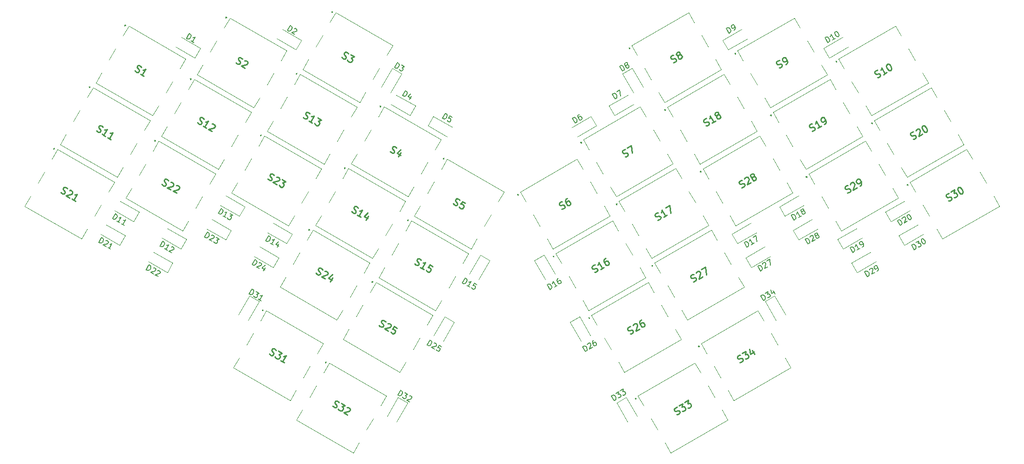
<source format=gbr>
%TF.GenerationSoftware,KiCad,Pcbnew,8.0.7-8.0.7-0~ubuntu22.04.1*%
%TF.CreationDate,2025-01-04T18:43:15+00:00*%
%TF.ProjectId,minikeeb,6d696e69-6b65-4656-922e-6b696361645f,rev?*%
%TF.SameCoordinates,Original*%
%TF.FileFunction,Legend,Top*%
%TF.FilePolarity,Positive*%
%FSLAX46Y46*%
G04 Gerber Fmt 4.6, Leading zero omitted, Abs format (unit mm)*
G04 Created by KiCad (PCBNEW 8.0.7-8.0.7-0~ubuntu22.04.1) date 2025-01-04 18:43:15*
%MOMM*%
%LPD*%
G01*
G04 APERTURE LIST*
%ADD10C,0.254000*%
%ADD11C,0.150000*%
%ADD12C,0.200000*%
%ADD13C,0.100000*%
%ADD14C,0.120000*%
G04 APERTURE END LIST*
D10*
X183508722Y-112969846D02*
X183696082Y-112931506D01*
X183696082Y-112931506D02*
X183957952Y-112780315D01*
X183957952Y-112780315D02*
X184032462Y-112667465D01*
X184032462Y-112667465D02*
X184054597Y-112584853D01*
X184054597Y-112584853D02*
X184046495Y-112449867D01*
X184046495Y-112449867D02*
X183986019Y-112345120D01*
X183986019Y-112345120D02*
X183873169Y-112270610D01*
X183873169Y-112270610D02*
X183790557Y-112248474D01*
X183790557Y-112248474D02*
X183655571Y-112256576D01*
X183655571Y-112256576D02*
X183415837Y-112325155D01*
X183415837Y-112325155D02*
X183280851Y-112333257D01*
X183280851Y-112333257D02*
X183198239Y-112311121D01*
X183198239Y-112311121D02*
X183085389Y-112236612D01*
X183085389Y-112236612D02*
X183024913Y-112131864D01*
X183024913Y-112131864D02*
X183016811Y-111996878D01*
X183016811Y-111996878D02*
X183038946Y-111914266D01*
X183038946Y-111914266D02*
X183113456Y-111801416D01*
X183113456Y-111801416D02*
X183375326Y-111650225D01*
X183375326Y-111650225D02*
X183562686Y-111611885D01*
X183899065Y-111347844D02*
X184579926Y-110954749D01*
X184579926Y-110954749D02*
X184455213Y-111585407D01*
X184455213Y-111585407D02*
X184612335Y-111494693D01*
X184612335Y-111494693D02*
X184747321Y-111486590D01*
X184747321Y-111486590D02*
X184829933Y-111508726D01*
X184829933Y-111508726D02*
X184942783Y-111583236D01*
X184942783Y-111583236D02*
X185093974Y-111845105D01*
X185093974Y-111845105D02*
X185102076Y-111980091D01*
X185102076Y-111980091D02*
X185079940Y-112062703D01*
X185079940Y-112062703D02*
X185005430Y-112175553D01*
X185005430Y-112175553D02*
X184691187Y-112356982D01*
X184691187Y-112356982D02*
X184556201Y-112365084D01*
X184556201Y-112365084D02*
X184473589Y-112342949D01*
X184946544Y-110743082D02*
X185627405Y-110349987D01*
X185627405Y-110349987D02*
X185502692Y-110980645D01*
X185502692Y-110980645D02*
X185659814Y-110889931D01*
X185659814Y-110889931D02*
X185794800Y-110881828D01*
X185794800Y-110881828D02*
X185877412Y-110903964D01*
X185877412Y-110903964D02*
X185990262Y-110978474D01*
X185990262Y-110978474D02*
X186141452Y-111240343D01*
X186141452Y-111240343D02*
X186149554Y-111375329D01*
X186149554Y-111375329D02*
X186127419Y-111457941D01*
X186127419Y-111457941D02*
X186052909Y-111570791D01*
X186052909Y-111570791D02*
X185738665Y-111752220D01*
X185738665Y-111752220D02*
X185603679Y-111760322D01*
X185603679Y-111760322D02*
X185521067Y-111738187D01*
X71040378Y-72352736D02*
X71167262Y-72495824D01*
X71167262Y-72495824D02*
X71429132Y-72647015D01*
X71429132Y-72647015D02*
X71564118Y-72655117D01*
X71564118Y-72655117D02*
X71646730Y-72632981D01*
X71646730Y-72632981D02*
X71759580Y-72558471D01*
X71759580Y-72558471D02*
X71820056Y-72453724D01*
X71820056Y-72453724D02*
X71828158Y-72318738D01*
X71828158Y-72318738D02*
X71806022Y-72236126D01*
X71806022Y-72236126D02*
X71731513Y-72123276D01*
X71731513Y-72123276D02*
X71552255Y-71949949D01*
X71552255Y-71949949D02*
X71477745Y-71837099D01*
X71477745Y-71837099D02*
X71455609Y-71754487D01*
X71455609Y-71754487D02*
X71463712Y-71619501D01*
X71463712Y-71619501D02*
X71524188Y-71514753D01*
X71524188Y-71514753D02*
X71637038Y-71440244D01*
X71637038Y-71440244D02*
X71719650Y-71418108D01*
X71719650Y-71418108D02*
X71854636Y-71426210D01*
X71854636Y-71426210D02*
X72116506Y-71577401D01*
X72116506Y-71577401D02*
X72243389Y-71720489D01*
X72632143Y-72014768D02*
X72714755Y-71992632D01*
X72714755Y-71992632D02*
X72849741Y-72000734D01*
X72849741Y-72000734D02*
X73111610Y-72151925D01*
X73111610Y-72151925D02*
X73186120Y-72264775D01*
X73186120Y-72264775D02*
X73208256Y-72347387D01*
X73208256Y-72347387D02*
X73200153Y-72482373D01*
X73200153Y-72482373D02*
X73139677Y-72587120D01*
X73139677Y-72587120D02*
X72996589Y-72714004D01*
X72996589Y-72714004D02*
X72005245Y-72979634D01*
X72005245Y-72979634D02*
X72686106Y-73372729D01*
X73733584Y-73977491D02*
X73105097Y-73614634D01*
X73419341Y-73796063D02*
X74054341Y-72696210D01*
X74054341Y-72696210D02*
X73858879Y-72792856D01*
X73858879Y-72792856D02*
X73693655Y-72837128D01*
X73693655Y-72837128D02*
X73558669Y-72829025D01*
D11*
X215641226Y-83368782D02*
X215141226Y-82502757D01*
X215141226Y-82502757D02*
X215347422Y-82383709D01*
X215347422Y-82383709D02*
X215494950Y-82353520D01*
X215494950Y-82353520D02*
X215625047Y-82388380D01*
X215625047Y-82388380D02*
X215713906Y-82447049D01*
X215713906Y-82447049D02*
X215850383Y-82588196D01*
X215850383Y-82588196D02*
X215921812Y-82711914D01*
X215921812Y-82711914D02*
X215975810Y-82900681D01*
X215975810Y-82900681D02*
X215982190Y-83006969D01*
X215982190Y-83006969D02*
X215947331Y-83137067D01*
X215947331Y-83137067D02*
X215847422Y-83249735D01*
X215847422Y-83249735D02*
X215641226Y-83368782D01*
X216960883Y-82606877D02*
X216466012Y-82892592D01*
X216713448Y-82749735D02*
X216213448Y-81883709D01*
X216213448Y-81883709D02*
X216202398Y-82055046D01*
X216202398Y-82055046D02*
X216167538Y-82185144D01*
X216167538Y-82185144D02*
X216108869Y-82274002D01*
X217373277Y-82368782D02*
X217538234Y-82273544D01*
X217538234Y-82273544D02*
X217596903Y-82184686D01*
X217596903Y-82184686D02*
X217614333Y-82119637D01*
X217614333Y-82119637D02*
X217625383Y-81948300D01*
X217625383Y-81948300D02*
X217571384Y-81759533D01*
X217571384Y-81759533D02*
X217380908Y-81429619D01*
X217380908Y-81429619D02*
X217292049Y-81370950D01*
X217292049Y-81370950D02*
X217227001Y-81353520D01*
X217227001Y-81353520D02*
X217120712Y-81359900D01*
X217120712Y-81359900D02*
X216955755Y-81455138D01*
X216955755Y-81455138D02*
X216897086Y-81543996D01*
X216897086Y-81543996D02*
X216879656Y-81609045D01*
X216879656Y-81609045D02*
X216886036Y-81715333D01*
X216886036Y-81715333D02*
X217005084Y-81921530D01*
X217005084Y-81921530D02*
X217093942Y-81980199D01*
X217093942Y-81980199D02*
X217158991Y-81997628D01*
X217158991Y-81997628D02*
X217265279Y-81991249D01*
X217265279Y-81991249D02*
X217430236Y-81896011D01*
X217430236Y-81896011D02*
X217488905Y-81807152D01*
X217488905Y-81807152D02*
X217506335Y-81742103D01*
X217506335Y-81742103D02*
X217499955Y-81635815D01*
D10*
X186532597Y-88707350D02*
X186719957Y-88669010D01*
X186719957Y-88669010D02*
X186981827Y-88517819D01*
X186981827Y-88517819D02*
X187056337Y-88404969D01*
X187056337Y-88404969D02*
X187078472Y-88322357D01*
X187078472Y-88322357D02*
X187070370Y-88187371D01*
X187070370Y-88187371D02*
X187009894Y-88082624D01*
X187009894Y-88082624D02*
X186897044Y-88008114D01*
X186897044Y-88008114D02*
X186814432Y-87985978D01*
X186814432Y-87985978D02*
X186679446Y-87994080D01*
X186679446Y-87994080D02*
X186439712Y-88062659D01*
X186439712Y-88062659D02*
X186304726Y-88070761D01*
X186304726Y-88070761D02*
X186222114Y-88048625D01*
X186222114Y-88048625D02*
X186109264Y-87974116D01*
X186109264Y-87974116D02*
X186048788Y-87869368D01*
X186048788Y-87869368D02*
X186040686Y-87734382D01*
X186040686Y-87734382D02*
X186062821Y-87651770D01*
X186062821Y-87651770D02*
X186137331Y-87538920D01*
X186137331Y-87538920D02*
X186399201Y-87387729D01*
X186399201Y-87387729D02*
X186586561Y-87349389D01*
X187035790Y-87159858D02*
X187057926Y-87077246D01*
X187057926Y-87077246D02*
X187132436Y-86964396D01*
X187132436Y-86964396D02*
X187394305Y-86813205D01*
X187394305Y-86813205D02*
X187529291Y-86805103D01*
X187529291Y-86805103D02*
X187611903Y-86827239D01*
X187611903Y-86827239D02*
X187724753Y-86901749D01*
X187724753Y-86901749D02*
X187785230Y-87006496D01*
X187785230Y-87006496D02*
X187823570Y-87193856D01*
X187823570Y-87193856D02*
X187557940Y-88185200D01*
X187557940Y-88185200D02*
X188238801Y-87792105D01*
X187970419Y-86480586D02*
X188703653Y-86057253D01*
X188703653Y-86057253D02*
X188867288Y-87429248D01*
D11*
X204912945Y-77426854D02*
X204412945Y-76560829D01*
X204412945Y-76560829D02*
X204619141Y-76441781D01*
X204619141Y-76441781D02*
X204766669Y-76411592D01*
X204766669Y-76411592D02*
X204896766Y-76446452D01*
X204896766Y-76446452D02*
X204985625Y-76505121D01*
X204985625Y-76505121D02*
X205122102Y-76646268D01*
X205122102Y-76646268D02*
X205193531Y-76769986D01*
X205193531Y-76769986D02*
X205247529Y-76958753D01*
X205247529Y-76958753D02*
X205253909Y-77065041D01*
X205253909Y-77065041D02*
X205219050Y-77195139D01*
X205219050Y-77195139D02*
X205119141Y-77307807D01*
X205119141Y-77307807D02*
X204912945Y-77426854D01*
X206232602Y-76664949D02*
X205737731Y-76950664D01*
X205985167Y-76807807D02*
X205485167Y-75941781D01*
X205485167Y-75941781D02*
X205474117Y-76113118D01*
X205474117Y-76113118D02*
X205439257Y-76243216D01*
X205439257Y-76243216D02*
X205380588Y-76332074D01*
X206441760Y-75884363D02*
X206335472Y-75890743D01*
X206335472Y-75890743D02*
X206270423Y-75873313D01*
X206270423Y-75873313D02*
X206181565Y-75814644D01*
X206181565Y-75814644D02*
X206157755Y-75773405D01*
X206157755Y-75773405D02*
X206151375Y-75667117D01*
X206151375Y-75667117D02*
X206168805Y-75602068D01*
X206168805Y-75602068D02*
X206227474Y-75513210D01*
X206227474Y-75513210D02*
X206392431Y-75417972D01*
X206392431Y-75417972D02*
X206498720Y-75411592D01*
X206498720Y-75411592D02*
X206563768Y-75429022D01*
X206563768Y-75429022D02*
X206652627Y-75487691D01*
X206652627Y-75487691D02*
X206676436Y-75528930D01*
X206676436Y-75528930D02*
X206682816Y-75635218D01*
X206682816Y-75635218D02*
X206665386Y-75700267D01*
X206665386Y-75700267D02*
X206606717Y-75789125D01*
X206606717Y-75789125D02*
X206441760Y-75884363D01*
X206441760Y-75884363D02*
X206383091Y-75973222D01*
X206383091Y-75973222D02*
X206365661Y-76038271D01*
X206365661Y-76038271D02*
X206372041Y-76144559D01*
X206372041Y-76144559D02*
X206467279Y-76309516D01*
X206467279Y-76309516D02*
X206556137Y-76368185D01*
X206556137Y-76368185D02*
X206621186Y-76385615D01*
X206621186Y-76385615D02*
X206727474Y-76379235D01*
X206727474Y-76379235D02*
X206892431Y-76283997D01*
X206892431Y-76283997D02*
X206951100Y-76195139D01*
X206951100Y-76195139D02*
X206968530Y-76130090D01*
X206968530Y-76130090D02*
X206962151Y-76023802D01*
X206962151Y-76023802D02*
X206866912Y-75858845D01*
X206866912Y-75858845D02*
X206778054Y-75800175D01*
X206778054Y-75800175D02*
X206713005Y-75782746D01*
X206713005Y-75782746D02*
X206606717Y-75789125D01*
X226874159Y-82864793D02*
X226374159Y-81998768D01*
X226374159Y-81998768D02*
X226580355Y-81879720D01*
X226580355Y-81879720D02*
X226727883Y-81849531D01*
X226727883Y-81849531D02*
X226857980Y-81884391D01*
X226857980Y-81884391D02*
X226946839Y-81943060D01*
X226946839Y-81943060D02*
X227083316Y-82084207D01*
X227083316Y-82084207D02*
X227154745Y-82207925D01*
X227154745Y-82207925D02*
X227208743Y-82396692D01*
X227208743Y-82396692D02*
X227215123Y-82502980D01*
X227215123Y-82502980D02*
X227180264Y-82633078D01*
X227180264Y-82633078D02*
X227080355Y-82745746D01*
X227080355Y-82745746D02*
X226874159Y-82864793D01*
X227157706Y-81546387D02*
X227693816Y-81236863D01*
X227693816Y-81236863D02*
X227595618Y-81733444D01*
X227595618Y-81733444D02*
X227719335Y-81662016D01*
X227719335Y-81662016D02*
X227825624Y-81655636D01*
X227825624Y-81655636D02*
X227890672Y-81673066D01*
X227890672Y-81673066D02*
X227979531Y-81731735D01*
X227979531Y-81731735D02*
X228098578Y-81937931D01*
X228098578Y-81937931D02*
X228104958Y-82044219D01*
X228104958Y-82044219D02*
X228087528Y-82109268D01*
X228087528Y-82109268D02*
X228028859Y-82198127D01*
X228028859Y-82198127D02*
X227781423Y-82340984D01*
X227781423Y-82340984D02*
X227675135Y-82347363D01*
X227675135Y-82347363D02*
X227610086Y-82329934D01*
X228229927Y-80927339D02*
X228312406Y-80879720D01*
X228312406Y-80879720D02*
X228418694Y-80873340D01*
X228418694Y-80873340D02*
X228483743Y-80890770D01*
X228483743Y-80890770D02*
X228572601Y-80949439D01*
X228572601Y-80949439D02*
X228709079Y-81090587D01*
X228709079Y-81090587D02*
X228828126Y-81296784D01*
X228828126Y-81296784D02*
X228882125Y-81485550D01*
X228882125Y-81485550D02*
X228888505Y-81591838D01*
X228888505Y-81591838D02*
X228871075Y-81656887D01*
X228871075Y-81656887D02*
X228812406Y-81745746D01*
X228812406Y-81745746D02*
X228729927Y-81793365D01*
X228729927Y-81793365D02*
X228623639Y-81799744D01*
X228623639Y-81799744D02*
X228558591Y-81782315D01*
X228558591Y-81782315D02*
X228469732Y-81723646D01*
X228469732Y-81723646D02*
X228333255Y-81582498D01*
X228333255Y-81582498D02*
X228214207Y-81376301D01*
X228214207Y-81376301D02*
X228160208Y-81187535D01*
X228160208Y-81187535D02*
X228153829Y-81081246D01*
X228153829Y-81081246D02*
X228171258Y-81016198D01*
X228171258Y-81016198D02*
X228229927Y-80927339D01*
D10*
X84564118Y-50138456D02*
X84691001Y-50281544D01*
X84691001Y-50281544D02*
X84952871Y-50432735D01*
X84952871Y-50432735D02*
X85087857Y-50440837D01*
X85087857Y-50440837D02*
X85170469Y-50418701D01*
X85170469Y-50418701D02*
X85283319Y-50344191D01*
X85283319Y-50344191D02*
X85343795Y-50239444D01*
X85343795Y-50239444D02*
X85351897Y-50104458D01*
X85351897Y-50104458D02*
X85329762Y-50021846D01*
X85329762Y-50021846D02*
X85255252Y-49908996D01*
X85255252Y-49908996D02*
X85075994Y-49735669D01*
X85075994Y-49735669D02*
X85001485Y-49622819D01*
X85001485Y-49622819D02*
X84979349Y-49540207D01*
X84979349Y-49540207D02*
X84987451Y-49405221D01*
X84987451Y-49405221D02*
X85047927Y-49300473D01*
X85047927Y-49300473D02*
X85160777Y-49225964D01*
X85160777Y-49225964D02*
X85243389Y-49203828D01*
X85243389Y-49203828D02*
X85378375Y-49211930D01*
X85378375Y-49211930D02*
X85640245Y-49363121D01*
X85640245Y-49363121D02*
X85767128Y-49506209D01*
X86209845Y-51158449D02*
X85581358Y-50795592D01*
X85895602Y-50977021D02*
X86530602Y-49877168D01*
X86530602Y-49877168D02*
X86335139Y-49973814D01*
X86335139Y-49973814D02*
X86169915Y-50018086D01*
X86169915Y-50018086D02*
X86034930Y-50009983D01*
D11*
X172254956Y-55313178D02*
X171754956Y-54447152D01*
X171754956Y-54447152D02*
X171961153Y-54328105D01*
X171961153Y-54328105D02*
X172108680Y-54297915D01*
X172108680Y-54297915D02*
X172238778Y-54332775D01*
X172238778Y-54332775D02*
X172327636Y-54391444D01*
X172327636Y-54391444D02*
X172464114Y-54532592D01*
X172464114Y-54532592D02*
X172535542Y-54656310D01*
X172535542Y-54656310D02*
X172589541Y-54845076D01*
X172589541Y-54845076D02*
X172595921Y-54951365D01*
X172595921Y-54951365D02*
X172561061Y-55081462D01*
X172561061Y-55081462D02*
X172461153Y-55194130D01*
X172461153Y-55194130D02*
X172254956Y-55313178D01*
X172538503Y-53994771D02*
X173115853Y-53661438D01*
X173115853Y-53661438D02*
X173244700Y-54741749D01*
D10*
X195365510Y-71506404D02*
X195552870Y-71468064D01*
X195552870Y-71468064D02*
X195814740Y-71316873D01*
X195814740Y-71316873D02*
X195889250Y-71204023D01*
X195889250Y-71204023D02*
X195911385Y-71121411D01*
X195911385Y-71121411D02*
X195903283Y-70986425D01*
X195903283Y-70986425D02*
X195842807Y-70881678D01*
X195842807Y-70881678D02*
X195729957Y-70807168D01*
X195729957Y-70807168D02*
X195647345Y-70785032D01*
X195647345Y-70785032D02*
X195512359Y-70793134D01*
X195512359Y-70793134D02*
X195272625Y-70861713D01*
X195272625Y-70861713D02*
X195137639Y-70869815D01*
X195137639Y-70869815D02*
X195055027Y-70847679D01*
X195055027Y-70847679D02*
X194942177Y-70773170D01*
X194942177Y-70773170D02*
X194881701Y-70668422D01*
X194881701Y-70668422D02*
X194873599Y-70533436D01*
X194873599Y-70533436D02*
X194895734Y-70450824D01*
X194895734Y-70450824D02*
X194970244Y-70337974D01*
X194970244Y-70337974D02*
X195232114Y-70186783D01*
X195232114Y-70186783D02*
X195419474Y-70148443D01*
X195868703Y-69958912D02*
X195890839Y-69876300D01*
X195890839Y-69876300D02*
X195965349Y-69763450D01*
X195965349Y-69763450D02*
X196227218Y-69612259D01*
X196227218Y-69612259D02*
X196362204Y-69604157D01*
X196362204Y-69604157D02*
X196444816Y-69626293D01*
X196444816Y-69626293D02*
X196557666Y-69700803D01*
X196557666Y-69700803D02*
X196618143Y-69805550D01*
X196618143Y-69805550D02*
X196656483Y-69992910D01*
X196656483Y-69992910D02*
X196390853Y-70984254D01*
X196390853Y-70984254D02*
X197071714Y-70591159D01*
X197337344Y-69599815D02*
X197202358Y-69607917D01*
X197202358Y-69607917D02*
X197119746Y-69585781D01*
X197119746Y-69585781D02*
X197006896Y-69511272D01*
X197006896Y-69511272D02*
X196976658Y-69458898D01*
X196976658Y-69458898D02*
X196968556Y-69323912D01*
X196968556Y-69323912D02*
X196990691Y-69241300D01*
X196990691Y-69241300D02*
X197065201Y-69128450D01*
X197065201Y-69128450D02*
X197274697Y-69007497D01*
X197274697Y-69007497D02*
X197409683Y-68999395D01*
X197409683Y-68999395D02*
X197492295Y-69021531D01*
X197492295Y-69021531D02*
X197605145Y-69096041D01*
X197605145Y-69096041D02*
X197635383Y-69148414D01*
X197635383Y-69148414D02*
X197643485Y-69283400D01*
X197643485Y-69283400D02*
X197621349Y-69366012D01*
X197621349Y-69366012D02*
X197546840Y-69478862D01*
X197546840Y-69478862D02*
X197337344Y-69599815D01*
X197337344Y-69599815D02*
X197262834Y-69712665D01*
X197262834Y-69712665D02*
X197240698Y-69795277D01*
X197240698Y-69795277D02*
X197248801Y-69930263D01*
X197248801Y-69930263D02*
X197369753Y-70139759D01*
X197369753Y-70139759D02*
X197482603Y-70214268D01*
X197482603Y-70214268D02*
X197565215Y-70236404D01*
X197565215Y-70236404D02*
X197700201Y-70228302D01*
X197700201Y-70228302D02*
X197909697Y-70107349D01*
X197909697Y-70107349D02*
X197984207Y-69994499D01*
X197984207Y-69994499D02*
X198006342Y-69911887D01*
X198006342Y-69911887D02*
X197998240Y-69776901D01*
X197998240Y-69776901D02*
X197877288Y-69567406D01*
X197877288Y-69567406D02*
X197764438Y-69492896D01*
X197764438Y-69492896D02*
X197681826Y-69470760D01*
X197681826Y-69470760D02*
X197546840Y-69478862D01*
D11*
X199348416Y-92128807D02*
X198848416Y-91262782D01*
X198848416Y-91262782D02*
X199054612Y-91143734D01*
X199054612Y-91143734D02*
X199202140Y-91113545D01*
X199202140Y-91113545D02*
X199332237Y-91148405D01*
X199332237Y-91148405D02*
X199421096Y-91207074D01*
X199421096Y-91207074D02*
X199557573Y-91348221D01*
X199557573Y-91348221D02*
X199629002Y-91471939D01*
X199629002Y-91471939D02*
X199683000Y-91660706D01*
X199683000Y-91660706D02*
X199689380Y-91766994D01*
X199689380Y-91766994D02*
X199654521Y-91897092D01*
X199654521Y-91897092D02*
X199554612Y-92009760D01*
X199554612Y-92009760D02*
X199348416Y-92128807D01*
X199631963Y-90810401D02*
X200168073Y-90500877D01*
X200168073Y-90500877D02*
X200069875Y-90997458D01*
X200069875Y-90997458D02*
X200193592Y-90926030D01*
X200193592Y-90926030D02*
X200299881Y-90919650D01*
X200299881Y-90919650D02*
X200364929Y-90937080D01*
X200364929Y-90937080D02*
X200453788Y-90995749D01*
X200453788Y-90995749D02*
X200572835Y-91201945D01*
X200572835Y-91201945D02*
X200579215Y-91308233D01*
X200579215Y-91308233D02*
X200561785Y-91373282D01*
X200561785Y-91373282D02*
X200503116Y-91462141D01*
X200503116Y-91462141D02*
X200255680Y-91604998D01*
X200255680Y-91604998D02*
X200149392Y-91611377D01*
X200149392Y-91611377D02*
X200084343Y-91593948D01*
X201077048Y-90360981D02*
X201410381Y-90938331D01*
X200680375Y-90150114D02*
X200831321Y-90887751D01*
X200831321Y-90887751D02*
X201367432Y-90578227D01*
X193040432Y-43312678D02*
X192540432Y-42446652D01*
X192540432Y-42446652D02*
X192746629Y-42327605D01*
X192746629Y-42327605D02*
X192894156Y-42297415D01*
X192894156Y-42297415D02*
X193024254Y-42332275D01*
X193024254Y-42332275D02*
X193113112Y-42390944D01*
X193113112Y-42390944D02*
X193249590Y-42532092D01*
X193249590Y-42532092D02*
X193321018Y-42655810D01*
X193321018Y-42655810D02*
X193375017Y-42844576D01*
X193375017Y-42844576D02*
X193381397Y-42950865D01*
X193381397Y-42950865D02*
X193346537Y-43080962D01*
X193346537Y-43080962D02*
X193246629Y-43193630D01*
X193246629Y-43193630D02*
X193040432Y-43312678D01*
X193947697Y-42788868D02*
X194112654Y-42693630D01*
X194112654Y-42693630D02*
X194171323Y-42604772D01*
X194171323Y-42604772D02*
X194188753Y-42539723D01*
X194188753Y-42539723D02*
X194199803Y-42368386D01*
X194199803Y-42368386D02*
X194145804Y-42179619D01*
X194145804Y-42179619D02*
X193955328Y-41849705D01*
X193955328Y-41849705D02*
X193866470Y-41791036D01*
X193866470Y-41791036D02*
X193801421Y-41773606D01*
X193801421Y-41773606D02*
X193695133Y-41779986D01*
X193695133Y-41779986D02*
X193530176Y-41875224D01*
X193530176Y-41875224D02*
X193471506Y-41964082D01*
X193471506Y-41964082D02*
X193454077Y-42029131D01*
X193454077Y-42029131D02*
X193460456Y-42135419D01*
X193460456Y-42135419D02*
X193579504Y-42341616D01*
X193579504Y-42341616D02*
X193668362Y-42400285D01*
X193668362Y-42400285D02*
X193733411Y-42417714D01*
X193733411Y-42417714D02*
X193839699Y-42411335D01*
X193839699Y-42411335D02*
X194004657Y-42316097D01*
X194004657Y-42316097D02*
X194063326Y-42227238D01*
X194063326Y-42227238D02*
X194080755Y-42162189D01*
X194080755Y-42162189D02*
X194074376Y-42055901D01*
X207447945Y-81817603D02*
X206947945Y-80951578D01*
X206947945Y-80951578D02*
X207154141Y-80832530D01*
X207154141Y-80832530D02*
X207301669Y-80802341D01*
X207301669Y-80802341D02*
X207431766Y-80837201D01*
X207431766Y-80837201D02*
X207520625Y-80895870D01*
X207520625Y-80895870D02*
X207657102Y-81037017D01*
X207657102Y-81037017D02*
X207728531Y-81160735D01*
X207728531Y-81160735D02*
X207782529Y-81349502D01*
X207782529Y-81349502D02*
X207788909Y-81455790D01*
X207788909Y-81455790D02*
X207754050Y-81585888D01*
X207754050Y-81585888D02*
X207654141Y-81698556D01*
X207654141Y-81698556D02*
X207447945Y-81817603D01*
X207820350Y-80557866D02*
X207837780Y-80492817D01*
X207837780Y-80492817D02*
X207896449Y-80403959D01*
X207896449Y-80403959D02*
X208102645Y-80284911D01*
X208102645Y-80284911D02*
X208208933Y-80278531D01*
X208208933Y-80278531D02*
X208273982Y-80295961D01*
X208273982Y-80295961D02*
X208362841Y-80354630D01*
X208362841Y-80354630D02*
X208410460Y-80437109D01*
X208410460Y-80437109D02*
X208440649Y-80584636D01*
X208440649Y-80584636D02*
X208231492Y-81365222D01*
X208231492Y-81365222D02*
X208767602Y-81055698D01*
X208976760Y-80275112D02*
X208870472Y-80281492D01*
X208870472Y-80281492D02*
X208805423Y-80264062D01*
X208805423Y-80264062D02*
X208716565Y-80205393D01*
X208716565Y-80205393D02*
X208692755Y-80164154D01*
X208692755Y-80164154D02*
X208686375Y-80057866D01*
X208686375Y-80057866D02*
X208703805Y-79992817D01*
X208703805Y-79992817D02*
X208762474Y-79903959D01*
X208762474Y-79903959D02*
X208927431Y-79808721D01*
X208927431Y-79808721D02*
X209033720Y-79802341D01*
X209033720Y-79802341D02*
X209098768Y-79819771D01*
X209098768Y-79819771D02*
X209187627Y-79878440D01*
X209187627Y-79878440D02*
X209211436Y-79919679D01*
X209211436Y-79919679D02*
X209217816Y-80025967D01*
X209217816Y-80025967D02*
X209200386Y-80091016D01*
X209200386Y-80091016D02*
X209141717Y-80179874D01*
X209141717Y-80179874D02*
X208976760Y-80275112D01*
X208976760Y-80275112D02*
X208918091Y-80363971D01*
X208918091Y-80363971D02*
X208900661Y-80429020D01*
X208900661Y-80429020D02*
X208907041Y-80535308D01*
X208907041Y-80535308D02*
X209002279Y-80700265D01*
X209002279Y-80700265D02*
X209091137Y-80758934D01*
X209091137Y-80758934D02*
X209156186Y-80776364D01*
X209156186Y-80776364D02*
X209262474Y-80769984D01*
X209262474Y-80769984D02*
X209427431Y-80674746D01*
X209427431Y-80674746D02*
X209486100Y-80585888D01*
X209486100Y-80585888D02*
X209503530Y-80520839D01*
X209503530Y-80520839D02*
X209497151Y-80414551D01*
X209497151Y-80414551D02*
X209401912Y-80249594D01*
X209401912Y-80249594D02*
X209313054Y-80190924D01*
X209313054Y-80190924D02*
X209248005Y-80173495D01*
X209248005Y-80173495D02*
X209141717Y-80179874D01*
D10*
X202201297Y-49638809D02*
X202388657Y-49600469D01*
X202388657Y-49600469D02*
X202650526Y-49449278D01*
X202650526Y-49449278D02*
X202725036Y-49336428D01*
X202725036Y-49336428D02*
X202747172Y-49253816D01*
X202747172Y-49253816D02*
X202739069Y-49118830D01*
X202739069Y-49118830D02*
X202678593Y-49014083D01*
X202678593Y-49014083D02*
X202565743Y-48939573D01*
X202565743Y-48939573D02*
X202483131Y-48917437D01*
X202483131Y-48917437D02*
X202348145Y-48925539D01*
X202348145Y-48925539D02*
X202108411Y-48994118D01*
X202108411Y-48994118D02*
X201973425Y-49002220D01*
X201973425Y-49002220D02*
X201890813Y-48980084D01*
X201890813Y-48980084D02*
X201777963Y-48905575D01*
X201777963Y-48905575D02*
X201717487Y-48800827D01*
X201717487Y-48800827D02*
X201709385Y-48665841D01*
X201709385Y-48665841D02*
X201731521Y-48583229D01*
X201731521Y-48583229D02*
X201806030Y-48470379D01*
X201806030Y-48470379D02*
X202067900Y-48319188D01*
X202067900Y-48319188D02*
X202255260Y-48280848D01*
X203383761Y-49025945D02*
X203593257Y-48904993D01*
X203593257Y-48904993D02*
X203667767Y-48792143D01*
X203667767Y-48792143D02*
X203689902Y-48709531D01*
X203689902Y-48709531D02*
X203703936Y-48491933D01*
X203703936Y-48491933D02*
X203635357Y-48252199D01*
X203635357Y-48252199D02*
X203393453Y-47833208D01*
X203393453Y-47833208D02*
X203280603Y-47758698D01*
X203280603Y-47758698D02*
X203197991Y-47736562D01*
X203197991Y-47736562D02*
X203063005Y-47744664D01*
X203063005Y-47744664D02*
X202853509Y-47865617D01*
X202853509Y-47865617D02*
X202778999Y-47978467D01*
X202778999Y-47978467D02*
X202756863Y-48061079D01*
X202756863Y-48061079D02*
X202764966Y-48196065D01*
X202764966Y-48196065D02*
X202916156Y-48457934D01*
X202916156Y-48457934D02*
X203029006Y-48532444D01*
X203029006Y-48532444D02*
X203111618Y-48554580D01*
X203111618Y-48554580D02*
X203246604Y-48546478D01*
X203246604Y-48546478D02*
X203456100Y-48425525D01*
X203456100Y-48425525D02*
X203530610Y-48312675D01*
X203530610Y-48312675D02*
X203552745Y-48230063D01*
X203552745Y-48230063D02*
X203544643Y-48095077D01*
D11*
X99831415Y-76205389D02*
X100331415Y-75339364D01*
X100331415Y-75339364D02*
X100537611Y-75458412D01*
X100537611Y-75458412D02*
X100637520Y-75571080D01*
X100637520Y-75571080D02*
X100672379Y-75701177D01*
X100672379Y-75701177D02*
X100665999Y-75807465D01*
X100665999Y-75807465D02*
X100612001Y-75996232D01*
X100612001Y-75996232D02*
X100540572Y-76119950D01*
X100540572Y-76119950D02*
X100404095Y-76261098D01*
X100404095Y-76261098D02*
X100315236Y-76319767D01*
X100315236Y-76319767D02*
X100185139Y-76354626D01*
X100185139Y-76354626D02*
X100037611Y-76324437D01*
X100037611Y-76324437D02*
X99831415Y-76205389D01*
X101151072Y-76967294D02*
X100656201Y-76681580D01*
X100903637Y-76824437D02*
X101403637Y-75958412D01*
X101403637Y-75958412D02*
X101249729Y-76034511D01*
X101249729Y-76034511D02*
X101119632Y-76069370D01*
X101119632Y-76069370D02*
X101013344Y-76062990D01*
X101939748Y-76267936D02*
X102475859Y-76577459D01*
X102475859Y-76577459D02*
X101996707Y-76740707D01*
X101996707Y-76740707D02*
X102120425Y-76812136D01*
X102120425Y-76812136D02*
X102179094Y-76900994D01*
X102179094Y-76900994D02*
X102196524Y-76966043D01*
X102196524Y-76966043D02*
X102190144Y-77072331D01*
X102190144Y-77072331D02*
X102071097Y-77278528D01*
X102071097Y-77278528D02*
X101982238Y-77337197D01*
X101982238Y-77337197D02*
X101917189Y-77354626D01*
X101917189Y-77354626D02*
X101810901Y-77348247D01*
X101810901Y-77348247D02*
X101563466Y-77205389D01*
X101563466Y-77205389D02*
X101504796Y-77116531D01*
X101504796Y-77116531D02*
X101487367Y-77051482D01*
D10*
X142692438Y-74461253D02*
X142819321Y-74604341D01*
X142819321Y-74604341D02*
X143081191Y-74755532D01*
X143081191Y-74755532D02*
X143216177Y-74763634D01*
X143216177Y-74763634D02*
X143298789Y-74741498D01*
X143298789Y-74741498D02*
X143411639Y-74666988D01*
X143411639Y-74666988D02*
X143472115Y-74562241D01*
X143472115Y-74562241D02*
X143480217Y-74427255D01*
X143480217Y-74427255D02*
X143458082Y-74344643D01*
X143458082Y-74344643D02*
X143383572Y-74231793D01*
X143383572Y-74231793D02*
X143204314Y-74058466D01*
X143204314Y-74058466D02*
X143129805Y-73945616D01*
X143129805Y-73945616D02*
X143107669Y-73863004D01*
X143107669Y-73863004D02*
X143115771Y-73728018D01*
X143115771Y-73728018D02*
X143176247Y-73623270D01*
X143176247Y-73623270D02*
X143289097Y-73548761D01*
X143289097Y-73548761D02*
X143371709Y-73526625D01*
X143371709Y-73526625D02*
X143506695Y-73534727D01*
X143506695Y-73534727D02*
X143768565Y-73685918D01*
X143768565Y-73685918D02*
X143895448Y-73829006D01*
X144920791Y-74351156D02*
X144397052Y-74048775D01*
X144397052Y-74048775D02*
X144042297Y-74542276D01*
X144042297Y-74542276D02*
X144124909Y-74520140D01*
X144124909Y-74520140D02*
X144259895Y-74528242D01*
X144259895Y-74528242D02*
X144521765Y-74679433D01*
X144521765Y-74679433D02*
X144596274Y-74792283D01*
X144596274Y-74792283D02*
X144618410Y-74874895D01*
X144618410Y-74874895D02*
X144610308Y-75009881D01*
X144610308Y-75009881D02*
X144459117Y-75271750D01*
X144459117Y-75271750D02*
X144346267Y-75346260D01*
X144346267Y-75346260D02*
X144263655Y-75368396D01*
X144263655Y-75368396D02*
X144128669Y-75360294D01*
X144128669Y-75360294D02*
X143866800Y-75209103D01*
X143866800Y-75209103D02*
X143792290Y-75096253D01*
X143792290Y-75096253D02*
X143770154Y-75013641D01*
D11*
X144377802Y-88910782D02*
X144877802Y-88044757D01*
X144877802Y-88044757D02*
X145083998Y-88163805D01*
X145083998Y-88163805D02*
X145183907Y-88276473D01*
X145183907Y-88276473D02*
X145218766Y-88406570D01*
X145218766Y-88406570D02*
X145212386Y-88512858D01*
X145212386Y-88512858D02*
X145158388Y-88701625D01*
X145158388Y-88701625D02*
X145086959Y-88825343D01*
X145086959Y-88825343D02*
X144950482Y-88966491D01*
X144950482Y-88966491D02*
X144861623Y-89025160D01*
X144861623Y-89025160D02*
X144731526Y-89060019D01*
X144731526Y-89060019D02*
X144583998Y-89029830D01*
X144583998Y-89029830D02*
X144377802Y-88910782D01*
X145697459Y-89672687D02*
X145202588Y-89386973D01*
X145450024Y-89529830D02*
X145950024Y-88663805D01*
X145950024Y-88663805D02*
X145796116Y-88739904D01*
X145796116Y-88739904D02*
X145666019Y-88774763D01*
X145666019Y-88774763D02*
X145559731Y-88768383D01*
X146981006Y-89259043D02*
X146568613Y-89020948D01*
X146568613Y-89020948D02*
X146289279Y-89409531D01*
X146289279Y-89409531D02*
X146354327Y-89392101D01*
X146354327Y-89392101D02*
X146460616Y-89398481D01*
X146460616Y-89398481D02*
X146666812Y-89517529D01*
X146666812Y-89517529D02*
X146725481Y-89606387D01*
X146725481Y-89606387D02*
X146742911Y-89671436D01*
X146742911Y-89671436D02*
X146736531Y-89777724D01*
X146736531Y-89777724D02*
X146617484Y-89983921D01*
X146617484Y-89983921D02*
X146528625Y-90042590D01*
X146528625Y-90042590D02*
X146463576Y-90060019D01*
X146463576Y-90060019D02*
X146357288Y-90053640D01*
X146357288Y-90053640D02*
X146151092Y-89934592D01*
X146151092Y-89934592D02*
X146092423Y-89845734D01*
X146092423Y-89845734D02*
X146074993Y-89780685D01*
D10*
X103021871Y-48670690D02*
X103148754Y-48813778D01*
X103148754Y-48813778D02*
X103410624Y-48964969D01*
X103410624Y-48964969D02*
X103545610Y-48973071D01*
X103545610Y-48973071D02*
X103628222Y-48950935D01*
X103628222Y-48950935D02*
X103741072Y-48876425D01*
X103741072Y-48876425D02*
X103801548Y-48771678D01*
X103801548Y-48771678D02*
X103809650Y-48636692D01*
X103809650Y-48636692D02*
X103787515Y-48554080D01*
X103787515Y-48554080D02*
X103713005Y-48441230D01*
X103713005Y-48441230D02*
X103533747Y-48267903D01*
X103533747Y-48267903D02*
X103459238Y-48155053D01*
X103459238Y-48155053D02*
X103437102Y-48072441D01*
X103437102Y-48072441D02*
X103445204Y-47937455D01*
X103445204Y-47937455D02*
X103505680Y-47832707D01*
X103505680Y-47832707D02*
X103618530Y-47758198D01*
X103618530Y-47758198D02*
X103701142Y-47736062D01*
X103701142Y-47736062D02*
X103836128Y-47744164D01*
X103836128Y-47744164D02*
X104097998Y-47895355D01*
X104097998Y-47895355D02*
X104224881Y-48038443D01*
X104613635Y-48332722D02*
X104696247Y-48310586D01*
X104696247Y-48310586D02*
X104831233Y-48318688D01*
X104831233Y-48318688D02*
X105093102Y-48469879D01*
X105093102Y-48469879D02*
X105167612Y-48582729D01*
X105167612Y-48582729D02*
X105189748Y-48665341D01*
X105189748Y-48665341D02*
X105181646Y-48800327D01*
X105181646Y-48800327D02*
X105121170Y-48905074D01*
X105121170Y-48905074D02*
X104978081Y-49031958D01*
X104978081Y-49031958D02*
X103986737Y-49297588D01*
X103986737Y-49297588D02*
X104667598Y-49690683D01*
D11*
X112436034Y-42767929D02*
X112936034Y-41901904D01*
X112936034Y-41901904D02*
X113142231Y-42020951D01*
X113142231Y-42020951D02*
X113242139Y-42133619D01*
X113242139Y-42133619D02*
X113276999Y-42263717D01*
X113276999Y-42263717D02*
X113270619Y-42370005D01*
X113270619Y-42370005D02*
X113216620Y-42558772D01*
X113216620Y-42558772D02*
X113145192Y-42682490D01*
X113145192Y-42682490D02*
X113008714Y-42823637D01*
X113008714Y-42823637D02*
X112919856Y-42882306D01*
X112919856Y-42882306D02*
X112789758Y-42917166D01*
X112789758Y-42917166D02*
X112642231Y-42886977D01*
X112642231Y-42886977D02*
X112436034Y-42767929D01*
X113713201Y-42460573D02*
X113778250Y-42443143D01*
X113778250Y-42443143D02*
X113884538Y-42449523D01*
X113884538Y-42449523D02*
X114090735Y-42568570D01*
X114090735Y-42568570D02*
X114149404Y-42657429D01*
X114149404Y-42657429D02*
X114166834Y-42722477D01*
X114166834Y-42722477D02*
X114160454Y-42828766D01*
X114160454Y-42828766D02*
X114112835Y-42911244D01*
X114112835Y-42911244D02*
X114000167Y-43011153D01*
X114000167Y-43011153D02*
X113219581Y-43220310D01*
X113219581Y-43220310D02*
X113755692Y-43529834D01*
D10*
X124145689Y-75877639D02*
X124272573Y-76020727D01*
X124272573Y-76020727D02*
X124534443Y-76171918D01*
X124534443Y-76171918D02*
X124669429Y-76180020D01*
X124669429Y-76180020D02*
X124752041Y-76157884D01*
X124752041Y-76157884D02*
X124864891Y-76083374D01*
X124864891Y-76083374D02*
X124925367Y-75978627D01*
X124925367Y-75978627D02*
X124933469Y-75843641D01*
X124933469Y-75843641D02*
X124911333Y-75761029D01*
X124911333Y-75761029D02*
X124836824Y-75648179D01*
X124836824Y-75648179D02*
X124657566Y-75474852D01*
X124657566Y-75474852D02*
X124583056Y-75362002D01*
X124583056Y-75362002D02*
X124560920Y-75279390D01*
X124560920Y-75279390D02*
X124569023Y-75144404D01*
X124569023Y-75144404D02*
X124629499Y-75039656D01*
X124629499Y-75039656D02*
X124742349Y-74965147D01*
X124742349Y-74965147D02*
X124824961Y-74943011D01*
X124824961Y-74943011D02*
X124959947Y-74951113D01*
X124959947Y-74951113D02*
X125221817Y-75102304D01*
X125221817Y-75102304D02*
X125348700Y-75245392D01*
X125791417Y-76897632D02*
X125162930Y-76534775D01*
X125477173Y-76716204D02*
X126112173Y-75616351D01*
X126112173Y-75616351D02*
X125916711Y-75712997D01*
X125916711Y-75712997D02*
X125751487Y-75757269D01*
X125751487Y-75757269D02*
X125616501Y-75749166D01*
X127157481Y-76708683D02*
X126734148Y-77441918D01*
X127137516Y-76138501D02*
X126422075Y-76772920D01*
X126422075Y-76772920D02*
X127102936Y-77166015D01*
D11*
X160363763Y-90145408D02*
X159863763Y-89279383D01*
X159863763Y-89279383D02*
X160069959Y-89160335D01*
X160069959Y-89160335D02*
X160217487Y-89130146D01*
X160217487Y-89130146D02*
X160347584Y-89165006D01*
X160347584Y-89165006D02*
X160436443Y-89223675D01*
X160436443Y-89223675D02*
X160572920Y-89364822D01*
X160572920Y-89364822D02*
X160644349Y-89488540D01*
X160644349Y-89488540D02*
X160698347Y-89677307D01*
X160698347Y-89677307D02*
X160704727Y-89783595D01*
X160704727Y-89783595D02*
X160669868Y-89913693D01*
X160669868Y-89913693D02*
X160569959Y-90026361D01*
X160569959Y-90026361D02*
X160363763Y-90145408D01*
X161683420Y-89383503D02*
X161188549Y-89669218D01*
X161435985Y-89526361D02*
X160935985Y-88660335D01*
X160935985Y-88660335D02*
X160924935Y-88831672D01*
X160924935Y-88831672D02*
X160890075Y-88961770D01*
X160890075Y-88961770D02*
X160831406Y-89050628D01*
X161925728Y-88088907D02*
X161760771Y-88184145D01*
X161760771Y-88184145D02*
X161702102Y-88273003D01*
X161702102Y-88273003D02*
X161684672Y-88338052D01*
X161684672Y-88338052D02*
X161673622Y-88509389D01*
X161673622Y-88509389D02*
X161727621Y-88698156D01*
X161727621Y-88698156D02*
X161918097Y-89028070D01*
X161918097Y-89028070D02*
X162006955Y-89086739D01*
X162006955Y-89086739D02*
X162072004Y-89104169D01*
X162072004Y-89104169D02*
X162178292Y-89097789D01*
X162178292Y-89097789D02*
X162343249Y-89002551D01*
X162343249Y-89002551D02*
X162401918Y-88913693D01*
X162401918Y-88913693D02*
X162419348Y-88848644D01*
X162419348Y-88848644D02*
X162412969Y-88742356D01*
X162412969Y-88742356D02*
X162293921Y-88536159D01*
X162293921Y-88536159D02*
X162205063Y-88477490D01*
X162205063Y-88477490D02*
X162140014Y-88460060D01*
X162140014Y-88460060D02*
X162033726Y-88466440D01*
X162033726Y-88466440D02*
X161868768Y-88561678D01*
X161868768Y-88561678D02*
X161810099Y-88650537D01*
X161810099Y-88650537D02*
X161792669Y-88715585D01*
X161792669Y-88715585D02*
X161799049Y-88821874D01*
D10*
X162532462Y-75428372D02*
X162719822Y-75390032D01*
X162719822Y-75390032D02*
X162981691Y-75238841D01*
X162981691Y-75238841D02*
X163056201Y-75125991D01*
X163056201Y-75125991D02*
X163078337Y-75043379D01*
X163078337Y-75043379D02*
X163070234Y-74908393D01*
X163070234Y-74908393D02*
X163009758Y-74803646D01*
X163009758Y-74803646D02*
X162896908Y-74729136D01*
X162896908Y-74729136D02*
X162814296Y-74707000D01*
X162814296Y-74707000D02*
X162679310Y-74715102D01*
X162679310Y-74715102D02*
X162439576Y-74783681D01*
X162439576Y-74783681D02*
X162304590Y-74791783D01*
X162304590Y-74791783D02*
X162221978Y-74769647D01*
X162221978Y-74769647D02*
X162109128Y-74695138D01*
X162109128Y-74695138D02*
X162048652Y-74590390D01*
X162048652Y-74590390D02*
X162040550Y-74455404D01*
X162040550Y-74455404D02*
X162062686Y-74372792D01*
X162062686Y-74372792D02*
X162137195Y-74259942D01*
X162137195Y-74259942D02*
X162399065Y-74108751D01*
X162399065Y-74108751D02*
X162586425Y-74070411D01*
X163498917Y-73473751D02*
X163289422Y-73594703D01*
X163289422Y-73594703D02*
X163214912Y-73707554D01*
X163214912Y-73707554D02*
X163192776Y-73790166D01*
X163192776Y-73790166D02*
X163178743Y-74007763D01*
X163178743Y-74007763D02*
X163247321Y-74247497D01*
X163247321Y-74247497D02*
X163489226Y-74666489D01*
X163489226Y-74666489D02*
X163602076Y-74740998D01*
X163602076Y-74740998D02*
X163684688Y-74763134D01*
X163684688Y-74763134D02*
X163819674Y-74755032D01*
X163819674Y-74755032D02*
X164029170Y-74634079D01*
X164029170Y-74634079D02*
X164103679Y-74521229D01*
X164103679Y-74521229D02*
X164125815Y-74438617D01*
X164125815Y-74438617D02*
X164117713Y-74303631D01*
X164117713Y-74303631D02*
X163966522Y-74041762D01*
X163966522Y-74041762D02*
X163853672Y-73967252D01*
X163853672Y-73967252D02*
X163771060Y-73945116D01*
X163771060Y-73945116D02*
X163636074Y-73953219D01*
X163636074Y-73953219D02*
X163426579Y-74074171D01*
X163426579Y-74074171D02*
X163352069Y-74187021D01*
X163352069Y-74187021D02*
X163329933Y-74269633D01*
X163329933Y-74269633D02*
X163338035Y-74404619D01*
X131168563Y-64921190D02*
X131295446Y-65064278D01*
X131295446Y-65064278D02*
X131557316Y-65215469D01*
X131557316Y-65215469D02*
X131692302Y-65223571D01*
X131692302Y-65223571D02*
X131774914Y-65201435D01*
X131774914Y-65201435D02*
X131887764Y-65126925D01*
X131887764Y-65126925D02*
X131948240Y-65022178D01*
X131948240Y-65022178D02*
X131956342Y-64887192D01*
X131956342Y-64887192D02*
X131934207Y-64804580D01*
X131934207Y-64804580D02*
X131859697Y-64691730D01*
X131859697Y-64691730D02*
X131680439Y-64518403D01*
X131680439Y-64518403D02*
X131605930Y-64405553D01*
X131605930Y-64405553D02*
X131583794Y-64322941D01*
X131583794Y-64322941D02*
X131591896Y-64187955D01*
X131591896Y-64187955D02*
X131652372Y-64083207D01*
X131652372Y-64083207D02*
X131765222Y-64008698D01*
X131765222Y-64008698D02*
X131847834Y-63986562D01*
X131847834Y-63986562D02*
X131982820Y-63994664D01*
X131982820Y-63994664D02*
X132244690Y-64145855D01*
X132244690Y-64145855D02*
X132371573Y-64288943D01*
X133132876Y-65147472D02*
X132709542Y-65880707D01*
X133112911Y-64577290D02*
X132397470Y-65211709D01*
X132397470Y-65211709D02*
X133078331Y-65604804D01*
D11*
X164976811Y-59723063D02*
X164476811Y-58857037D01*
X164476811Y-58857037D02*
X164683008Y-58737990D01*
X164683008Y-58737990D02*
X164830535Y-58707800D01*
X164830535Y-58707800D02*
X164960633Y-58742660D01*
X164960633Y-58742660D02*
X165049491Y-58801329D01*
X165049491Y-58801329D02*
X165185969Y-58942477D01*
X165185969Y-58942477D02*
X165257397Y-59066195D01*
X165257397Y-59066195D02*
X165311396Y-59254961D01*
X165311396Y-59254961D02*
X165317776Y-59361250D01*
X165317776Y-59361250D02*
X165282916Y-59491347D01*
X165282916Y-59491347D02*
X165183008Y-59604015D01*
X165183008Y-59604015D02*
X164976811Y-59723063D01*
X165713990Y-58142752D02*
X165549033Y-58237990D01*
X165549033Y-58237990D02*
X165490364Y-58326848D01*
X165490364Y-58326848D02*
X165472934Y-58391897D01*
X165472934Y-58391897D02*
X165461884Y-58563234D01*
X165461884Y-58563234D02*
X165515883Y-58752001D01*
X165515883Y-58752001D02*
X165706359Y-59081915D01*
X165706359Y-59081915D02*
X165795218Y-59140584D01*
X165795218Y-59140584D02*
X165860266Y-59158014D01*
X165860266Y-59158014D02*
X165966555Y-59151634D01*
X165966555Y-59151634D02*
X166131512Y-59056396D01*
X166131512Y-59056396D02*
X166190181Y-58967538D01*
X166190181Y-58967538D02*
X166207611Y-58902489D01*
X166207611Y-58902489D02*
X166201231Y-58796201D01*
X166201231Y-58796201D02*
X166082183Y-58590004D01*
X166082183Y-58590004D02*
X165993325Y-58531335D01*
X165993325Y-58531335D02*
X165928276Y-58513905D01*
X165928276Y-58513905D02*
X165821988Y-58520285D01*
X165821988Y-58520285D02*
X165657031Y-58615523D01*
X165657031Y-58615523D02*
X165598362Y-58704382D01*
X165598362Y-58704382D02*
X165580932Y-58769430D01*
X165580932Y-58769430D02*
X165587312Y-58875719D01*
X132588783Y-109389963D02*
X133088783Y-108523938D01*
X133088783Y-108523938D02*
X133294979Y-108642986D01*
X133294979Y-108642986D02*
X133394888Y-108755654D01*
X133394888Y-108755654D02*
X133429747Y-108885751D01*
X133429747Y-108885751D02*
X133423367Y-108992039D01*
X133423367Y-108992039D02*
X133369369Y-109180806D01*
X133369369Y-109180806D02*
X133297940Y-109304524D01*
X133297940Y-109304524D02*
X133161463Y-109445672D01*
X133161463Y-109445672D02*
X133072604Y-109504341D01*
X133072604Y-109504341D02*
X132942507Y-109539200D01*
X132942507Y-109539200D02*
X132794979Y-109509011D01*
X132794979Y-109509011D02*
X132588783Y-109389963D01*
X133872329Y-108976319D02*
X134408440Y-109285843D01*
X134408440Y-109285843D02*
X133929289Y-109449091D01*
X133929289Y-109449091D02*
X134053007Y-109520519D01*
X134053007Y-109520519D02*
X134111676Y-109609378D01*
X134111676Y-109609378D02*
X134129106Y-109674426D01*
X134129106Y-109674426D02*
X134122726Y-109780714D01*
X134122726Y-109780714D02*
X134003679Y-109986911D01*
X134003679Y-109986911D02*
X133914820Y-110045580D01*
X133914820Y-110045580D02*
X133849771Y-110063010D01*
X133849771Y-110063010D02*
X133743483Y-110056630D01*
X133743483Y-110056630D02*
X133496047Y-109913773D01*
X133496047Y-109913773D02*
X133437378Y-109824915D01*
X133437378Y-109824915D02*
X133419949Y-109759866D01*
X134690736Y-109558798D02*
X134755785Y-109541368D01*
X134755785Y-109541368D02*
X134862073Y-109547748D01*
X134862073Y-109547748D02*
X135068269Y-109666795D01*
X135068269Y-109666795D02*
X135126938Y-109755654D01*
X135126938Y-109755654D02*
X135144368Y-109820702D01*
X135144368Y-109820702D02*
X135137988Y-109926991D01*
X135137988Y-109926991D02*
X135090369Y-110009469D01*
X135090369Y-110009469D02*
X134977702Y-110109378D01*
X134977702Y-110109378D02*
X134197116Y-110318535D01*
X134197116Y-110318535D02*
X134733227Y-110628059D01*
D10*
X122349784Y-47693763D02*
X122476667Y-47836851D01*
X122476667Y-47836851D02*
X122738537Y-47988042D01*
X122738537Y-47988042D02*
X122873523Y-47996144D01*
X122873523Y-47996144D02*
X122956135Y-47974008D01*
X122956135Y-47974008D02*
X123068985Y-47899498D01*
X123068985Y-47899498D02*
X123129461Y-47794751D01*
X123129461Y-47794751D02*
X123137563Y-47659765D01*
X123137563Y-47659765D02*
X123115428Y-47577153D01*
X123115428Y-47577153D02*
X123040918Y-47464303D01*
X123040918Y-47464303D02*
X122861660Y-47290976D01*
X122861660Y-47290976D02*
X122787151Y-47178126D01*
X122787151Y-47178126D02*
X122765015Y-47095514D01*
X122765015Y-47095514D02*
X122773117Y-46960528D01*
X122773117Y-46960528D02*
X122833593Y-46855780D01*
X122833593Y-46855780D02*
X122946443Y-46781271D01*
X122946443Y-46781271D02*
X123029055Y-46759135D01*
X123029055Y-46759135D02*
X123164041Y-46767237D01*
X123164041Y-46767237D02*
X123425911Y-46918428D01*
X123425911Y-46918428D02*
X123552794Y-47061516D01*
X123949650Y-47220809D02*
X124630511Y-47613904D01*
X124630511Y-47613904D02*
X124021989Y-47821229D01*
X124021989Y-47821229D02*
X124179111Y-47911943D01*
X124179111Y-47911943D02*
X124253620Y-48024793D01*
X124253620Y-48024793D02*
X124275756Y-48107405D01*
X124275756Y-48107405D02*
X124267654Y-48242391D01*
X124267654Y-48242391D02*
X124116463Y-48504260D01*
X124116463Y-48504260D02*
X124003613Y-48578770D01*
X124003613Y-48578770D02*
X123921001Y-48600906D01*
X123921001Y-48600906D02*
X123786015Y-48592804D01*
X123786015Y-48592804D02*
X123471772Y-48411375D01*
X123471772Y-48411375D02*
X123397262Y-48298525D01*
X123397262Y-48298525D02*
X123375126Y-48215913D01*
X109143957Y-101857401D02*
X109270841Y-102000489D01*
X109270841Y-102000489D02*
X109532711Y-102151680D01*
X109532711Y-102151680D02*
X109667697Y-102159782D01*
X109667697Y-102159782D02*
X109750309Y-102137646D01*
X109750309Y-102137646D02*
X109863159Y-102063136D01*
X109863159Y-102063136D02*
X109923635Y-101958389D01*
X109923635Y-101958389D02*
X109931737Y-101823403D01*
X109931737Y-101823403D02*
X109909601Y-101740791D01*
X109909601Y-101740791D02*
X109835092Y-101627941D01*
X109835092Y-101627941D02*
X109655834Y-101454614D01*
X109655834Y-101454614D02*
X109581324Y-101341764D01*
X109581324Y-101341764D02*
X109559188Y-101259152D01*
X109559188Y-101259152D02*
X109567291Y-101124166D01*
X109567291Y-101124166D02*
X109627767Y-101019418D01*
X109627767Y-101019418D02*
X109740617Y-100944909D01*
X109740617Y-100944909D02*
X109823229Y-100922773D01*
X109823229Y-100922773D02*
X109958215Y-100930875D01*
X109958215Y-100930875D02*
X110220085Y-101082066D01*
X110220085Y-101082066D02*
X110346968Y-101225154D01*
X110743824Y-101384447D02*
X111424685Y-101777542D01*
X111424685Y-101777542D02*
X110816163Y-101984867D01*
X110816163Y-101984867D02*
X110973284Y-102075581D01*
X110973284Y-102075581D02*
X111047794Y-102188431D01*
X111047794Y-102188431D02*
X111069930Y-102271043D01*
X111069930Y-102271043D02*
X111061828Y-102406029D01*
X111061828Y-102406029D02*
X110910637Y-102667898D01*
X110910637Y-102667898D02*
X110797787Y-102742408D01*
X110797787Y-102742408D02*
X110715175Y-102764544D01*
X110715175Y-102764544D02*
X110580189Y-102756442D01*
X110580189Y-102756442D02*
X110265946Y-102575013D01*
X110265946Y-102575013D02*
X110191436Y-102462163D01*
X110191436Y-102462163D02*
X110169300Y-102379551D01*
X111837163Y-103482156D02*
X111208676Y-103119299D01*
X111522920Y-103300728D02*
X112157920Y-102200875D01*
X112157920Y-102200875D02*
X111962458Y-102297521D01*
X111962458Y-102297521D02*
X111797234Y-102341793D01*
X111797234Y-102341793D02*
X111662248Y-102333690D01*
D11*
X94002530Y-44249695D02*
X94502530Y-43383670D01*
X94502530Y-43383670D02*
X94708727Y-43502717D01*
X94708727Y-43502717D02*
X94808635Y-43615385D01*
X94808635Y-43615385D02*
X94843495Y-43745483D01*
X94843495Y-43745483D02*
X94837115Y-43851771D01*
X94837115Y-43851771D02*
X94783116Y-44040538D01*
X94783116Y-44040538D02*
X94711688Y-44164256D01*
X94711688Y-44164256D02*
X94575210Y-44305403D01*
X94575210Y-44305403D02*
X94486352Y-44364072D01*
X94486352Y-44364072D02*
X94356254Y-44398932D01*
X94356254Y-44398932D02*
X94208727Y-44368743D01*
X94208727Y-44368743D02*
X94002530Y-44249695D01*
X95322188Y-45011600D02*
X94827316Y-44725885D01*
X95074752Y-44868743D02*
X95574752Y-44002717D01*
X95574752Y-44002717D02*
X95420845Y-44078816D01*
X95420845Y-44078816D02*
X95290747Y-44113676D01*
X95290747Y-44113676D02*
X95184459Y-44107296D01*
D10*
X180031731Y-77449520D02*
X180219091Y-77411180D01*
X180219091Y-77411180D02*
X180480961Y-77259989D01*
X180480961Y-77259989D02*
X180555471Y-77147139D01*
X180555471Y-77147139D02*
X180577606Y-77064527D01*
X180577606Y-77064527D02*
X180569504Y-76929541D01*
X180569504Y-76929541D02*
X180509028Y-76824794D01*
X180509028Y-76824794D02*
X180396178Y-76750284D01*
X180396178Y-76750284D02*
X180313566Y-76728148D01*
X180313566Y-76728148D02*
X180178580Y-76736250D01*
X180178580Y-76736250D02*
X179938846Y-76804829D01*
X179938846Y-76804829D02*
X179803860Y-76812931D01*
X179803860Y-76812931D02*
X179721248Y-76790795D01*
X179721248Y-76790795D02*
X179608398Y-76716286D01*
X179608398Y-76716286D02*
X179547922Y-76611538D01*
X179547922Y-76611538D02*
X179539820Y-76476552D01*
X179539820Y-76476552D02*
X179561955Y-76393940D01*
X179561955Y-76393940D02*
X179636465Y-76281090D01*
X179636465Y-76281090D02*
X179898335Y-76129899D01*
X179898335Y-76129899D02*
X180085695Y-76091559D01*
X181737935Y-76534275D02*
X181109448Y-76897132D01*
X181423692Y-76715704D02*
X180788692Y-75615851D01*
X180788692Y-75615851D02*
X180774658Y-75833449D01*
X180774658Y-75833449D02*
X180730386Y-75998673D01*
X180730386Y-75998673D02*
X180655877Y-76111524D01*
X181469553Y-75222756D02*
X182202787Y-74799423D01*
X182202787Y-74799423D02*
X182366422Y-76171418D01*
D11*
X172087424Y-110431383D02*
X171587424Y-109565358D01*
X171587424Y-109565358D02*
X171793620Y-109446310D01*
X171793620Y-109446310D02*
X171941148Y-109416121D01*
X171941148Y-109416121D02*
X172071245Y-109450981D01*
X172071245Y-109450981D02*
X172160104Y-109509650D01*
X172160104Y-109509650D02*
X172296581Y-109650797D01*
X172296581Y-109650797D02*
X172368010Y-109774515D01*
X172368010Y-109774515D02*
X172422008Y-109963282D01*
X172422008Y-109963282D02*
X172428388Y-110069570D01*
X172428388Y-110069570D02*
X172393529Y-110199668D01*
X172393529Y-110199668D02*
X172293620Y-110312336D01*
X172293620Y-110312336D02*
X172087424Y-110431383D01*
X172370971Y-109112977D02*
X172907081Y-108803453D01*
X172907081Y-108803453D02*
X172808883Y-109300034D01*
X172808883Y-109300034D02*
X172932600Y-109228606D01*
X172932600Y-109228606D02*
X173038889Y-109222226D01*
X173038889Y-109222226D02*
X173103937Y-109239656D01*
X173103937Y-109239656D02*
X173192796Y-109298325D01*
X173192796Y-109298325D02*
X173311843Y-109504521D01*
X173311843Y-109504521D02*
X173318223Y-109610809D01*
X173318223Y-109610809D02*
X173300793Y-109675858D01*
X173300793Y-109675858D02*
X173242124Y-109764717D01*
X173242124Y-109764717D02*
X172994688Y-109907574D01*
X172994688Y-109907574D02*
X172888400Y-109913953D01*
X172888400Y-109913953D02*
X172823351Y-109896524D01*
X173195757Y-108636786D02*
X173731868Y-108327263D01*
X173731868Y-108327263D02*
X173633669Y-108823844D01*
X173633669Y-108823844D02*
X173757387Y-108752415D01*
X173757387Y-108752415D02*
X173863675Y-108746035D01*
X173863675Y-108746035D02*
X173928724Y-108763465D01*
X173928724Y-108763465D02*
X174017582Y-108822134D01*
X174017582Y-108822134D02*
X174136630Y-109028331D01*
X174136630Y-109028331D02*
X174143009Y-109134619D01*
X174143009Y-109134619D02*
X174125579Y-109199668D01*
X174125579Y-109199668D02*
X174066910Y-109288526D01*
X174066910Y-109288526D02*
X173819475Y-109431383D01*
X173819475Y-109431383D02*
X173713186Y-109437763D01*
X173713186Y-109437763D02*
X173648138Y-109420333D01*
D10*
X135668698Y-85417202D02*
X135795582Y-85560290D01*
X135795582Y-85560290D02*
X136057452Y-85711481D01*
X136057452Y-85711481D02*
X136192438Y-85719583D01*
X136192438Y-85719583D02*
X136275050Y-85697447D01*
X136275050Y-85697447D02*
X136387900Y-85622937D01*
X136387900Y-85622937D02*
X136448376Y-85518190D01*
X136448376Y-85518190D02*
X136456478Y-85383204D01*
X136456478Y-85383204D02*
X136434342Y-85300592D01*
X136434342Y-85300592D02*
X136359833Y-85187742D01*
X136359833Y-85187742D02*
X136180575Y-85014415D01*
X136180575Y-85014415D02*
X136106065Y-84901565D01*
X136106065Y-84901565D02*
X136083929Y-84818953D01*
X136083929Y-84818953D02*
X136092032Y-84683967D01*
X136092032Y-84683967D02*
X136152508Y-84579219D01*
X136152508Y-84579219D02*
X136265358Y-84504710D01*
X136265358Y-84504710D02*
X136347970Y-84482574D01*
X136347970Y-84482574D02*
X136482956Y-84490676D01*
X136482956Y-84490676D02*
X136744826Y-84641867D01*
X136744826Y-84641867D02*
X136871709Y-84784955D01*
X137314426Y-86437195D02*
X136685939Y-86074338D01*
X137000182Y-86255767D02*
X137635182Y-85155914D01*
X137635182Y-85155914D02*
X137439720Y-85252560D01*
X137439720Y-85252560D02*
X137274496Y-85296832D01*
X137274496Y-85296832D02*
X137139510Y-85288729D01*
X138944530Y-85911867D02*
X138420791Y-85609486D01*
X138420791Y-85609486D02*
X138066036Y-86102987D01*
X138066036Y-86102987D02*
X138148648Y-86080851D01*
X138148648Y-86080851D02*
X138283634Y-86088953D01*
X138283634Y-86088953D02*
X138545504Y-86240144D01*
X138545504Y-86240144D02*
X138620014Y-86352994D01*
X138620014Y-86352994D02*
X138642149Y-86435606D01*
X138642149Y-86435606D02*
X138634047Y-86570592D01*
X138634047Y-86570592D02*
X138482857Y-86832461D01*
X138482857Y-86832461D02*
X138370007Y-86906971D01*
X138370007Y-86906971D02*
X138287395Y-86929107D01*
X138287395Y-86929107D02*
X138152409Y-86921005D01*
X138152409Y-86921005D02*
X137890539Y-86769814D01*
X137890539Y-86769814D02*
X137816029Y-86656964D01*
X137816029Y-86656964D02*
X137793894Y-86574352D01*
X182878384Y-48670542D02*
X183065744Y-48632202D01*
X183065744Y-48632202D02*
X183327613Y-48481011D01*
X183327613Y-48481011D02*
X183402123Y-48368161D01*
X183402123Y-48368161D02*
X183424259Y-48285549D01*
X183424259Y-48285549D02*
X183416156Y-48150563D01*
X183416156Y-48150563D02*
X183355680Y-48045816D01*
X183355680Y-48045816D02*
X183242830Y-47971306D01*
X183242830Y-47971306D02*
X183160218Y-47949170D01*
X183160218Y-47949170D02*
X183025232Y-47957272D01*
X183025232Y-47957272D02*
X182785498Y-48025851D01*
X182785498Y-48025851D02*
X182650512Y-48033953D01*
X182650512Y-48033953D02*
X182567900Y-48011817D01*
X182567900Y-48011817D02*
X182455050Y-47937308D01*
X182455050Y-47937308D02*
X182394574Y-47832560D01*
X182394574Y-47832560D02*
X182386472Y-47697574D01*
X182386472Y-47697574D02*
X182408608Y-47614962D01*
X182408608Y-47614962D02*
X182483117Y-47502112D01*
X182483117Y-47502112D02*
X182744987Y-47350921D01*
X182744987Y-47350921D02*
X182932347Y-47312581D01*
X183802739Y-47368715D02*
X183667753Y-47376817D01*
X183667753Y-47376817D02*
X183585141Y-47354681D01*
X183585141Y-47354681D02*
X183472291Y-47280172D01*
X183472291Y-47280172D02*
X183442053Y-47227798D01*
X183442053Y-47227798D02*
X183433950Y-47092812D01*
X183433950Y-47092812D02*
X183456086Y-47010200D01*
X183456086Y-47010200D02*
X183530596Y-46897350D01*
X183530596Y-46897350D02*
X183740092Y-46776397D01*
X183740092Y-46776397D02*
X183875078Y-46768295D01*
X183875078Y-46768295D02*
X183957690Y-46790431D01*
X183957690Y-46790431D02*
X184070540Y-46864941D01*
X184070540Y-46864941D02*
X184100778Y-46917314D01*
X184100778Y-46917314D02*
X184108880Y-47052300D01*
X184108880Y-47052300D02*
X184086744Y-47134912D01*
X184086744Y-47134912D02*
X184012234Y-47247762D01*
X184012234Y-47247762D02*
X183802739Y-47368715D01*
X183802739Y-47368715D02*
X183728229Y-47481565D01*
X183728229Y-47481565D02*
X183706093Y-47564177D01*
X183706093Y-47564177D02*
X183714196Y-47699163D01*
X183714196Y-47699163D02*
X183835148Y-47908659D01*
X183835148Y-47908659D02*
X183947998Y-47983168D01*
X183947998Y-47983168D02*
X184030610Y-48005304D01*
X184030610Y-48005304D02*
X184165596Y-47997202D01*
X184165596Y-47997202D02*
X184375092Y-47876249D01*
X184375092Y-47876249D02*
X184449601Y-47763399D01*
X184449601Y-47763399D02*
X184471737Y-47680787D01*
X184471737Y-47680787D02*
X184463635Y-47545801D01*
X184463635Y-47545801D02*
X184342683Y-47336306D01*
X184342683Y-47336306D02*
X184229832Y-47261796D01*
X184229832Y-47261796D02*
X184147220Y-47239660D01*
X184147220Y-47239660D02*
X184012234Y-47247762D01*
D11*
X97331415Y-80535516D02*
X97831415Y-79669491D01*
X97831415Y-79669491D02*
X98037611Y-79788539D01*
X98037611Y-79788539D02*
X98137520Y-79901207D01*
X98137520Y-79901207D02*
X98172379Y-80031304D01*
X98172379Y-80031304D02*
X98165999Y-80137592D01*
X98165999Y-80137592D02*
X98112001Y-80326359D01*
X98112001Y-80326359D02*
X98040572Y-80450077D01*
X98040572Y-80450077D02*
X97904095Y-80591225D01*
X97904095Y-80591225D02*
X97815236Y-80649894D01*
X97815236Y-80649894D02*
X97685139Y-80684753D01*
X97685139Y-80684753D02*
X97537611Y-80654564D01*
X97537611Y-80654564D02*
X97331415Y-80535516D01*
X98608582Y-80228160D02*
X98673631Y-80210730D01*
X98673631Y-80210730D02*
X98779919Y-80217110D01*
X98779919Y-80217110D02*
X98986115Y-80336158D01*
X98986115Y-80336158D02*
X99044784Y-80425016D01*
X99044784Y-80425016D02*
X99062214Y-80490065D01*
X99062214Y-80490065D02*
X99055834Y-80596353D01*
X99055834Y-80596353D02*
X99008215Y-80678832D01*
X99008215Y-80678832D02*
X98895547Y-80778740D01*
X98895547Y-80778740D02*
X98114961Y-80987897D01*
X98114961Y-80987897D02*
X98651072Y-81297421D01*
X99439748Y-80598063D02*
X99975859Y-80907586D01*
X99975859Y-80907586D02*
X99496707Y-81070834D01*
X99496707Y-81070834D02*
X99620425Y-81142263D01*
X99620425Y-81142263D02*
X99679094Y-81231121D01*
X99679094Y-81231121D02*
X99696524Y-81296170D01*
X99696524Y-81296170D02*
X99690144Y-81402458D01*
X99690144Y-81402458D02*
X99571097Y-81608655D01*
X99571097Y-81608655D02*
X99482238Y-81667324D01*
X99482238Y-81667324D02*
X99417189Y-81684753D01*
X99417189Y-81684753D02*
X99310901Y-81678374D01*
X99310901Y-81678374D02*
X99063466Y-81535516D01*
X99063466Y-81535516D02*
X99004796Y-81446658D01*
X99004796Y-81446658D02*
X98987367Y-81381609D01*
X137940745Y-100240093D02*
X138440745Y-99374068D01*
X138440745Y-99374068D02*
X138646941Y-99493116D01*
X138646941Y-99493116D02*
X138746850Y-99605784D01*
X138746850Y-99605784D02*
X138781709Y-99735881D01*
X138781709Y-99735881D02*
X138775329Y-99842169D01*
X138775329Y-99842169D02*
X138721331Y-100030936D01*
X138721331Y-100030936D02*
X138649902Y-100154654D01*
X138649902Y-100154654D02*
X138513425Y-100295802D01*
X138513425Y-100295802D02*
X138424566Y-100354471D01*
X138424566Y-100354471D02*
X138294469Y-100389330D01*
X138294469Y-100389330D02*
X138146941Y-100359141D01*
X138146941Y-100359141D02*
X137940745Y-100240093D01*
X139217912Y-99932737D02*
X139282961Y-99915307D01*
X139282961Y-99915307D02*
X139389249Y-99921687D01*
X139389249Y-99921687D02*
X139595445Y-100040735D01*
X139595445Y-100040735D02*
X139654114Y-100129593D01*
X139654114Y-100129593D02*
X139671544Y-100194642D01*
X139671544Y-100194642D02*
X139665164Y-100300930D01*
X139665164Y-100300930D02*
X139617545Y-100383409D01*
X139617545Y-100383409D02*
X139504877Y-100483317D01*
X139504877Y-100483317D02*
X138724291Y-100692474D01*
X138724291Y-100692474D02*
X139260402Y-101001998D01*
X140543949Y-100588354D02*
X140131556Y-100350259D01*
X140131556Y-100350259D02*
X139852222Y-100738842D01*
X139852222Y-100738842D02*
X139917270Y-100721412D01*
X139917270Y-100721412D02*
X140023559Y-100727792D01*
X140023559Y-100727792D02*
X140229755Y-100846840D01*
X140229755Y-100846840D02*
X140288424Y-100935698D01*
X140288424Y-100935698D02*
X140305854Y-101000747D01*
X140305854Y-101000747D02*
X140299474Y-101107035D01*
X140299474Y-101107035D02*
X140180427Y-101313232D01*
X140180427Y-101313232D02*
X140091568Y-101371901D01*
X140091568Y-101371901D02*
X140026519Y-101389330D01*
X140026519Y-101389330D02*
X139920231Y-101382951D01*
X139920231Y-101382951D02*
X139714035Y-101263903D01*
X139714035Y-101263903D02*
X139655366Y-101175045D01*
X139655366Y-101175045D02*
X139637936Y-101109996D01*
D10*
X89498997Y-70885469D02*
X89625881Y-71028557D01*
X89625881Y-71028557D02*
X89887751Y-71179748D01*
X89887751Y-71179748D02*
X90022737Y-71187850D01*
X90022737Y-71187850D02*
X90105349Y-71165714D01*
X90105349Y-71165714D02*
X90218199Y-71091204D01*
X90218199Y-71091204D02*
X90278675Y-70986457D01*
X90278675Y-70986457D02*
X90286777Y-70851471D01*
X90286777Y-70851471D02*
X90264641Y-70768859D01*
X90264641Y-70768859D02*
X90190132Y-70656009D01*
X90190132Y-70656009D02*
X90010874Y-70482682D01*
X90010874Y-70482682D02*
X89936364Y-70369832D01*
X89936364Y-70369832D02*
X89914228Y-70287220D01*
X89914228Y-70287220D02*
X89922331Y-70152234D01*
X89922331Y-70152234D02*
X89982807Y-70047486D01*
X89982807Y-70047486D02*
X90095657Y-69972977D01*
X90095657Y-69972977D02*
X90178269Y-69950841D01*
X90178269Y-69950841D02*
X90313255Y-69958943D01*
X90313255Y-69958943D02*
X90575125Y-70110134D01*
X90575125Y-70110134D02*
X90702008Y-70253222D01*
X91090762Y-70547501D02*
X91173374Y-70525365D01*
X91173374Y-70525365D02*
X91308360Y-70533467D01*
X91308360Y-70533467D02*
X91570229Y-70684658D01*
X91570229Y-70684658D02*
X91644739Y-70797508D01*
X91644739Y-70797508D02*
X91666875Y-70880120D01*
X91666875Y-70880120D02*
X91658772Y-71015106D01*
X91658772Y-71015106D02*
X91598296Y-71119853D01*
X91598296Y-71119853D02*
X91455208Y-71246737D01*
X91455208Y-71246737D02*
X90463864Y-71512367D01*
X90463864Y-71512367D02*
X91144725Y-71905462D01*
X92138240Y-71152263D02*
X92220852Y-71130127D01*
X92220852Y-71130127D02*
X92355838Y-71138229D01*
X92355838Y-71138229D02*
X92617708Y-71289420D01*
X92617708Y-71289420D02*
X92692217Y-71402270D01*
X92692217Y-71402270D02*
X92714353Y-71484882D01*
X92714353Y-71484882D02*
X92706251Y-71619868D01*
X92706251Y-71619868D02*
X92645775Y-71724615D01*
X92645775Y-71724615D02*
X92502687Y-71851499D01*
X92502687Y-71851499D02*
X91511342Y-72117129D01*
X91511342Y-72117129D02*
X92192203Y-72510224D01*
X168508722Y-86989084D02*
X168696082Y-86950744D01*
X168696082Y-86950744D02*
X168957952Y-86799553D01*
X168957952Y-86799553D02*
X169032462Y-86686703D01*
X169032462Y-86686703D02*
X169054597Y-86604091D01*
X169054597Y-86604091D02*
X169046495Y-86469105D01*
X169046495Y-86469105D02*
X168986019Y-86364358D01*
X168986019Y-86364358D02*
X168873169Y-86289848D01*
X168873169Y-86289848D02*
X168790557Y-86267712D01*
X168790557Y-86267712D02*
X168655571Y-86275814D01*
X168655571Y-86275814D02*
X168415837Y-86344393D01*
X168415837Y-86344393D02*
X168280851Y-86352495D01*
X168280851Y-86352495D02*
X168198239Y-86330359D01*
X168198239Y-86330359D02*
X168085389Y-86255850D01*
X168085389Y-86255850D02*
X168024913Y-86151102D01*
X168024913Y-86151102D02*
X168016811Y-86016116D01*
X168016811Y-86016116D02*
X168038946Y-85933504D01*
X168038946Y-85933504D02*
X168113456Y-85820654D01*
X168113456Y-85820654D02*
X168375326Y-85669463D01*
X168375326Y-85669463D02*
X168562686Y-85631123D01*
X170214926Y-86073839D02*
X169586439Y-86436696D01*
X169900683Y-86255268D02*
X169265683Y-85155415D01*
X169265683Y-85155415D02*
X169251649Y-85373013D01*
X169251649Y-85373013D02*
X169207377Y-85538237D01*
X169207377Y-85538237D02*
X169132868Y-85651088D01*
X170522657Y-84429701D02*
X170313161Y-84550653D01*
X170313161Y-84550653D02*
X170238651Y-84663504D01*
X170238651Y-84663504D02*
X170216515Y-84746116D01*
X170216515Y-84746116D02*
X170202482Y-84963713D01*
X170202482Y-84963713D02*
X170271060Y-85203447D01*
X170271060Y-85203447D02*
X170512965Y-85622439D01*
X170512965Y-85622439D02*
X170625815Y-85696948D01*
X170625815Y-85696948D02*
X170708427Y-85719084D01*
X170708427Y-85719084D02*
X170843413Y-85710982D01*
X170843413Y-85710982D02*
X171052909Y-85590029D01*
X171052909Y-85590029D02*
X171127419Y-85477179D01*
X171127419Y-85477179D02*
X171149554Y-85394567D01*
X171149554Y-85394567D02*
X171141452Y-85259581D01*
X171141452Y-85259581D02*
X170990262Y-84997712D01*
X170990262Y-84997712D02*
X170877412Y-84923202D01*
X170877412Y-84923202D02*
X170794800Y-84901066D01*
X170794800Y-84901066D02*
X170659814Y-84909169D01*
X170659814Y-84909169D02*
X170450318Y-85030121D01*
X170450318Y-85030121D02*
X170375808Y-85142971D01*
X170375808Y-85142971D02*
X170353672Y-85225583D01*
X170353672Y-85225583D02*
X170361775Y-85360569D01*
X115321044Y-58658372D02*
X115447928Y-58801460D01*
X115447928Y-58801460D02*
X115709798Y-58952651D01*
X115709798Y-58952651D02*
X115844784Y-58960753D01*
X115844784Y-58960753D02*
X115927396Y-58938617D01*
X115927396Y-58938617D02*
X116040246Y-58864107D01*
X116040246Y-58864107D02*
X116100722Y-58759360D01*
X116100722Y-58759360D02*
X116108824Y-58624374D01*
X116108824Y-58624374D02*
X116086688Y-58541762D01*
X116086688Y-58541762D02*
X116012179Y-58428912D01*
X116012179Y-58428912D02*
X115832921Y-58255585D01*
X115832921Y-58255585D02*
X115758411Y-58142735D01*
X115758411Y-58142735D02*
X115736275Y-58060123D01*
X115736275Y-58060123D02*
X115744378Y-57925137D01*
X115744378Y-57925137D02*
X115804854Y-57820389D01*
X115804854Y-57820389D02*
X115917704Y-57745880D01*
X115917704Y-57745880D02*
X116000316Y-57723744D01*
X116000316Y-57723744D02*
X116135302Y-57731846D01*
X116135302Y-57731846D02*
X116397172Y-57883037D01*
X116397172Y-57883037D02*
X116524055Y-58026125D01*
X116966772Y-59678365D02*
X116338285Y-59315508D01*
X116652528Y-59496937D02*
X117287528Y-58397084D01*
X117287528Y-58397084D02*
X117092066Y-58493730D01*
X117092066Y-58493730D02*
X116926842Y-58538002D01*
X116926842Y-58538002D02*
X116791856Y-58529899D01*
X117968389Y-58790180D02*
X118649250Y-59183275D01*
X118649250Y-59183275D02*
X118040728Y-59390600D01*
X118040728Y-59390600D02*
X118197850Y-59481314D01*
X118197850Y-59481314D02*
X118272360Y-59594164D01*
X118272360Y-59594164D02*
X118294495Y-59676776D01*
X118294495Y-59676776D02*
X118286393Y-59811762D01*
X118286393Y-59811762D02*
X118135203Y-60073631D01*
X118135203Y-60073631D02*
X118022353Y-60148141D01*
X118022353Y-60148141D02*
X117939741Y-60170277D01*
X117939741Y-60170277D02*
X117804755Y-60162175D01*
X117804755Y-60162175D02*
X117490511Y-59980746D01*
X117490511Y-59980746D02*
X117416001Y-59867896D01*
X117416001Y-59867896D02*
X117393866Y-59785284D01*
D11*
X78006770Y-81502782D02*
X78506770Y-80636757D01*
X78506770Y-80636757D02*
X78712966Y-80755805D01*
X78712966Y-80755805D02*
X78812875Y-80868473D01*
X78812875Y-80868473D02*
X78847734Y-80998570D01*
X78847734Y-80998570D02*
X78841354Y-81104858D01*
X78841354Y-81104858D02*
X78787356Y-81293625D01*
X78787356Y-81293625D02*
X78715927Y-81417343D01*
X78715927Y-81417343D02*
X78579450Y-81558491D01*
X78579450Y-81558491D02*
X78490591Y-81617160D01*
X78490591Y-81617160D02*
X78360494Y-81652019D01*
X78360494Y-81652019D02*
X78212966Y-81621830D01*
X78212966Y-81621830D02*
X78006770Y-81502782D01*
X79283937Y-81195426D02*
X79348986Y-81177996D01*
X79348986Y-81177996D02*
X79455274Y-81184376D01*
X79455274Y-81184376D02*
X79661470Y-81303424D01*
X79661470Y-81303424D02*
X79720139Y-81392282D01*
X79720139Y-81392282D02*
X79737569Y-81457331D01*
X79737569Y-81457331D02*
X79731189Y-81563619D01*
X79731189Y-81563619D02*
X79683570Y-81646098D01*
X79683570Y-81646098D02*
X79570902Y-81746006D01*
X79570902Y-81746006D02*
X78790316Y-81955163D01*
X78790316Y-81955163D02*
X79326427Y-82264687D01*
X80151214Y-82740878D02*
X79656342Y-82455163D01*
X79903778Y-82598021D02*
X80403778Y-81731995D01*
X80403778Y-81731995D02*
X80249871Y-81808094D01*
X80249871Y-81808094D02*
X80119773Y-81842954D01*
X80119773Y-81842954D02*
X80013485Y-81836574D01*
D10*
X220134444Y-51409457D02*
X220321804Y-51371117D01*
X220321804Y-51371117D02*
X220583674Y-51219926D01*
X220583674Y-51219926D02*
X220658184Y-51107076D01*
X220658184Y-51107076D02*
X220680319Y-51024464D01*
X220680319Y-51024464D02*
X220672217Y-50889478D01*
X220672217Y-50889478D02*
X220611741Y-50784731D01*
X220611741Y-50784731D02*
X220498891Y-50710221D01*
X220498891Y-50710221D02*
X220416279Y-50688085D01*
X220416279Y-50688085D02*
X220281293Y-50696187D01*
X220281293Y-50696187D02*
X220041559Y-50764766D01*
X220041559Y-50764766D02*
X219906573Y-50772868D01*
X219906573Y-50772868D02*
X219823961Y-50750732D01*
X219823961Y-50750732D02*
X219711111Y-50676223D01*
X219711111Y-50676223D02*
X219650635Y-50571475D01*
X219650635Y-50571475D02*
X219642533Y-50436489D01*
X219642533Y-50436489D02*
X219664668Y-50353877D01*
X219664668Y-50353877D02*
X219739178Y-50241027D01*
X219739178Y-50241027D02*
X220001048Y-50089836D01*
X220001048Y-50089836D02*
X220188408Y-50051496D01*
X221840648Y-50494212D02*
X221212161Y-50857069D01*
X221526405Y-50675641D02*
X220891405Y-49575788D01*
X220891405Y-49575788D02*
X220877371Y-49793386D01*
X220877371Y-49793386D02*
X220833099Y-49958610D01*
X220833099Y-49958610D02*
X220758590Y-50071461D01*
X221886509Y-49001265D02*
X221991257Y-48940788D01*
X221991257Y-48940788D02*
X222126243Y-48932686D01*
X222126243Y-48932686D02*
X222208855Y-48954822D01*
X222208855Y-48954822D02*
X222321705Y-49029332D01*
X222321705Y-49029332D02*
X222495031Y-49208589D01*
X222495031Y-49208589D02*
X222646222Y-49470459D01*
X222646222Y-49470459D02*
X222714800Y-49710193D01*
X222714800Y-49710193D02*
X222722903Y-49845178D01*
X222722903Y-49845178D02*
X222700767Y-49927790D01*
X222700767Y-49927790D02*
X222626257Y-50040641D01*
X222626257Y-50040641D02*
X222521509Y-50101117D01*
X222521509Y-50101117D02*
X222386523Y-50109219D01*
X222386523Y-50109219D02*
X222303911Y-50087083D01*
X222303911Y-50087083D02*
X222191061Y-50012573D01*
X222191061Y-50012573D02*
X222017735Y-49833316D01*
X222017735Y-49833316D02*
X221866544Y-49571446D01*
X221866544Y-49571446D02*
X221797966Y-49331713D01*
X221797966Y-49331713D02*
X221789864Y-49196727D01*
X221789864Y-49196727D02*
X221811999Y-49114115D01*
X221811999Y-49114115D02*
X221886509Y-49001265D01*
X195032597Y-103429782D02*
X195219957Y-103391442D01*
X195219957Y-103391442D02*
X195481827Y-103240251D01*
X195481827Y-103240251D02*
X195556337Y-103127401D01*
X195556337Y-103127401D02*
X195578472Y-103044789D01*
X195578472Y-103044789D02*
X195570370Y-102909803D01*
X195570370Y-102909803D02*
X195509894Y-102805056D01*
X195509894Y-102805056D02*
X195397044Y-102730546D01*
X195397044Y-102730546D02*
X195314432Y-102708410D01*
X195314432Y-102708410D02*
X195179446Y-102716512D01*
X195179446Y-102716512D02*
X194939712Y-102785091D01*
X194939712Y-102785091D02*
X194804726Y-102793193D01*
X194804726Y-102793193D02*
X194722114Y-102771057D01*
X194722114Y-102771057D02*
X194609264Y-102696548D01*
X194609264Y-102696548D02*
X194548788Y-102591800D01*
X194548788Y-102591800D02*
X194540686Y-102456814D01*
X194540686Y-102456814D02*
X194562821Y-102374202D01*
X194562821Y-102374202D02*
X194637331Y-102261352D01*
X194637331Y-102261352D02*
X194899201Y-102110161D01*
X194899201Y-102110161D02*
X195086561Y-102071821D01*
X195422940Y-101807780D02*
X196103801Y-101414685D01*
X196103801Y-101414685D02*
X195979088Y-102045343D01*
X195979088Y-102045343D02*
X196136210Y-101954629D01*
X196136210Y-101954629D02*
X196271196Y-101946526D01*
X196271196Y-101946526D02*
X196353808Y-101968662D01*
X196353808Y-101968662D02*
X196466658Y-102043172D01*
X196466658Y-102043172D02*
X196617849Y-102305041D01*
X196617849Y-102305041D02*
X196625951Y-102440027D01*
X196625951Y-102440027D02*
X196603815Y-102522639D01*
X196603815Y-102522639D02*
X196529305Y-102635489D01*
X196529305Y-102635489D02*
X196215062Y-102816918D01*
X196215062Y-102816918D02*
X196080076Y-102825020D01*
X196080076Y-102825020D02*
X195997464Y-102802885D01*
X197258198Y-101237016D02*
X197681532Y-101970251D01*
X196754424Y-100969216D02*
X196946126Y-101906015D01*
X196946126Y-101906015D02*
X197626987Y-101512920D01*
D11*
X86667024Y-86502782D02*
X87167024Y-85636757D01*
X87167024Y-85636757D02*
X87373220Y-85755805D01*
X87373220Y-85755805D02*
X87473129Y-85868473D01*
X87473129Y-85868473D02*
X87507988Y-85998570D01*
X87507988Y-85998570D02*
X87501608Y-86104858D01*
X87501608Y-86104858D02*
X87447610Y-86293625D01*
X87447610Y-86293625D02*
X87376181Y-86417343D01*
X87376181Y-86417343D02*
X87239704Y-86558491D01*
X87239704Y-86558491D02*
X87150845Y-86617160D01*
X87150845Y-86617160D02*
X87020748Y-86652019D01*
X87020748Y-86652019D02*
X86873220Y-86621830D01*
X86873220Y-86621830D02*
X86667024Y-86502782D01*
X87944191Y-86195426D02*
X88009240Y-86177996D01*
X88009240Y-86177996D02*
X88115528Y-86184376D01*
X88115528Y-86184376D02*
X88321724Y-86303424D01*
X88321724Y-86303424D02*
X88380393Y-86392282D01*
X88380393Y-86392282D02*
X88397823Y-86457331D01*
X88397823Y-86457331D02*
X88391443Y-86563619D01*
X88391443Y-86563619D02*
X88343824Y-86646098D01*
X88343824Y-86646098D02*
X88231156Y-86746006D01*
X88231156Y-86746006D02*
X87450570Y-86955163D01*
X87450570Y-86955163D02*
X87986681Y-87264687D01*
X88768977Y-86671617D02*
X88834026Y-86654187D01*
X88834026Y-86654187D02*
X88940314Y-86660567D01*
X88940314Y-86660567D02*
X89146510Y-86779614D01*
X89146510Y-86779614D02*
X89205179Y-86868473D01*
X89205179Y-86868473D02*
X89222609Y-86933521D01*
X89222609Y-86933521D02*
X89216229Y-87039810D01*
X89216229Y-87039810D02*
X89168610Y-87122288D01*
X89168610Y-87122288D02*
X89055943Y-87222197D01*
X89055943Y-87222197D02*
X88275357Y-87431354D01*
X88275357Y-87431354D02*
X88811468Y-87740878D01*
D10*
X233134444Y-73926117D02*
X233321804Y-73887777D01*
X233321804Y-73887777D02*
X233583674Y-73736586D01*
X233583674Y-73736586D02*
X233658184Y-73623736D01*
X233658184Y-73623736D02*
X233680319Y-73541124D01*
X233680319Y-73541124D02*
X233672217Y-73406138D01*
X233672217Y-73406138D02*
X233611741Y-73301391D01*
X233611741Y-73301391D02*
X233498891Y-73226881D01*
X233498891Y-73226881D02*
X233416279Y-73204745D01*
X233416279Y-73204745D02*
X233281293Y-73212847D01*
X233281293Y-73212847D02*
X233041559Y-73281426D01*
X233041559Y-73281426D02*
X232906573Y-73289528D01*
X232906573Y-73289528D02*
X232823961Y-73267392D01*
X232823961Y-73267392D02*
X232711111Y-73192883D01*
X232711111Y-73192883D02*
X232650635Y-73088135D01*
X232650635Y-73088135D02*
X232642533Y-72953149D01*
X232642533Y-72953149D02*
X232664668Y-72870537D01*
X232664668Y-72870537D02*
X232739178Y-72757687D01*
X232739178Y-72757687D02*
X233001048Y-72606496D01*
X233001048Y-72606496D02*
X233188408Y-72568156D01*
X233524787Y-72304115D02*
X234205648Y-71911020D01*
X234205648Y-71911020D02*
X234080935Y-72541678D01*
X234080935Y-72541678D02*
X234238057Y-72450964D01*
X234238057Y-72450964D02*
X234373043Y-72442861D01*
X234373043Y-72442861D02*
X234455655Y-72464997D01*
X234455655Y-72464997D02*
X234568505Y-72539507D01*
X234568505Y-72539507D02*
X234719696Y-72801376D01*
X234719696Y-72801376D02*
X234727798Y-72936362D01*
X234727798Y-72936362D02*
X234705662Y-73018974D01*
X234705662Y-73018974D02*
X234631152Y-73131824D01*
X234631152Y-73131824D02*
X234316909Y-73313253D01*
X234316909Y-73313253D02*
X234181923Y-73321355D01*
X234181923Y-73321355D02*
X234099311Y-73299220D01*
X234886509Y-71517925D02*
X234991257Y-71457448D01*
X234991257Y-71457448D02*
X235126243Y-71449346D01*
X235126243Y-71449346D02*
X235208855Y-71471482D01*
X235208855Y-71471482D02*
X235321705Y-71545992D01*
X235321705Y-71545992D02*
X235495031Y-71725249D01*
X235495031Y-71725249D02*
X235646222Y-71987119D01*
X235646222Y-71987119D02*
X235714800Y-72226853D01*
X235714800Y-72226853D02*
X235722903Y-72361838D01*
X235722903Y-72361838D02*
X235700767Y-72444450D01*
X235700767Y-72444450D02*
X235626257Y-72557301D01*
X235626257Y-72557301D02*
X235521509Y-72617777D01*
X235521509Y-72617777D02*
X235386523Y-72625879D01*
X235386523Y-72625879D02*
X235303911Y-72603743D01*
X235303911Y-72603743D02*
X235191061Y-72529233D01*
X235191061Y-72529233D02*
X235017735Y-72349976D01*
X235017735Y-72349976D02*
X234866544Y-72088106D01*
X234866544Y-72088106D02*
X234797966Y-71848373D01*
X234797966Y-71848373D02*
X234789864Y-71713387D01*
X234789864Y-71713387D02*
X234811999Y-71630775D01*
X234811999Y-71630775D02*
X234886509Y-71517925D01*
D11*
X211085792Y-45018539D02*
X210585792Y-44152514D01*
X210585792Y-44152514D02*
X210791988Y-44033466D01*
X210791988Y-44033466D02*
X210939516Y-44003277D01*
X210939516Y-44003277D02*
X211069613Y-44038137D01*
X211069613Y-44038137D02*
X211158472Y-44096806D01*
X211158472Y-44096806D02*
X211294949Y-44237953D01*
X211294949Y-44237953D02*
X211366378Y-44361671D01*
X211366378Y-44361671D02*
X211420376Y-44550438D01*
X211420376Y-44550438D02*
X211426756Y-44656726D01*
X211426756Y-44656726D02*
X211391897Y-44786824D01*
X211391897Y-44786824D02*
X211291988Y-44899492D01*
X211291988Y-44899492D02*
X211085792Y-45018539D01*
X212405449Y-44256634D02*
X211910578Y-44542349D01*
X212158014Y-44399492D02*
X211658014Y-43533466D01*
X211658014Y-43533466D02*
X211646964Y-43704803D01*
X211646964Y-43704803D02*
X211612104Y-43834901D01*
X211612104Y-43834901D02*
X211553435Y-43923759D01*
X212441560Y-43081085D02*
X212524039Y-43033466D01*
X212524039Y-43033466D02*
X212630327Y-43027086D01*
X212630327Y-43027086D02*
X212695376Y-43044516D01*
X212695376Y-43044516D02*
X212784234Y-43103185D01*
X212784234Y-43103185D02*
X212920712Y-43244333D01*
X212920712Y-43244333D02*
X213039759Y-43450530D01*
X213039759Y-43450530D02*
X213093758Y-43639296D01*
X213093758Y-43639296D02*
X213100138Y-43745584D01*
X213100138Y-43745584D02*
X213082708Y-43810633D01*
X213082708Y-43810633D02*
X213024039Y-43899492D01*
X213024039Y-43899492D02*
X212941560Y-43947111D01*
X212941560Y-43947111D02*
X212835272Y-43953490D01*
X212835272Y-43953490D02*
X212770224Y-43936061D01*
X212770224Y-43936061D02*
X212681365Y-43877392D01*
X212681365Y-43877392D02*
X212544888Y-43736244D01*
X212544888Y-43736244D02*
X212425840Y-43530047D01*
X212425840Y-43530047D02*
X212371841Y-43341281D01*
X212371841Y-43341281D02*
X212365462Y-43234992D01*
X212365462Y-43234992D02*
X212382891Y-43169944D01*
X212382891Y-43169944D02*
X212441560Y-43081085D01*
X218311488Y-87773811D02*
X217811488Y-86907786D01*
X217811488Y-86907786D02*
X218017684Y-86788738D01*
X218017684Y-86788738D02*
X218165212Y-86758549D01*
X218165212Y-86758549D02*
X218295309Y-86793409D01*
X218295309Y-86793409D02*
X218384168Y-86852078D01*
X218384168Y-86852078D02*
X218520645Y-86993225D01*
X218520645Y-86993225D02*
X218592074Y-87116943D01*
X218592074Y-87116943D02*
X218646072Y-87305710D01*
X218646072Y-87305710D02*
X218652452Y-87411998D01*
X218652452Y-87411998D02*
X218617593Y-87542096D01*
X218617593Y-87542096D02*
X218517684Y-87654764D01*
X218517684Y-87654764D02*
X218311488Y-87773811D01*
X218683893Y-86514074D02*
X218701323Y-86449025D01*
X218701323Y-86449025D02*
X218759992Y-86360167D01*
X218759992Y-86360167D02*
X218966188Y-86241119D01*
X218966188Y-86241119D02*
X219072476Y-86234739D01*
X219072476Y-86234739D02*
X219137525Y-86252169D01*
X219137525Y-86252169D02*
X219226384Y-86310838D01*
X219226384Y-86310838D02*
X219274003Y-86393317D01*
X219274003Y-86393317D02*
X219304192Y-86540844D01*
X219304192Y-86540844D02*
X219095035Y-87321430D01*
X219095035Y-87321430D02*
X219631145Y-87011906D01*
X220043539Y-86773811D02*
X220208496Y-86678573D01*
X220208496Y-86678573D02*
X220267165Y-86589715D01*
X220267165Y-86589715D02*
X220284595Y-86524666D01*
X220284595Y-86524666D02*
X220295645Y-86353329D01*
X220295645Y-86353329D02*
X220241646Y-86164562D01*
X220241646Y-86164562D02*
X220051170Y-85834648D01*
X220051170Y-85834648D02*
X219962311Y-85775979D01*
X219962311Y-85775979D02*
X219897263Y-85758549D01*
X219897263Y-85758549D02*
X219790974Y-85764929D01*
X219790974Y-85764929D02*
X219626017Y-85860167D01*
X219626017Y-85860167D02*
X219567348Y-85949025D01*
X219567348Y-85949025D02*
X219549918Y-86014074D01*
X219549918Y-86014074D02*
X219556298Y-86120362D01*
X219556298Y-86120362D02*
X219675346Y-86326559D01*
X219675346Y-86326559D02*
X219764204Y-86385228D01*
X219764204Y-86385228D02*
X219829253Y-86402657D01*
X219829253Y-86402657D02*
X219935541Y-86396278D01*
X219935541Y-86396278D02*
X220100498Y-86301040D01*
X220100498Y-86301040D02*
X220159167Y-86212181D01*
X220159167Y-86212181D02*
X220176597Y-86147132D01*
X220176597Y-86147132D02*
X220170217Y-86040844D01*
X80506770Y-77172655D02*
X81006770Y-76306630D01*
X81006770Y-76306630D02*
X81212966Y-76425678D01*
X81212966Y-76425678D02*
X81312875Y-76538346D01*
X81312875Y-76538346D02*
X81347734Y-76668443D01*
X81347734Y-76668443D02*
X81341354Y-76774731D01*
X81341354Y-76774731D02*
X81287356Y-76963498D01*
X81287356Y-76963498D02*
X81215927Y-77087216D01*
X81215927Y-77087216D02*
X81079450Y-77228364D01*
X81079450Y-77228364D02*
X80990591Y-77287033D01*
X80990591Y-77287033D02*
X80860494Y-77321892D01*
X80860494Y-77321892D02*
X80712966Y-77291703D01*
X80712966Y-77291703D02*
X80506770Y-77172655D01*
X81826427Y-77934560D02*
X81331556Y-77648846D01*
X81578992Y-77791703D02*
X82078992Y-76925678D01*
X82078992Y-76925678D02*
X81925084Y-77001777D01*
X81925084Y-77001777D02*
X81794987Y-77036636D01*
X81794987Y-77036636D02*
X81688699Y-77030256D01*
X82651214Y-78410751D02*
X82156342Y-78125036D01*
X82403778Y-78267894D02*
X82903778Y-77401868D01*
X82903778Y-77401868D02*
X82749871Y-77477967D01*
X82749871Y-77477967D02*
X82619773Y-77512827D01*
X82619773Y-77512827D02*
X82513485Y-77506447D01*
D10*
X129168698Y-96675533D02*
X129295582Y-96818621D01*
X129295582Y-96818621D02*
X129557452Y-96969812D01*
X129557452Y-96969812D02*
X129692438Y-96977914D01*
X129692438Y-96977914D02*
X129775050Y-96955778D01*
X129775050Y-96955778D02*
X129887900Y-96881268D01*
X129887900Y-96881268D02*
X129948376Y-96776521D01*
X129948376Y-96776521D02*
X129956478Y-96641535D01*
X129956478Y-96641535D02*
X129934342Y-96558923D01*
X129934342Y-96558923D02*
X129859833Y-96446073D01*
X129859833Y-96446073D02*
X129680575Y-96272746D01*
X129680575Y-96272746D02*
X129606065Y-96159896D01*
X129606065Y-96159896D02*
X129583929Y-96077284D01*
X129583929Y-96077284D02*
X129592032Y-95942298D01*
X129592032Y-95942298D02*
X129652508Y-95837550D01*
X129652508Y-95837550D02*
X129765358Y-95763041D01*
X129765358Y-95763041D02*
X129847970Y-95740905D01*
X129847970Y-95740905D02*
X129982956Y-95749007D01*
X129982956Y-95749007D02*
X130244826Y-95900198D01*
X130244826Y-95900198D02*
X130371709Y-96043286D01*
X130760463Y-96337565D02*
X130843075Y-96315429D01*
X130843075Y-96315429D02*
X130978061Y-96323531D01*
X130978061Y-96323531D02*
X131239930Y-96474722D01*
X131239930Y-96474722D02*
X131314440Y-96587572D01*
X131314440Y-96587572D02*
X131336576Y-96670184D01*
X131336576Y-96670184D02*
X131328473Y-96805170D01*
X131328473Y-96805170D02*
X131267997Y-96909917D01*
X131267997Y-96909917D02*
X131124909Y-97036801D01*
X131124909Y-97036801D02*
X130133565Y-97302431D01*
X130133565Y-97302431D02*
X130814426Y-97695526D01*
X132444530Y-97170198D02*
X131920791Y-96867817D01*
X131920791Y-96867817D02*
X131566036Y-97361318D01*
X131566036Y-97361318D02*
X131648648Y-97339182D01*
X131648648Y-97339182D02*
X131783634Y-97347284D01*
X131783634Y-97347284D02*
X132045504Y-97498475D01*
X132045504Y-97498475D02*
X132120014Y-97611325D01*
X132120014Y-97611325D02*
X132142149Y-97693937D01*
X132142149Y-97693937D02*
X132134047Y-97828923D01*
X132134047Y-97828923D02*
X131982857Y-98090792D01*
X131982857Y-98090792D02*
X131870007Y-98165302D01*
X131870007Y-98165302D02*
X131787395Y-98187438D01*
X131787395Y-98187438D02*
X131652409Y-98179336D01*
X131652409Y-98179336D02*
X131390539Y-98028145D01*
X131390539Y-98028145D02*
X131316029Y-97915295D01*
X131316029Y-97915295D02*
X131293894Y-97832683D01*
X95998131Y-59626639D02*
X96125015Y-59769727D01*
X96125015Y-59769727D02*
X96386885Y-59920918D01*
X96386885Y-59920918D02*
X96521871Y-59929020D01*
X96521871Y-59929020D02*
X96604483Y-59906884D01*
X96604483Y-59906884D02*
X96717333Y-59832374D01*
X96717333Y-59832374D02*
X96777809Y-59727627D01*
X96777809Y-59727627D02*
X96785911Y-59592641D01*
X96785911Y-59592641D02*
X96763775Y-59510029D01*
X96763775Y-59510029D02*
X96689266Y-59397179D01*
X96689266Y-59397179D02*
X96510008Y-59223852D01*
X96510008Y-59223852D02*
X96435498Y-59111002D01*
X96435498Y-59111002D02*
X96413362Y-59028390D01*
X96413362Y-59028390D02*
X96421465Y-58893404D01*
X96421465Y-58893404D02*
X96481941Y-58788656D01*
X96481941Y-58788656D02*
X96594791Y-58714147D01*
X96594791Y-58714147D02*
X96677403Y-58692011D01*
X96677403Y-58692011D02*
X96812389Y-58700113D01*
X96812389Y-58700113D02*
X97074259Y-58851304D01*
X97074259Y-58851304D02*
X97201142Y-58994392D01*
X97643859Y-60646632D02*
X97015372Y-60283775D01*
X97329615Y-60465204D02*
X97964615Y-59365351D01*
X97964615Y-59365351D02*
X97769153Y-59461997D01*
X97769153Y-59461997D02*
X97603929Y-59506269D01*
X97603929Y-59506269D02*
X97468943Y-59498166D01*
X98637374Y-59893433D02*
X98719986Y-59871297D01*
X98719986Y-59871297D02*
X98854972Y-59879399D01*
X98854972Y-59879399D02*
X99116842Y-60030590D01*
X99116842Y-60030590D02*
X99191351Y-60143440D01*
X99191351Y-60143440D02*
X99213487Y-60226052D01*
X99213487Y-60226052D02*
X99205385Y-60361038D01*
X99205385Y-60361038D02*
X99144909Y-60465785D01*
X99144909Y-60465785D02*
X99001821Y-60592669D01*
X99001821Y-60592669D02*
X98010476Y-60858299D01*
X98010476Y-60858299D02*
X98691337Y-61251394D01*
X120668698Y-111397964D02*
X120795582Y-111541052D01*
X120795582Y-111541052D02*
X121057452Y-111692243D01*
X121057452Y-111692243D02*
X121192438Y-111700345D01*
X121192438Y-111700345D02*
X121275050Y-111678209D01*
X121275050Y-111678209D02*
X121387900Y-111603699D01*
X121387900Y-111603699D02*
X121448376Y-111498952D01*
X121448376Y-111498952D02*
X121456478Y-111363966D01*
X121456478Y-111363966D02*
X121434342Y-111281354D01*
X121434342Y-111281354D02*
X121359833Y-111168504D01*
X121359833Y-111168504D02*
X121180575Y-110995177D01*
X121180575Y-110995177D02*
X121106065Y-110882327D01*
X121106065Y-110882327D02*
X121083929Y-110799715D01*
X121083929Y-110799715D02*
X121092032Y-110664729D01*
X121092032Y-110664729D02*
X121152508Y-110559981D01*
X121152508Y-110559981D02*
X121265358Y-110485472D01*
X121265358Y-110485472D02*
X121347970Y-110463336D01*
X121347970Y-110463336D02*
X121482956Y-110471438D01*
X121482956Y-110471438D02*
X121744826Y-110622629D01*
X121744826Y-110622629D02*
X121871709Y-110765717D01*
X122268565Y-110925010D02*
X122949426Y-111318105D01*
X122949426Y-111318105D02*
X122340904Y-111525430D01*
X122340904Y-111525430D02*
X122498025Y-111616144D01*
X122498025Y-111616144D02*
X122572535Y-111728994D01*
X122572535Y-111728994D02*
X122594671Y-111811606D01*
X122594671Y-111811606D02*
X122586569Y-111946592D01*
X122586569Y-111946592D02*
X122435378Y-112208461D01*
X122435378Y-112208461D02*
X122322528Y-112282971D01*
X122322528Y-112282971D02*
X122239916Y-112305107D01*
X122239916Y-112305107D02*
X122104930Y-112297005D01*
X122104930Y-112297005D02*
X121790687Y-112115576D01*
X121790687Y-112115576D02*
X121716177Y-112002726D01*
X121716177Y-112002726D02*
X121694041Y-111920114D01*
X123307941Y-111664758D02*
X123390553Y-111642622D01*
X123390553Y-111642622D02*
X123525539Y-111650724D01*
X123525539Y-111650724D02*
X123787409Y-111801915D01*
X123787409Y-111801915D02*
X123861918Y-111914765D01*
X123861918Y-111914765D02*
X123884054Y-111997377D01*
X123884054Y-111997377D02*
X123875952Y-112132363D01*
X123875952Y-112132363D02*
X123815476Y-112237110D01*
X123815476Y-112237110D02*
X123672388Y-112363994D01*
X123672388Y-112363994D02*
X122681043Y-112629624D01*
X122681043Y-112629624D02*
X123361904Y-113022719D01*
X108821044Y-69916702D02*
X108947928Y-70059790D01*
X108947928Y-70059790D02*
X109209798Y-70210981D01*
X109209798Y-70210981D02*
X109344784Y-70219083D01*
X109344784Y-70219083D02*
X109427396Y-70196947D01*
X109427396Y-70196947D02*
X109540246Y-70122437D01*
X109540246Y-70122437D02*
X109600722Y-70017690D01*
X109600722Y-70017690D02*
X109608824Y-69882704D01*
X109608824Y-69882704D02*
X109586688Y-69800092D01*
X109586688Y-69800092D02*
X109512179Y-69687242D01*
X109512179Y-69687242D02*
X109332921Y-69513915D01*
X109332921Y-69513915D02*
X109258411Y-69401065D01*
X109258411Y-69401065D02*
X109236275Y-69318453D01*
X109236275Y-69318453D02*
X109244378Y-69183467D01*
X109244378Y-69183467D02*
X109304854Y-69078719D01*
X109304854Y-69078719D02*
X109417704Y-69004210D01*
X109417704Y-69004210D02*
X109500316Y-68982074D01*
X109500316Y-68982074D02*
X109635302Y-68990176D01*
X109635302Y-68990176D02*
X109897172Y-69141367D01*
X109897172Y-69141367D02*
X110024055Y-69284455D01*
X110412809Y-69578734D02*
X110495421Y-69556598D01*
X110495421Y-69556598D02*
X110630407Y-69564700D01*
X110630407Y-69564700D02*
X110892276Y-69715891D01*
X110892276Y-69715891D02*
X110966786Y-69828741D01*
X110966786Y-69828741D02*
X110988922Y-69911353D01*
X110988922Y-69911353D02*
X110980819Y-70046339D01*
X110980819Y-70046339D02*
X110920343Y-70151086D01*
X110920343Y-70151086D02*
X110777255Y-70277970D01*
X110777255Y-70277970D02*
X109785911Y-70543600D01*
X109785911Y-70543600D02*
X110466772Y-70936695D01*
X111468389Y-70048510D02*
X112149250Y-70441605D01*
X112149250Y-70441605D02*
X111540728Y-70648930D01*
X111540728Y-70648930D02*
X111697850Y-70739644D01*
X111697850Y-70739644D02*
X111772360Y-70852494D01*
X111772360Y-70852494D02*
X111794495Y-70935106D01*
X111794495Y-70935106D02*
X111786393Y-71070092D01*
X111786393Y-71070092D02*
X111635203Y-71331961D01*
X111635203Y-71331961D02*
X111522353Y-71406471D01*
X111522353Y-71406471D02*
X111439741Y-71428607D01*
X111439741Y-71428607D02*
X111304755Y-71420505D01*
X111304755Y-71420505D02*
X110990511Y-71239076D01*
X110990511Y-71239076D02*
X110916001Y-71126226D01*
X110916001Y-71126226D02*
X110893866Y-71043614D01*
X77540378Y-61094406D02*
X77667262Y-61237494D01*
X77667262Y-61237494D02*
X77929132Y-61388685D01*
X77929132Y-61388685D02*
X78064118Y-61396787D01*
X78064118Y-61396787D02*
X78146730Y-61374651D01*
X78146730Y-61374651D02*
X78259580Y-61300141D01*
X78259580Y-61300141D02*
X78320056Y-61195394D01*
X78320056Y-61195394D02*
X78328158Y-61060408D01*
X78328158Y-61060408D02*
X78306022Y-60977796D01*
X78306022Y-60977796D02*
X78231513Y-60864946D01*
X78231513Y-60864946D02*
X78052255Y-60691619D01*
X78052255Y-60691619D02*
X77977745Y-60578769D01*
X77977745Y-60578769D02*
X77955609Y-60496157D01*
X77955609Y-60496157D02*
X77963712Y-60361171D01*
X77963712Y-60361171D02*
X78024188Y-60256423D01*
X78024188Y-60256423D02*
X78137038Y-60181914D01*
X78137038Y-60181914D02*
X78219650Y-60159778D01*
X78219650Y-60159778D02*
X78354636Y-60167880D01*
X78354636Y-60167880D02*
X78616506Y-60319071D01*
X78616506Y-60319071D02*
X78743389Y-60462159D01*
X79186106Y-62114399D02*
X78557619Y-61751542D01*
X78871862Y-61932971D02*
X79506862Y-60833118D01*
X79506862Y-60833118D02*
X79311400Y-60929764D01*
X79311400Y-60929764D02*
X79146176Y-60974036D01*
X79146176Y-60974036D02*
X79011190Y-60965933D01*
X80233584Y-62719161D02*
X79605097Y-62356304D01*
X79919341Y-62537733D02*
X80554341Y-61437880D01*
X80554341Y-61437880D02*
X80358879Y-61534526D01*
X80358879Y-61534526D02*
X80193655Y-61578798D01*
X80193655Y-61578798D02*
X80058669Y-61570695D01*
D11*
X173573661Y-50233243D02*
X173073661Y-49367217D01*
X173073661Y-49367217D02*
X173279858Y-49248170D01*
X173279858Y-49248170D02*
X173427385Y-49217980D01*
X173427385Y-49217980D02*
X173557483Y-49252840D01*
X173557483Y-49252840D02*
X173646341Y-49311509D01*
X173646341Y-49311509D02*
X173782819Y-49452657D01*
X173782819Y-49452657D02*
X173854247Y-49576375D01*
X173854247Y-49576375D02*
X173908246Y-49765141D01*
X173908246Y-49765141D02*
X173914626Y-49871430D01*
X173914626Y-49871430D02*
X173879766Y-50001527D01*
X173879766Y-50001527D02*
X173779858Y-50114195D01*
X173779858Y-50114195D02*
X173573661Y-50233243D01*
X174277690Y-49166942D02*
X174171402Y-49173322D01*
X174171402Y-49173322D02*
X174106353Y-49155892D01*
X174106353Y-49155892D02*
X174017495Y-49097223D01*
X174017495Y-49097223D02*
X173993685Y-49055984D01*
X173993685Y-49055984D02*
X173987306Y-48949696D01*
X173987306Y-48949696D02*
X174004735Y-48884647D01*
X174004735Y-48884647D02*
X174063405Y-48795789D01*
X174063405Y-48795789D02*
X174228362Y-48700551D01*
X174228362Y-48700551D02*
X174334650Y-48694171D01*
X174334650Y-48694171D02*
X174399699Y-48711601D01*
X174399699Y-48711601D02*
X174488557Y-48770270D01*
X174488557Y-48770270D02*
X174512367Y-48811509D01*
X174512367Y-48811509D02*
X174518746Y-48917797D01*
X174518746Y-48917797D02*
X174501317Y-48982846D01*
X174501317Y-48982846D02*
X174442647Y-49071704D01*
X174442647Y-49071704D02*
X174277690Y-49166942D01*
X174277690Y-49166942D02*
X174219021Y-49255801D01*
X174219021Y-49255801D02*
X174201591Y-49320850D01*
X174201591Y-49320850D02*
X174207971Y-49427138D01*
X174207971Y-49427138D02*
X174303209Y-49592095D01*
X174303209Y-49592095D02*
X174392068Y-49650764D01*
X174392068Y-49650764D02*
X174457116Y-49668194D01*
X174457116Y-49668194D02*
X174563405Y-49661814D01*
X174563405Y-49661814D02*
X174728362Y-49566576D01*
X174728362Y-49566576D02*
X174787031Y-49477718D01*
X174787031Y-49477718D02*
X174804461Y-49412669D01*
X174804461Y-49412669D02*
X174798081Y-49306381D01*
X174798081Y-49306381D02*
X174702843Y-49141424D01*
X174702843Y-49141424D02*
X174613984Y-49082754D01*
X174613984Y-49082754D02*
X174548936Y-49065325D01*
X174548936Y-49065325D02*
X174442647Y-49071704D01*
X105991669Y-85535516D02*
X106491669Y-84669491D01*
X106491669Y-84669491D02*
X106697865Y-84788539D01*
X106697865Y-84788539D02*
X106797774Y-84901207D01*
X106797774Y-84901207D02*
X106832633Y-85031304D01*
X106832633Y-85031304D02*
X106826253Y-85137592D01*
X106826253Y-85137592D02*
X106772255Y-85326359D01*
X106772255Y-85326359D02*
X106700826Y-85450077D01*
X106700826Y-85450077D02*
X106564349Y-85591225D01*
X106564349Y-85591225D02*
X106475490Y-85649894D01*
X106475490Y-85649894D02*
X106345393Y-85684753D01*
X106345393Y-85684753D02*
X106197865Y-85654564D01*
X106197865Y-85654564D02*
X105991669Y-85535516D01*
X107268836Y-85228160D02*
X107333885Y-85210730D01*
X107333885Y-85210730D02*
X107440173Y-85217110D01*
X107440173Y-85217110D02*
X107646369Y-85336158D01*
X107646369Y-85336158D02*
X107705038Y-85425016D01*
X107705038Y-85425016D02*
X107722468Y-85490065D01*
X107722468Y-85490065D02*
X107716088Y-85596353D01*
X107716088Y-85596353D02*
X107668469Y-85678832D01*
X107668469Y-85678832D02*
X107555801Y-85778740D01*
X107555801Y-85778740D02*
X106775215Y-85987897D01*
X106775215Y-85987897D02*
X107311326Y-86297421D01*
X108386967Y-86148642D02*
X108053634Y-86725993D01*
X108371247Y-85699680D02*
X107807908Y-86199222D01*
X107807908Y-86199222D02*
X108344019Y-86508746D01*
X133457869Y-54697044D02*
X133957869Y-53831019D01*
X133957869Y-53831019D02*
X134164066Y-53950066D01*
X134164066Y-53950066D02*
X134263974Y-54062734D01*
X134263974Y-54062734D02*
X134298834Y-54192832D01*
X134298834Y-54192832D02*
X134292454Y-54299120D01*
X134292454Y-54299120D02*
X134238455Y-54487887D01*
X134238455Y-54487887D02*
X134167027Y-54611605D01*
X134167027Y-54611605D02*
X134030549Y-54752752D01*
X134030549Y-54752752D02*
X133941691Y-54811421D01*
X133941691Y-54811421D02*
X133811593Y-54846281D01*
X133811593Y-54846281D02*
X133664066Y-54816092D01*
X133664066Y-54816092D02*
X133457869Y-54697044D01*
X135028382Y-54833979D02*
X134695048Y-55411330D01*
X135012661Y-54385017D02*
X134449322Y-54884559D01*
X134449322Y-54884559D02*
X134985433Y-55194083D01*
X131997331Y-49546770D02*
X132497331Y-48680745D01*
X132497331Y-48680745D02*
X132703528Y-48799792D01*
X132703528Y-48799792D02*
X132803436Y-48912460D01*
X132803436Y-48912460D02*
X132838296Y-49042558D01*
X132838296Y-49042558D02*
X132831916Y-49148846D01*
X132831916Y-49148846D02*
X132777917Y-49337613D01*
X132777917Y-49337613D02*
X132706489Y-49461331D01*
X132706489Y-49461331D02*
X132570011Y-49602478D01*
X132570011Y-49602478D02*
X132481153Y-49661147D01*
X132481153Y-49661147D02*
X132351055Y-49696007D01*
X132351055Y-49696007D02*
X132203528Y-49665818D01*
X132203528Y-49665818D02*
X131997331Y-49546770D01*
X133280878Y-49133126D02*
X133816989Y-49442649D01*
X133816989Y-49442649D02*
X133337838Y-49605897D01*
X133337838Y-49605897D02*
X133461556Y-49677326D01*
X133461556Y-49677326D02*
X133520225Y-49766184D01*
X133520225Y-49766184D02*
X133537654Y-49831233D01*
X133537654Y-49831233D02*
X133531275Y-49937521D01*
X133531275Y-49937521D02*
X133412227Y-50143718D01*
X133412227Y-50143718D02*
X133323369Y-50202387D01*
X133323369Y-50202387D02*
X133258320Y-50219816D01*
X133258320Y-50219816D02*
X133152032Y-50213437D01*
X133152032Y-50213437D02*
X132904596Y-50070579D01*
X132904596Y-50070579D02*
X132845927Y-49981721D01*
X132845927Y-49981721D02*
X132828497Y-49916672D01*
X140750594Y-58826672D02*
X141250594Y-57960647D01*
X141250594Y-57960647D02*
X141456791Y-58079694D01*
X141456791Y-58079694D02*
X141556699Y-58192362D01*
X141556699Y-58192362D02*
X141591559Y-58322460D01*
X141591559Y-58322460D02*
X141585179Y-58428748D01*
X141585179Y-58428748D02*
X141531180Y-58617515D01*
X141531180Y-58617515D02*
X141459752Y-58741233D01*
X141459752Y-58741233D02*
X141323274Y-58882380D01*
X141323274Y-58882380D02*
X141234416Y-58941049D01*
X141234416Y-58941049D02*
X141104318Y-58975909D01*
X141104318Y-58975909D02*
X140956791Y-58945720D01*
X140956791Y-58945720D02*
X140750594Y-58826672D01*
X142529013Y-58698742D02*
X142116620Y-58460647D01*
X142116620Y-58460647D02*
X141837285Y-58849230D01*
X141837285Y-58849230D02*
X141902334Y-58831800D01*
X141902334Y-58831800D02*
X142008622Y-58838180D01*
X142008622Y-58838180D02*
X142214819Y-58957228D01*
X142214819Y-58957228D02*
X142273488Y-59046086D01*
X142273488Y-59046086D02*
X142290917Y-59111135D01*
X142290917Y-59111135D02*
X142284538Y-59217423D01*
X142284538Y-59217423D02*
X142165490Y-59423620D01*
X142165490Y-59423620D02*
X142076632Y-59482289D01*
X142076632Y-59482289D02*
X142011583Y-59499718D01*
X142011583Y-59499718D02*
X141905295Y-59493339D01*
X141905295Y-59493339D02*
X141699098Y-59374291D01*
X141699098Y-59374291D02*
X141640429Y-59285433D01*
X141640429Y-59285433D02*
X141622999Y-59220384D01*
D10*
X208178423Y-61199020D02*
X208365783Y-61160680D01*
X208365783Y-61160680D02*
X208627653Y-61009489D01*
X208627653Y-61009489D02*
X208702163Y-60896639D01*
X208702163Y-60896639D02*
X208724298Y-60814027D01*
X208724298Y-60814027D02*
X208716196Y-60679041D01*
X208716196Y-60679041D02*
X208655720Y-60574294D01*
X208655720Y-60574294D02*
X208542870Y-60499784D01*
X208542870Y-60499784D02*
X208460258Y-60477648D01*
X208460258Y-60477648D02*
X208325272Y-60485750D01*
X208325272Y-60485750D02*
X208085538Y-60554329D01*
X208085538Y-60554329D02*
X207950552Y-60562431D01*
X207950552Y-60562431D02*
X207867940Y-60540295D01*
X207867940Y-60540295D02*
X207755090Y-60465786D01*
X207755090Y-60465786D02*
X207694614Y-60361038D01*
X207694614Y-60361038D02*
X207686512Y-60226052D01*
X207686512Y-60226052D02*
X207708647Y-60143440D01*
X207708647Y-60143440D02*
X207783157Y-60030590D01*
X207783157Y-60030590D02*
X208045027Y-59879399D01*
X208045027Y-59879399D02*
X208232387Y-59841059D01*
X209884627Y-60283775D02*
X209256140Y-60646632D01*
X209570384Y-60465204D02*
X208935384Y-59365351D01*
X208935384Y-59365351D02*
X208921350Y-59582949D01*
X208921350Y-59582949D02*
X208877078Y-59748173D01*
X208877078Y-59748173D02*
X208802569Y-59861024D01*
X210408366Y-59981394D02*
X210617862Y-59860442D01*
X210617862Y-59860442D02*
X210692372Y-59747592D01*
X210692372Y-59747592D02*
X210714508Y-59664980D01*
X210714508Y-59664980D02*
X210728541Y-59447382D01*
X210728541Y-59447382D02*
X210659963Y-59207648D01*
X210659963Y-59207648D02*
X210418058Y-58788657D01*
X210418058Y-58788657D02*
X210305208Y-58714147D01*
X210305208Y-58714147D02*
X210222596Y-58692011D01*
X210222596Y-58692011D02*
X210087610Y-58700113D01*
X210087610Y-58700113D02*
X209878114Y-58821066D01*
X209878114Y-58821066D02*
X209803604Y-58933916D01*
X209803604Y-58933916D02*
X209781469Y-59016528D01*
X209781469Y-59016528D02*
X209789571Y-59151514D01*
X209789571Y-59151514D02*
X209940761Y-59413383D01*
X209940761Y-59413383D02*
X210053611Y-59487893D01*
X210053611Y-59487893D02*
X210136223Y-59510029D01*
X210136223Y-59510029D02*
X210271209Y-59501927D01*
X210271209Y-59501927D02*
X210480705Y-59380974D01*
X210480705Y-59380974D02*
X210555215Y-59268124D01*
X210555215Y-59268124D02*
X210577351Y-59185512D01*
X210577351Y-59185512D02*
X210569248Y-59050526D01*
X117645689Y-87135969D02*
X117772573Y-87279057D01*
X117772573Y-87279057D02*
X118034443Y-87430248D01*
X118034443Y-87430248D02*
X118169429Y-87438350D01*
X118169429Y-87438350D02*
X118252041Y-87416214D01*
X118252041Y-87416214D02*
X118364891Y-87341704D01*
X118364891Y-87341704D02*
X118425367Y-87236957D01*
X118425367Y-87236957D02*
X118433469Y-87101971D01*
X118433469Y-87101971D02*
X118411333Y-87019359D01*
X118411333Y-87019359D02*
X118336824Y-86906509D01*
X118336824Y-86906509D02*
X118157566Y-86733182D01*
X118157566Y-86733182D02*
X118083056Y-86620332D01*
X118083056Y-86620332D02*
X118060920Y-86537720D01*
X118060920Y-86537720D02*
X118069023Y-86402734D01*
X118069023Y-86402734D02*
X118129499Y-86297986D01*
X118129499Y-86297986D02*
X118242349Y-86223477D01*
X118242349Y-86223477D02*
X118324961Y-86201341D01*
X118324961Y-86201341D02*
X118459947Y-86209443D01*
X118459947Y-86209443D02*
X118721817Y-86360634D01*
X118721817Y-86360634D02*
X118848700Y-86503722D01*
X119237454Y-86798001D02*
X119320066Y-86775865D01*
X119320066Y-86775865D02*
X119455052Y-86783967D01*
X119455052Y-86783967D02*
X119716921Y-86935158D01*
X119716921Y-86935158D02*
X119791431Y-87048008D01*
X119791431Y-87048008D02*
X119813567Y-87130620D01*
X119813567Y-87130620D02*
X119805464Y-87265606D01*
X119805464Y-87265606D02*
X119744988Y-87370353D01*
X119744988Y-87370353D02*
X119601900Y-87497237D01*
X119601900Y-87497237D02*
X118610556Y-87762867D01*
X118610556Y-87762867D02*
X119291417Y-88155962D01*
X120657481Y-87967013D02*
X120234148Y-88700248D01*
X120637516Y-87396831D02*
X119922075Y-88031250D01*
X119922075Y-88031250D02*
X120602936Y-88424345D01*
X226635310Y-62667287D02*
X226822670Y-62628947D01*
X226822670Y-62628947D02*
X227084540Y-62477756D01*
X227084540Y-62477756D02*
X227159050Y-62364906D01*
X227159050Y-62364906D02*
X227181185Y-62282294D01*
X227181185Y-62282294D02*
X227173083Y-62147308D01*
X227173083Y-62147308D02*
X227112607Y-62042561D01*
X227112607Y-62042561D02*
X226999757Y-61968051D01*
X226999757Y-61968051D02*
X226917145Y-61945915D01*
X226917145Y-61945915D02*
X226782159Y-61954017D01*
X226782159Y-61954017D02*
X226542425Y-62022596D01*
X226542425Y-62022596D02*
X226407439Y-62030698D01*
X226407439Y-62030698D02*
X226324827Y-62008562D01*
X226324827Y-62008562D02*
X226211977Y-61934053D01*
X226211977Y-61934053D02*
X226151501Y-61829305D01*
X226151501Y-61829305D02*
X226143399Y-61694319D01*
X226143399Y-61694319D02*
X226165534Y-61611707D01*
X226165534Y-61611707D02*
X226240044Y-61498857D01*
X226240044Y-61498857D02*
X226501914Y-61347666D01*
X226501914Y-61347666D02*
X226689274Y-61309326D01*
X227138503Y-61119795D02*
X227160639Y-61037183D01*
X227160639Y-61037183D02*
X227235149Y-60924333D01*
X227235149Y-60924333D02*
X227497018Y-60773142D01*
X227497018Y-60773142D02*
X227632004Y-60765040D01*
X227632004Y-60765040D02*
X227714616Y-60787176D01*
X227714616Y-60787176D02*
X227827466Y-60861686D01*
X227827466Y-60861686D02*
X227887943Y-60966433D01*
X227887943Y-60966433D02*
X227926283Y-61153793D01*
X227926283Y-61153793D02*
X227660653Y-62145137D01*
X227660653Y-62145137D02*
X228341514Y-61752042D01*
X228387375Y-60259095D02*
X228492123Y-60198618D01*
X228492123Y-60198618D02*
X228627109Y-60190516D01*
X228627109Y-60190516D02*
X228709721Y-60212652D01*
X228709721Y-60212652D02*
X228822571Y-60287162D01*
X228822571Y-60287162D02*
X228995897Y-60466419D01*
X228995897Y-60466419D02*
X229147088Y-60728289D01*
X229147088Y-60728289D02*
X229215666Y-60968023D01*
X229215666Y-60968023D02*
X229223769Y-61103008D01*
X229223769Y-61103008D02*
X229201633Y-61185620D01*
X229201633Y-61185620D02*
X229127123Y-61298471D01*
X229127123Y-61298471D02*
X229022375Y-61358947D01*
X229022375Y-61358947D02*
X228887389Y-61367049D01*
X228887389Y-61367049D02*
X228804777Y-61344913D01*
X228804777Y-61344913D02*
X228691927Y-61270403D01*
X228691927Y-61270403D02*
X228518601Y-61091146D01*
X228518601Y-61091146D02*
X228367410Y-60829276D01*
X228367410Y-60829276D02*
X228298832Y-60589543D01*
X228298832Y-60589543D02*
X228290730Y-60454557D01*
X228290730Y-60454557D02*
X228312865Y-60371945D01*
X228312865Y-60371945D02*
X228387375Y-60259095D01*
X188855510Y-60230753D02*
X189042870Y-60192413D01*
X189042870Y-60192413D02*
X189304740Y-60041222D01*
X189304740Y-60041222D02*
X189379250Y-59928372D01*
X189379250Y-59928372D02*
X189401385Y-59845760D01*
X189401385Y-59845760D02*
X189393283Y-59710774D01*
X189393283Y-59710774D02*
X189332807Y-59606027D01*
X189332807Y-59606027D02*
X189219957Y-59531517D01*
X189219957Y-59531517D02*
X189137345Y-59509381D01*
X189137345Y-59509381D02*
X189002359Y-59517483D01*
X189002359Y-59517483D02*
X188762625Y-59586062D01*
X188762625Y-59586062D02*
X188627639Y-59594164D01*
X188627639Y-59594164D02*
X188545027Y-59572028D01*
X188545027Y-59572028D02*
X188432177Y-59497519D01*
X188432177Y-59497519D02*
X188371701Y-59392771D01*
X188371701Y-59392771D02*
X188363599Y-59257785D01*
X188363599Y-59257785D02*
X188385734Y-59175173D01*
X188385734Y-59175173D02*
X188460244Y-59062323D01*
X188460244Y-59062323D02*
X188722114Y-58911132D01*
X188722114Y-58911132D02*
X188909474Y-58872792D01*
X190561714Y-59315508D02*
X189933227Y-59678365D01*
X190247471Y-59496937D02*
X189612471Y-58397084D01*
X189612471Y-58397084D02*
X189598437Y-58614682D01*
X189598437Y-58614682D02*
X189554165Y-58779906D01*
X189554165Y-58779906D02*
X189479656Y-58892757D01*
X190827344Y-58324164D02*
X190692358Y-58332266D01*
X190692358Y-58332266D02*
X190609746Y-58310130D01*
X190609746Y-58310130D02*
X190496896Y-58235621D01*
X190496896Y-58235621D02*
X190466658Y-58183247D01*
X190466658Y-58183247D02*
X190458556Y-58048261D01*
X190458556Y-58048261D02*
X190480691Y-57965649D01*
X190480691Y-57965649D02*
X190555201Y-57852799D01*
X190555201Y-57852799D02*
X190764697Y-57731846D01*
X190764697Y-57731846D02*
X190899683Y-57723744D01*
X190899683Y-57723744D02*
X190982295Y-57745880D01*
X190982295Y-57745880D02*
X191095145Y-57820390D01*
X191095145Y-57820390D02*
X191125383Y-57872763D01*
X191125383Y-57872763D02*
X191133485Y-58007749D01*
X191133485Y-58007749D02*
X191111349Y-58090361D01*
X191111349Y-58090361D02*
X191036840Y-58203211D01*
X191036840Y-58203211D02*
X190827344Y-58324164D01*
X190827344Y-58324164D02*
X190752834Y-58437014D01*
X190752834Y-58437014D02*
X190730698Y-58519626D01*
X190730698Y-58519626D02*
X190738801Y-58654612D01*
X190738801Y-58654612D02*
X190859753Y-58864108D01*
X190859753Y-58864108D02*
X190972603Y-58938617D01*
X190972603Y-58938617D02*
X191055215Y-58960753D01*
X191055215Y-58960753D02*
X191190201Y-58952651D01*
X191190201Y-58952651D02*
X191399697Y-58831698D01*
X191399697Y-58831698D02*
X191474207Y-58718848D01*
X191474207Y-58718848D02*
X191496342Y-58636236D01*
X191496342Y-58636236D02*
X191488240Y-58501250D01*
X191488240Y-58501250D02*
X191367288Y-58291755D01*
X191367288Y-58291755D02*
X191254438Y-58217245D01*
X191254438Y-58217245D02*
X191171826Y-58195109D01*
X191171826Y-58195109D02*
X191036840Y-58203211D01*
D11*
X166813142Y-101456059D02*
X166313142Y-100590034D01*
X166313142Y-100590034D02*
X166519338Y-100470986D01*
X166519338Y-100470986D02*
X166666866Y-100440797D01*
X166666866Y-100440797D02*
X166796963Y-100475657D01*
X166796963Y-100475657D02*
X166885822Y-100534326D01*
X166885822Y-100534326D02*
X167022299Y-100675473D01*
X167022299Y-100675473D02*
X167093728Y-100799191D01*
X167093728Y-100799191D02*
X167147726Y-100987958D01*
X167147726Y-100987958D02*
X167154106Y-101094246D01*
X167154106Y-101094246D02*
X167119247Y-101224344D01*
X167119247Y-101224344D02*
X167019338Y-101337012D01*
X167019338Y-101337012D02*
X166813142Y-101456059D01*
X167185547Y-100196322D02*
X167202977Y-100131273D01*
X167202977Y-100131273D02*
X167261646Y-100042415D01*
X167261646Y-100042415D02*
X167467842Y-99923367D01*
X167467842Y-99923367D02*
X167574130Y-99916987D01*
X167574130Y-99916987D02*
X167639179Y-99934417D01*
X167639179Y-99934417D02*
X167728038Y-99993086D01*
X167728038Y-99993086D02*
X167775657Y-100075565D01*
X167775657Y-100075565D02*
X167805846Y-100223092D01*
X167805846Y-100223092D02*
X167596689Y-101003678D01*
X167596689Y-101003678D02*
X168132799Y-100694154D01*
X168375107Y-99399558D02*
X168210150Y-99494796D01*
X168210150Y-99494796D02*
X168151481Y-99583654D01*
X168151481Y-99583654D02*
X168134051Y-99648703D01*
X168134051Y-99648703D02*
X168123001Y-99820040D01*
X168123001Y-99820040D02*
X168177000Y-100008807D01*
X168177000Y-100008807D02*
X168367476Y-100338721D01*
X168367476Y-100338721D02*
X168456334Y-100397390D01*
X168456334Y-100397390D02*
X168521383Y-100414820D01*
X168521383Y-100414820D02*
X168627671Y-100408440D01*
X168627671Y-100408440D02*
X168792628Y-100313202D01*
X168792628Y-100313202D02*
X168851297Y-100224344D01*
X168851297Y-100224344D02*
X168868727Y-100159295D01*
X168868727Y-100159295D02*
X168862348Y-100053007D01*
X168862348Y-100053007D02*
X168743300Y-99846810D01*
X168743300Y-99846810D02*
X168654442Y-99788141D01*
X168654442Y-99788141D02*
X168589393Y-99770711D01*
X168589393Y-99770711D02*
X168483105Y-99777091D01*
X168483105Y-99777091D02*
X168318147Y-99872329D01*
X168318147Y-99872329D02*
X168259478Y-99961188D01*
X168259478Y-99961188D02*
X168242048Y-100026236D01*
X168242048Y-100026236D02*
X168248428Y-100132525D01*
X108491669Y-81205389D02*
X108991669Y-80339364D01*
X108991669Y-80339364D02*
X109197865Y-80458412D01*
X109197865Y-80458412D02*
X109297774Y-80571080D01*
X109297774Y-80571080D02*
X109332633Y-80701177D01*
X109332633Y-80701177D02*
X109326253Y-80807465D01*
X109326253Y-80807465D02*
X109272255Y-80996232D01*
X109272255Y-80996232D02*
X109200826Y-81119950D01*
X109200826Y-81119950D02*
X109064349Y-81261098D01*
X109064349Y-81261098D02*
X108975490Y-81319767D01*
X108975490Y-81319767D02*
X108845393Y-81354626D01*
X108845393Y-81354626D02*
X108697865Y-81324437D01*
X108697865Y-81324437D02*
X108491669Y-81205389D01*
X109811326Y-81967294D02*
X109316455Y-81681580D01*
X109563891Y-81824437D02*
X110063891Y-80958412D01*
X110063891Y-80958412D02*
X109909983Y-81034511D01*
X109909983Y-81034511D02*
X109779886Y-81069370D01*
X109779886Y-81069370D02*
X109673598Y-81062990D01*
X110886967Y-81818515D02*
X110553634Y-82395866D01*
X110871247Y-81369553D02*
X110307908Y-81869095D01*
X110307908Y-81869095D02*
X110844019Y-82178619D01*
X198792332Y-86745642D02*
X198292332Y-85879617D01*
X198292332Y-85879617D02*
X198498528Y-85760569D01*
X198498528Y-85760569D02*
X198646056Y-85730380D01*
X198646056Y-85730380D02*
X198776153Y-85765240D01*
X198776153Y-85765240D02*
X198865012Y-85823909D01*
X198865012Y-85823909D02*
X199001489Y-85965056D01*
X199001489Y-85965056D02*
X199072918Y-86088774D01*
X199072918Y-86088774D02*
X199126916Y-86277541D01*
X199126916Y-86277541D02*
X199133296Y-86383829D01*
X199133296Y-86383829D02*
X199098437Y-86513927D01*
X199098437Y-86513927D02*
X198998528Y-86626595D01*
X198998528Y-86626595D02*
X198792332Y-86745642D01*
X199164737Y-85485905D02*
X199182167Y-85420856D01*
X199182167Y-85420856D02*
X199240836Y-85331998D01*
X199240836Y-85331998D02*
X199447032Y-85212950D01*
X199447032Y-85212950D02*
X199553320Y-85206570D01*
X199553320Y-85206570D02*
X199618369Y-85224000D01*
X199618369Y-85224000D02*
X199707228Y-85282669D01*
X199707228Y-85282669D02*
X199754847Y-85365148D01*
X199754847Y-85365148D02*
X199785036Y-85512675D01*
X199785036Y-85512675D02*
X199575879Y-86293261D01*
X199575879Y-86293261D02*
X200111989Y-85983737D01*
X199900665Y-84951045D02*
X200478015Y-84617712D01*
X200478015Y-84617712D02*
X200606861Y-85698023D01*
D10*
X174055471Y-65888809D02*
X174242831Y-65850469D01*
X174242831Y-65850469D02*
X174504700Y-65699278D01*
X174504700Y-65699278D02*
X174579210Y-65586428D01*
X174579210Y-65586428D02*
X174601346Y-65503816D01*
X174601346Y-65503816D02*
X174593243Y-65368830D01*
X174593243Y-65368830D02*
X174532767Y-65264083D01*
X174532767Y-65264083D02*
X174419917Y-65189573D01*
X174419917Y-65189573D02*
X174337305Y-65167437D01*
X174337305Y-65167437D02*
X174202319Y-65175539D01*
X174202319Y-65175539D02*
X173962585Y-65244118D01*
X173962585Y-65244118D02*
X173827599Y-65252220D01*
X173827599Y-65252220D02*
X173744987Y-65230084D01*
X173744987Y-65230084D02*
X173632137Y-65155575D01*
X173632137Y-65155575D02*
X173571661Y-65050827D01*
X173571661Y-65050827D02*
X173563559Y-64915841D01*
X173563559Y-64915841D02*
X173585695Y-64833229D01*
X173585695Y-64833229D02*
X173660204Y-64720379D01*
X173660204Y-64720379D02*
X173922074Y-64569188D01*
X173922074Y-64569188D02*
X174109434Y-64530848D01*
X174445813Y-64266807D02*
X175179048Y-63843474D01*
X175179048Y-63843474D02*
X175342683Y-65215469D01*
X175008722Y-98247414D02*
X175196082Y-98209074D01*
X175196082Y-98209074D02*
X175457952Y-98057883D01*
X175457952Y-98057883D02*
X175532462Y-97945033D01*
X175532462Y-97945033D02*
X175554597Y-97862421D01*
X175554597Y-97862421D02*
X175546495Y-97727435D01*
X175546495Y-97727435D02*
X175486019Y-97622688D01*
X175486019Y-97622688D02*
X175373169Y-97548178D01*
X175373169Y-97548178D02*
X175290557Y-97526042D01*
X175290557Y-97526042D02*
X175155571Y-97534144D01*
X175155571Y-97534144D02*
X174915837Y-97602723D01*
X174915837Y-97602723D02*
X174780851Y-97610825D01*
X174780851Y-97610825D02*
X174698239Y-97588689D01*
X174698239Y-97588689D02*
X174585389Y-97514180D01*
X174585389Y-97514180D02*
X174524913Y-97409432D01*
X174524913Y-97409432D02*
X174516811Y-97274446D01*
X174516811Y-97274446D02*
X174538946Y-97191834D01*
X174538946Y-97191834D02*
X174613456Y-97078984D01*
X174613456Y-97078984D02*
X174875326Y-96927793D01*
X174875326Y-96927793D02*
X175062686Y-96889453D01*
X175511915Y-96699922D02*
X175534051Y-96617310D01*
X175534051Y-96617310D02*
X175608561Y-96504460D01*
X175608561Y-96504460D02*
X175870430Y-96353269D01*
X175870430Y-96353269D02*
X176005416Y-96345167D01*
X176005416Y-96345167D02*
X176088028Y-96367303D01*
X176088028Y-96367303D02*
X176200878Y-96441813D01*
X176200878Y-96441813D02*
X176261355Y-96546560D01*
X176261355Y-96546560D02*
X176299695Y-96733920D01*
X176299695Y-96733920D02*
X176034065Y-97725264D01*
X176034065Y-97725264D02*
X176714926Y-97332169D01*
X177022657Y-95688031D02*
X176813161Y-95808983D01*
X176813161Y-95808983D02*
X176738651Y-95921834D01*
X176738651Y-95921834D02*
X176716515Y-96004446D01*
X176716515Y-96004446D02*
X176702482Y-96222043D01*
X176702482Y-96222043D02*
X176771060Y-96461777D01*
X176771060Y-96461777D02*
X177012965Y-96880769D01*
X177012965Y-96880769D02*
X177125815Y-96955278D01*
X177125815Y-96955278D02*
X177208427Y-96977414D01*
X177208427Y-96977414D02*
X177343413Y-96969312D01*
X177343413Y-96969312D02*
X177552909Y-96848359D01*
X177552909Y-96848359D02*
X177627419Y-96735509D01*
X177627419Y-96735509D02*
X177649554Y-96652897D01*
X177649554Y-96652897D02*
X177641452Y-96517911D01*
X177641452Y-96517911D02*
X177490262Y-96256042D01*
X177490262Y-96256042D02*
X177377412Y-96181532D01*
X177377412Y-96181532D02*
X177294800Y-96159396D01*
X177294800Y-96159396D02*
X177159814Y-96167499D01*
X177159814Y-96167499D02*
X176950318Y-96288451D01*
X176950318Y-96288451D02*
X176875808Y-96401301D01*
X176875808Y-96401301D02*
X176853672Y-96483913D01*
X176853672Y-96483913D02*
X176861775Y-96618899D01*
D11*
X105445111Y-90924181D02*
X105945111Y-90058156D01*
X105945111Y-90058156D02*
X106151307Y-90177204D01*
X106151307Y-90177204D02*
X106251216Y-90289872D01*
X106251216Y-90289872D02*
X106286075Y-90419969D01*
X106286075Y-90419969D02*
X106279695Y-90526257D01*
X106279695Y-90526257D02*
X106225697Y-90715024D01*
X106225697Y-90715024D02*
X106154268Y-90838742D01*
X106154268Y-90838742D02*
X106017791Y-90979890D01*
X106017791Y-90979890D02*
X105928932Y-91038559D01*
X105928932Y-91038559D02*
X105798835Y-91073418D01*
X105798835Y-91073418D02*
X105651307Y-91043229D01*
X105651307Y-91043229D02*
X105445111Y-90924181D01*
X106728657Y-90510537D02*
X107264768Y-90820061D01*
X107264768Y-90820061D02*
X106785617Y-90983309D01*
X106785617Y-90983309D02*
X106909335Y-91054737D01*
X106909335Y-91054737D02*
X106968004Y-91143596D01*
X106968004Y-91143596D02*
X106985434Y-91208644D01*
X106985434Y-91208644D02*
X106979054Y-91314932D01*
X106979054Y-91314932D02*
X106860007Y-91521129D01*
X106860007Y-91521129D02*
X106771148Y-91579798D01*
X106771148Y-91579798D02*
X106706099Y-91597228D01*
X106706099Y-91597228D02*
X106599811Y-91590848D01*
X106599811Y-91590848D02*
X106352375Y-91447991D01*
X106352375Y-91447991D02*
X106293706Y-91359133D01*
X106293706Y-91359133D02*
X106276277Y-91294084D01*
X107589555Y-92162277D02*
X107094683Y-91876562D01*
X107342119Y-92019420D02*
X107842119Y-91153394D01*
X107842119Y-91153394D02*
X107688212Y-91229493D01*
X107688212Y-91229493D02*
X107558114Y-91264353D01*
X107558114Y-91264353D02*
X107451826Y-91257973D01*
X196313313Y-82391854D02*
X195813313Y-81525829D01*
X195813313Y-81525829D02*
X196019509Y-81406781D01*
X196019509Y-81406781D02*
X196167037Y-81376592D01*
X196167037Y-81376592D02*
X196297134Y-81411452D01*
X196297134Y-81411452D02*
X196385993Y-81470121D01*
X196385993Y-81470121D02*
X196522470Y-81611268D01*
X196522470Y-81611268D02*
X196593899Y-81734986D01*
X196593899Y-81734986D02*
X196647897Y-81923753D01*
X196647897Y-81923753D02*
X196654277Y-82030041D01*
X196654277Y-82030041D02*
X196619418Y-82160139D01*
X196619418Y-82160139D02*
X196519509Y-82272807D01*
X196519509Y-82272807D02*
X196313313Y-82391854D01*
X197632970Y-81629949D02*
X197138099Y-81915664D01*
X197385535Y-81772807D02*
X196885535Y-80906781D01*
X196885535Y-80906781D02*
X196874485Y-81078118D01*
X196874485Y-81078118D02*
X196839625Y-81208216D01*
X196839625Y-81208216D02*
X196780956Y-81297074D01*
X197421646Y-80597257D02*
X197998996Y-80263924D01*
X197998996Y-80263924D02*
X198127842Y-81344235D01*
X224283178Y-78437083D02*
X223783178Y-77571058D01*
X223783178Y-77571058D02*
X223989374Y-77452010D01*
X223989374Y-77452010D02*
X224136902Y-77421821D01*
X224136902Y-77421821D02*
X224266999Y-77456681D01*
X224266999Y-77456681D02*
X224355858Y-77515350D01*
X224355858Y-77515350D02*
X224492335Y-77656497D01*
X224492335Y-77656497D02*
X224563764Y-77780215D01*
X224563764Y-77780215D02*
X224617762Y-77968982D01*
X224617762Y-77968982D02*
X224624142Y-78075270D01*
X224624142Y-78075270D02*
X224589283Y-78205368D01*
X224589283Y-78205368D02*
X224489374Y-78318036D01*
X224489374Y-78318036D02*
X224283178Y-78437083D01*
X224655583Y-77177346D02*
X224673013Y-77112297D01*
X224673013Y-77112297D02*
X224731682Y-77023439D01*
X224731682Y-77023439D02*
X224937878Y-76904391D01*
X224937878Y-76904391D02*
X225044166Y-76898011D01*
X225044166Y-76898011D02*
X225109215Y-76915441D01*
X225109215Y-76915441D02*
X225198074Y-76974110D01*
X225198074Y-76974110D02*
X225245693Y-77056589D01*
X225245693Y-77056589D02*
X225275882Y-77204116D01*
X225275882Y-77204116D02*
X225066725Y-77984702D01*
X225066725Y-77984702D02*
X225602835Y-77675178D01*
X225638946Y-76499629D02*
X225721425Y-76452010D01*
X225721425Y-76452010D02*
X225827713Y-76445630D01*
X225827713Y-76445630D02*
X225892762Y-76463060D01*
X225892762Y-76463060D02*
X225981620Y-76521729D01*
X225981620Y-76521729D02*
X226118098Y-76662877D01*
X226118098Y-76662877D02*
X226237145Y-76869074D01*
X226237145Y-76869074D02*
X226291144Y-77057840D01*
X226291144Y-77057840D02*
X226297524Y-77164128D01*
X226297524Y-77164128D02*
X226280094Y-77229177D01*
X226280094Y-77229177D02*
X226221425Y-77318036D01*
X226221425Y-77318036D02*
X226138946Y-77365655D01*
X226138946Y-77365655D02*
X226032658Y-77372034D01*
X226032658Y-77372034D02*
X225967610Y-77354605D01*
X225967610Y-77354605D02*
X225878751Y-77295936D01*
X225878751Y-77295936D02*
X225742274Y-77154788D01*
X225742274Y-77154788D02*
X225623226Y-76948591D01*
X225623226Y-76948591D02*
X225569227Y-76759825D01*
X225569227Y-76759825D02*
X225562848Y-76653536D01*
X225562848Y-76653536D02*
X225580277Y-76588488D01*
X225580277Y-76588488D02*
X225638946Y-76499629D01*
D10*
X214678423Y-72457350D02*
X214865783Y-72419010D01*
X214865783Y-72419010D02*
X215127653Y-72267819D01*
X215127653Y-72267819D02*
X215202163Y-72154969D01*
X215202163Y-72154969D02*
X215224298Y-72072357D01*
X215224298Y-72072357D02*
X215216196Y-71937371D01*
X215216196Y-71937371D02*
X215155720Y-71832624D01*
X215155720Y-71832624D02*
X215042870Y-71758114D01*
X215042870Y-71758114D02*
X214960258Y-71735978D01*
X214960258Y-71735978D02*
X214825272Y-71744080D01*
X214825272Y-71744080D02*
X214585538Y-71812659D01*
X214585538Y-71812659D02*
X214450552Y-71820761D01*
X214450552Y-71820761D02*
X214367940Y-71798625D01*
X214367940Y-71798625D02*
X214255090Y-71724116D01*
X214255090Y-71724116D02*
X214194614Y-71619368D01*
X214194614Y-71619368D02*
X214186512Y-71484382D01*
X214186512Y-71484382D02*
X214208647Y-71401770D01*
X214208647Y-71401770D02*
X214283157Y-71288920D01*
X214283157Y-71288920D02*
X214545027Y-71137729D01*
X214545027Y-71137729D02*
X214732387Y-71099389D01*
X215181616Y-70909858D02*
X215203752Y-70827246D01*
X215203752Y-70827246D02*
X215278262Y-70714396D01*
X215278262Y-70714396D02*
X215540131Y-70563205D01*
X215540131Y-70563205D02*
X215675117Y-70555103D01*
X215675117Y-70555103D02*
X215757729Y-70577239D01*
X215757729Y-70577239D02*
X215870579Y-70651749D01*
X215870579Y-70651749D02*
X215931056Y-70756496D01*
X215931056Y-70756496D02*
X215969396Y-70943856D01*
X215969396Y-70943856D02*
X215703766Y-71935200D01*
X215703766Y-71935200D02*
X216384627Y-71542105D01*
X216908366Y-71239724D02*
X217117862Y-71118772D01*
X217117862Y-71118772D02*
X217192372Y-71005922D01*
X217192372Y-71005922D02*
X217214508Y-70923310D01*
X217214508Y-70923310D02*
X217228541Y-70705712D01*
X217228541Y-70705712D02*
X217159963Y-70465978D01*
X217159963Y-70465978D02*
X216918058Y-70046987D01*
X216918058Y-70046987D02*
X216805208Y-69972477D01*
X216805208Y-69972477D02*
X216722596Y-69950341D01*
X216722596Y-69950341D02*
X216587610Y-69958443D01*
X216587610Y-69958443D02*
X216378114Y-70079396D01*
X216378114Y-70079396D02*
X216303604Y-70192246D01*
X216303604Y-70192246D02*
X216281469Y-70274858D01*
X216281469Y-70274858D02*
X216289571Y-70409844D01*
X216289571Y-70409844D02*
X216440761Y-70671713D01*
X216440761Y-70671713D02*
X216553611Y-70746223D01*
X216553611Y-70746223D02*
X216636223Y-70768359D01*
X216636223Y-70768359D02*
X216771209Y-70760257D01*
X216771209Y-70760257D02*
X216980705Y-70639304D01*
X216980705Y-70639304D02*
X217055215Y-70526454D01*
X217055215Y-70526454D02*
X217077351Y-70443842D01*
X217077351Y-70443842D02*
X217069248Y-70308856D01*
D11*
X89167024Y-82172655D02*
X89667024Y-81306630D01*
X89667024Y-81306630D02*
X89873220Y-81425678D01*
X89873220Y-81425678D02*
X89973129Y-81538346D01*
X89973129Y-81538346D02*
X90007988Y-81668443D01*
X90007988Y-81668443D02*
X90001608Y-81774731D01*
X90001608Y-81774731D02*
X89947610Y-81963498D01*
X89947610Y-81963498D02*
X89876181Y-82087216D01*
X89876181Y-82087216D02*
X89739704Y-82228364D01*
X89739704Y-82228364D02*
X89650845Y-82287033D01*
X89650845Y-82287033D02*
X89520748Y-82321892D01*
X89520748Y-82321892D02*
X89373220Y-82291703D01*
X89373220Y-82291703D02*
X89167024Y-82172655D01*
X90486681Y-82934560D02*
X89991810Y-82648846D01*
X90239246Y-82791703D02*
X90739246Y-81925678D01*
X90739246Y-81925678D02*
X90585338Y-82001777D01*
X90585338Y-82001777D02*
X90455241Y-82036636D01*
X90455241Y-82036636D02*
X90348953Y-82030256D01*
X91268977Y-82341490D02*
X91334026Y-82324060D01*
X91334026Y-82324060D02*
X91440314Y-82330440D01*
X91440314Y-82330440D02*
X91646510Y-82449487D01*
X91646510Y-82449487D02*
X91705179Y-82538346D01*
X91705179Y-82538346D02*
X91722609Y-82603394D01*
X91722609Y-82603394D02*
X91716229Y-82709683D01*
X91716229Y-82709683D02*
X91668610Y-82792161D01*
X91668610Y-82792161D02*
X91555943Y-82892070D01*
X91555943Y-82892070D02*
X90775357Y-83101227D01*
X90775357Y-83101227D02*
X91311468Y-83410751D01*
D12*
%TO.C,S33*%
X175977756Y-109981068D02*
X175977756Y-109981068D01*
X176077756Y-110154273D02*
X176077756Y-110154273D01*
D13*
X176417372Y-109542504D02*
X186809676Y-103542504D01*
X177467372Y-111361157D02*
X176417372Y-109542504D01*
X178817372Y-113699426D02*
X180017372Y-115777886D01*
X181367372Y-118116155D02*
X182417372Y-119934808D01*
X182417372Y-119934808D02*
X192809676Y-113934808D01*
X186809676Y-103542504D02*
X187859676Y-105361157D01*
X189209676Y-107699426D02*
X190409676Y-109777886D01*
X192809676Y-113934808D02*
X191759676Y-112116155D01*
D12*
X175977756Y-109981068D02*
G75*
G02*
X176077756Y-110154273I49999J-86603D01*
G01*
X176077756Y-110154273D02*
G75*
G02*
X175977756Y-109981068I-50001J86602D01*
G01*
D13*
%TO.C,S21*%
X64462870Y-74890079D02*
X74855174Y-80890079D01*
X65512870Y-73071426D02*
X64462870Y-74890079D01*
X68062870Y-68654697D02*
X66862870Y-70733157D01*
X69412870Y-66316428D02*
X70462870Y-64497775D01*
D12*
X69763254Y-64509544D02*
X69763254Y-64509544D01*
X69863254Y-64336339D02*
X69863254Y-64336339D01*
D13*
X70462870Y-64497775D02*
X80855174Y-70497775D01*
X74855174Y-80890079D02*
X75905174Y-79071426D01*
X78455174Y-74654697D02*
X77255174Y-76733157D01*
X80855174Y-70497775D02*
X79805174Y-72316428D01*
D12*
X69763254Y-64509544D02*
G75*
G02*
X69863254Y-64336339I49999J86603D01*
G01*
X69863254Y-64336339D02*
G75*
G02*
X69763254Y-64509544I-50001J-86602D01*
G01*
D14*
%TO.C,D19*%
X212906680Y-80969839D02*
X213906680Y-82701889D01*
X212906680Y-80969839D02*
X216379442Y-78964839D01*
X213906680Y-82701889D02*
X217379442Y-80696889D01*
D12*
%TO.C,S27*%
X179001631Y-85718572D02*
X179001631Y-85718572D01*
X179101631Y-85891777D02*
X179101631Y-85891777D01*
D13*
X179441247Y-85280008D02*
X189833551Y-79280008D01*
X180491247Y-87098661D02*
X179441247Y-85280008D01*
X181841247Y-89436930D02*
X183041247Y-91515390D01*
X184391247Y-93853659D02*
X185441247Y-95672312D01*
X185441247Y-95672312D02*
X195833551Y-89672312D01*
X189833551Y-79280008D02*
X190883551Y-81098661D01*
X192233551Y-83436930D02*
X193433551Y-85515390D01*
X195833551Y-89672312D02*
X194783551Y-87853659D01*
D12*
X179001631Y-85718572D02*
G75*
G02*
X179101631Y-85891777I49999J-86603D01*
G01*
X179101631Y-85891777D02*
G75*
G02*
X179001631Y-85718572I-50001J86602D01*
G01*
D14*
%TO.C,D18*%
X202245753Y-75000572D02*
X203245753Y-76732622D01*
X202245753Y-75000572D02*
X205718515Y-72995572D01*
X203245753Y-76732622D02*
X206718515Y-74727622D01*
%TO.C,D30*%
X224066934Y-80299966D02*
X225066934Y-82032016D01*
X224066934Y-80299966D02*
X227539696Y-78294966D01*
X225066934Y-82032016D02*
X228539696Y-80027016D01*
D13*
%TO.C,S1*%
X77462870Y-52373418D02*
X87855174Y-58373418D01*
X78512870Y-50554765D02*
X77462870Y-52373418D01*
X81062870Y-46138036D02*
X79862870Y-48216496D01*
X82412870Y-43799767D02*
X83462870Y-41981114D01*
D12*
X82763254Y-41992883D02*
X82763254Y-41992883D01*
X82863254Y-41819678D02*
X82863254Y-41819678D01*
D13*
X83462870Y-41981114D02*
X93855174Y-47981114D01*
X87855174Y-58373418D02*
X88905174Y-56554765D01*
X91455174Y-52138036D02*
X90255174Y-54216496D01*
X93855174Y-47981114D02*
X92805174Y-49799767D01*
D12*
X82763254Y-41992883D02*
G75*
G02*
X82863254Y-41819678I49999J86603D01*
G01*
X82863254Y-41819678D02*
G75*
G02*
X82763254Y-41992883I-50001J-86602D01*
G01*
D14*
%TO.C,D7*%
X171122936Y-56596272D02*
X172122936Y-58328322D01*
X171122936Y-56596272D02*
X174595698Y-54591272D01*
X172122936Y-58328322D02*
X175595698Y-56323322D01*
D12*
%TO.C,S28*%
X187834544Y-68517626D02*
X187834544Y-68517626D01*
X187934544Y-68690831D02*
X187934544Y-68690831D01*
D13*
X188274160Y-68079062D02*
X198666464Y-62079062D01*
X189324160Y-69897715D02*
X188274160Y-68079062D01*
X190674160Y-72235984D02*
X191874160Y-74314444D01*
X193224160Y-76652713D02*
X194274160Y-78471366D01*
X194274160Y-78471366D02*
X204666464Y-72471366D01*
X198666464Y-62079062D02*
X199716464Y-63897715D01*
X201066464Y-66235984D02*
X202266464Y-68314444D01*
X204666464Y-72471366D02*
X203616464Y-70652713D01*
D12*
X187834544Y-68517626D02*
G75*
G02*
X187934544Y-68690831I49999J-86603D01*
G01*
X187934544Y-68690831D02*
G75*
G02*
X187834544Y-68517626I-50001J86602D01*
G01*
D14*
%TO.C,D34*%
X199634737Y-92258158D02*
X201639737Y-95730920D01*
X201366787Y-91258158D02*
X199634737Y-92258158D01*
X201366787Y-91258158D02*
X203371787Y-94730920D01*
%TO.C,D9*%
X191908412Y-44595772D02*
X192908412Y-46327822D01*
X191908412Y-44595772D02*
X195381174Y-42590772D01*
X192908412Y-46327822D02*
X196381174Y-44322822D01*
%TO.C,D28*%
X204745753Y-79330699D02*
X205745753Y-81062749D01*
X204745753Y-79330699D02*
X208218515Y-77325699D01*
X205745753Y-81062749D02*
X209218515Y-79057749D01*
D12*
%TO.C,S9*%
X194146591Y-46952412D02*
X194146591Y-46952412D01*
X194246591Y-47125617D02*
X194246591Y-47125617D01*
D13*
X194586207Y-46513848D02*
X204978511Y-40513848D01*
X195636207Y-48332501D02*
X194586207Y-46513848D01*
X196986207Y-50670770D02*
X198186207Y-52749230D01*
X199536207Y-55087499D02*
X200586207Y-56906152D01*
X200586207Y-56906152D02*
X210978511Y-50906152D01*
X204978511Y-40513848D02*
X206028511Y-42332501D01*
X207378511Y-44670770D02*
X208578511Y-46749230D01*
X210978511Y-50906152D02*
X209928511Y-49087499D01*
D12*
X194146591Y-46952412D02*
G75*
G02*
X194246591Y-47125617I49999J-86603D01*
G01*
X194246591Y-47125617D02*
G75*
G02*
X194146591Y-46952412I-50001J86602D01*
G01*
D14*
%TO.C,D13*%
X103654247Y-76732622D02*
X100181485Y-74727622D01*
X103654247Y-76732622D02*
X104654247Y-75000572D01*
X104654247Y-75000572D02*
X101181485Y-72995572D01*
D13*
%TO.C,S5*%
X135591190Y-76696215D02*
X145983494Y-82696215D01*
X136641190Y-74877562D02*
X135591190Y-76696215D01*
X139191190Y-70460833D02*
X137991190Y-72539293D01*
X140541190Y-68122564D02*
X141591190Y-66303911D01*
D12*
X140891574Y-66315680D02*
X140891574Y-66315680D01*
X140991574Y-66142475D02*
X140991574Y-66142475D01*
D13*
X141591190Y-66303911D02*
X151983494Y-72303911D01*
X145983494Y-82696215D02*
X147033494Y-80877562D01*
X149583494Y-76460833D02*
X148383494Y-78539293D01*
X151983494Y-72303911D02*
X150933494Y-74122564D01*
D12*
X140891574Y-66315680D02*
G75*
G02*
X140991574Y-66142475I49999J86603D01*
G01*
X140991574Y-66142475D02*
G75*
G02*
X140891574Y-66315680I-50001J-86602D01*
G01*
D14*
%TO.C,D15*%
X147644679Y-83816959D02*
X145639679Y-87289721D01*
X149376729Y-84816959D02*
X147371729Y-88289721D01*
X149376729Y-84816959D02*
X147644679Y-83816959D01*
D13*
%TO.C,S2*%
X95920623Y-50905652D02*
X106312927Y-56905652D01*
X96970623Y-49086999D02*
X95920623Y-50905652D01*
X99520623Y-44670270D02*
X98320623Y-46748730D01*
X100870623Y-42332001D02*
X101920623Y-40513348D01*
D12*
X101221007Y-40525117D02*
X101221007Y-40525117D01*
X101321007Y-40351912D02*
X101321007Y-40351912D01*
D13*
X101920623Y-40513348D02*
X112312927Y-46513348D01*
X106312927Y-56905652D02*
X107362927Y-55086999D01*
X109912927Y-50670270D02*
X108712927Y-52748730D01*
X112312927Y-46513348D02*
X111262927Y-48332001D01*
D12*
X101221007Y-40525117D02*
G75*
G02*
X101321007Y-40351912I49999J86603D01*
G01*
X101321007Y-40351912D02*
G75*
G02*
X101221007Y-40525117I-50001J-86602D01*
G01*
D14*
%TO.C,D2*%
X113994856Y-46318161D02*
X110522094Y-44313161D01*
X113994856Y-46318161D02*
X114994856Y-44586111D01*
X114994856Y-44586111D02*
X111522094Y-42581111D01*
D13*
%TO.C,S14*%
X117568181Y-78414982D02*
X127960485Y-84414982D01*
X118618181Y-76596329D02*
X117568181Y-78414982D01*
X121168181Y-72179600D02*
X119968181Y-74258060D01*
X122518181Y-69841331D02*
X123568181Y-68022678D01*
D12*
X122868565Y-68034447D02*
X122868565Y-68034447D01*
X122968565Y-67861242D02*
X122968565Y-67861242D01*
D13*
X123568181Y-68022678D02*
X133960485Y-74022678D01*
X127960485Y-84414982D02*
X129010485Y-82596329D01*
X131560485Y-78179600D02*
X130360485Y-80258060D01*
X133960485Y-74022678D02*
X132910485Y-75841331D01*
D12*
X122868565Y-68034447D02*
G75*
G02*
X122968565Y-67861242I49999J86603D01*
G01*
X122968565Y-67861242D02*
G75*
G02*
X122868565Y-68034447I-50001J-86602D01*
G01*
D14*
%TO.C,D16*%
X157533655Y-84836945D02*
X159538655Y-88309707D01*
X159265705Y-83836945D02*
X157533655Y-84836945D01*
X159265705Y-83836945D02*
X161270705Y-87309707D01*
D12*
%TO.C,S6*%
X154477756Y-72741975D02*
X154477756Y-72741975D01*
X154577756Y-72915180D02*
X154577756Y-72915180D01*
D13*
X154917372Y-72303411D02*
X165309676Y-66303411D01*
X155967372Y-74122064D02*
X154917372Y-72303411D01*
X157317372Y-76460333D02*
X158517372Y-78538793D01*
X159867372Y-80877062D02*
X160917372Y-82695715D01*
X160917372Y-82695715D02*
X171309676Y-76695715D01*
X165309676Y-66303411D02*
X166359676Y-68122064D01*
X167709676Y-70460333D02*
X168909676Y-72538793D01*
X171309676Y-76695715D02*
X170259676Y-74877062D01*
D12*
X154477756Y-72741975D02*
G75*
G02*
X154577756Y-72915180I49999J-86603D01*
G01*
X154577756Y-72915180D02*
G75*
G02*
X154477756Y-72741975I-50001J86602D01*
G01*
D13*
%TO.C,S4*%
X124067315Y-67156152D02*
X134459619Y-73156152D01*
X125117315Y-65337499D02*
X124067315Y-67156152D01*
X127667315Y-60920770D02*
X126467315Y-62999230D01*
X129017315Y-58582501D02*
X130067315Y-56763848D01*
D12*
X129367699Y-56775617D02*
X129367699Y-56775617D01*
X129467699Y-56602412D02*
X129467699Y-56602412D01*
D13*
X130067315Y-56763848D02*
X140459619Y-62763848D01*
X134459619Y-73156152D02*
X135509619Y-71337499D01*
X138059619Y-66920770D02*
X136859619Y-68999230D01*
X140459619Y-62763848D02*
X139409619Y-64582501D01*
D12*
X129367699Y-56775617D02*
G75*
G02*
X129467699Y-56602412I49999J86603D01*
G01*
X129467699Y-56602412D02*
G75*
G02*
X129367699Y-56775617I-50001J-86602D01*
G01*
D14*
%TO.C,D6*%
X167829874Y-58497522D02*
X164357112Y-60502522D01*
X168829874Y-60229572D02*
X165357112Y-62234572D01*
X168829874Y-60229572D02*
X167829874Y-58497522D01*
%TO.C,D32*%
X132633429Y-109817207D02*
X130628429Y-113289969D01*
X134365479Y-110817207D02*
X132360479Y-114289969D01*
X134365479Y-110817207D02*
X132633429Y-109817207D01*
D13*
%TO.C,S3*%
X115248536Y-49928725D02*
X125640840Y-55928725D01*
X116298536Y-48110072D02*
X115248536Y-49928725D01*
X118848536Y-43693343D02*
X117648536Y-45771803D01*
X120198536Y-41355074D02*
X121248536Y-39536421D01*
D12*
X120548920Y-39548190D02*
X120548920Y-39548190D01*
X120648920Y-39374985D02*
X120648920Y-39374985D01*
D13*
X121248536Y-39536421D02*
X131640840Y-45536421D01*
X125640840Y-55928725D02*
X126690840Y-54110072D01*
X129240840Y-49693343D02*
X128040840Y-51771803D01*
X131640840Y-45536421D02*
X130590840Y-47355074D01*
D12*
X120548920Y-39548190D02*
G75*
G02*
X120648920Y-39374985I49999J86603D01*
G01*
X120648920Y-39374985D02*
G75*
G02*
X120548920Y-39548190I-50001J-86602D01*
G01*
D13*
%TO.C,S31*%
X102566449Y-104394744D02*
X112958753Y-110394744D01*
X103616449Y-102576091D02*
X102566449Y-104394744D01*
X106166449Y-98159362D02*
X104966449Y-100237822D01*
X107516449Y-95821093D02*
X108566449Y-94002440D01*
D12*
X107866833Y-94014209D02*
X107866833Y-94014209D01*
X107966833Y-93841004D02*
X107966833Y-93841004D01*
D13*
X108566449Y-94002440D02*
X118958753Y-100002440D01*
X112958753Y-110394744D02*
X114008753Y-108576091D01*
X116558753Y-104159362D02*
X115358753Y-106237822D01*
X118958753Y-100002440D02*
X117908753Y-101821093D01*
D12*
X107866833Y-94014209D02*
G75*
G02*
X107966833Y-93841004I49999J86603D01*
G01*
X107966833Y-93841004D02*
G75*
G02*
X107866833Y-94014209I-50001J-86602D01*
G01*
D14*
%TO.C,D1*%
X95532969Y-47795088D02*
X92060207Y-45790088D01*
X95532969Y-47795088D02*
X96532969Y-46063038D01*
X96532969Y-46063038D02*
X93060207Y-44058038D01*
D12*
%TO.C,S17*%
X172500765Y-74460742D02*
X172500765Y-74460742D01*
X172600765Y-74633947D02*
X172600765Y-74633947D01*
D13*
X172940381Y-74022178D02*
X183332685Y-68022178D01*
X173990381Y-75840831D02*
X172940381Y-74022178D01*
X175340381Y-78179100D02*
X176540381Y-80257560D01*
X177890381Y-82595829D02*
X178940381Y-84414482D01*
X178940381Y-84414482D02*
X189332685Y-78414482D01*
X183332685Y-68022178D02*
X184382685Y-69840831D01*
X185732685Y-72179100D02*
X186932685Y-74257560D01*
X189332685Y-78414482D02*
X188282685Y-76595829D01*
D12*
X172500765Y-74460742D02*
G75*
G02*
X172600765Y-74633947I49999J-86603D01*
G01*
X172600765Y-74633947D02*
G75*
G02*
X172500765Y-74460742I-50001J86602D01*
G01*
D14*
%TO.C,D33*%
X172533655Y-110817707D02*
X174538655Y-114290469D01*
X174265705Y-109817707D02*
X172533655Y-110817707D01*
X174265705Y-109817707D02*
X176270705Y-113290469D01*
D13*
%TO.C,S15*%
X129091190Y-87954545D02*
X139483494Y-93954545D01*
X130141190Y-86135892D02*
X129091190Y-87954545D01*
X132691190Y-81719163D02*
X131491190Y-83797623D01*
X134041190Y-79380894D02*
X135091190Y-77562241D01*
D12*
X134391574Y-77574010D02*
X134391574Y-77574010D01*
X134491574Y-77400805D02*
X134491574Y-77400805D01*
D13*
X135091190Y-77562241D02*
X145483494Y-83562241D01*
X139483494Y-93954545D02*
X140533494Y-92135892D01*
X143083494Y-87719163D02*
X141883494Y-89797623D01*
X145483494Y-83562241D02*
X144433494Y-85380894D01*
D12*
X134391574Y-77574010D02*
G75*
G02*
X134491574Y-77400805I49999J86603D01*
G01*
X134491574Y-77400805D02*
G75*
G02*
X134391574Y-77574010I-50001J-86602D01*
G01*
%TO.C,S8*%
X174823678Y-45984145D02*
X174823678Y-45984145D01*
X174923678Y-46157350D02*
X174923678Y-46157350D01*
D13*
X175263294Y-45545581D02*
X185655598Y-39545581D01*
X176313294Y-47364234D02*
X175263294Y-45545581D01*
X177663294Y-49702503D02*
X178863294Y-51780963D01*
X180213294Y-54119232D02*
X181263294Y-55937885D01*
X181263294Y-55937885D02*
X191655598Y-49937885D01*
X185655598Y-39545581D02*
X186705598Y-41364234D01*
X188055598Y-43702503D02*
X189255598Y-45780963D01*
X191655598Y-49937885D02*
X190605598Y-48119232D01*
D12*
X174823678Y-45984145D02*
G75*
G02*
X174923678Y-46157350I49999J-86603D01*
G01*
X174923678Y-46157350D02*
G75*
G02*
X174823678Y-45984145I-50001J86602D01*
G01*
D14*
%TO.C,D23*%
X101154247Y-81062749D02*
X97681485Y-79057749D01*
X101154247Y-81062749D02*
X102154247Y-79330699D01*
X102154247Y-79330699D02*
X98681485Y-77325699D01*
%TO.C,D25*%
X141144679Y-95075289D02*
X139139679Y-98548051D01*
X142876729Y-96075289D02*
X140871729Y-99548051D01*
X142876729Y-96075289D02*
X141144679Y-95075289D01*
D13*
%TO.C,S22*%
X82921489Y-73422812D02*
X93313793Y-79422812D01*
X83971489Y-71604159D02*
X82921489Y-73422812D01*
X86521489Y-67187430D02*
X85321489Y-69265890D01*
X87871489Y-64849161D02*
X88921489Y-63030508D01*
D12*
X88221873Y-63042277D02*
X88221873Y-63042277D01*
X88321873Y-62869072D02*
X88321873Y-62869072D01*
D13*
X88921489Y-63030508D02*
X99313793Y-69030508D01*
X93313793Y-79422812D02*
X94363793Y-77604159D01*
X96913793Y-73187430D02*
X95713793Y-75265890D01*
X99313793Y-69030508D02*
X98263793Y-70849161D01*
D12*
X88221873Y-63042277D02*
G75*
G02*
X88321873Y-62869072I49999J86603D01*
G01*
X88321873Y-62869072D02*
G75*
G02*
X88221873Y-63042277I-50001J-86602D01*
G01*
%TO.C,S16*%
X160977756Y-84000306D02*
X160977756Y-84000306D01*
X161077756Y-84173511D02*
X161077756Y-84173511D01*
D13*
X161417372Y-83561742D02*
X171809676Y-77561742D01*
X162467372Y-85380395D02*
X161417372Y-83561742D01*
X163817372Y-87718664D02*
X165017372Y-89797124D01*
X166367372Y-92135393D02*
X167417372Y-93954046D01*
X167417372Y-93954046D02*
X177809676Y-87954046D01*
X171809676Y-77561742D02*
X172859676Y-79380395D01*
X174209676Y-81718664D02*
X175409676Y-83797124D01*
X177809676Y-87954046D02*
X176759676Y-86135393D01*
D12*
X160977756Y-84000306D02*
G75*
G02*
X161077756Y-84173511I49999J-86603D01*
G01*
X161077756Y-84173511D02*
G75*
G02*
X160977756Y-84000306I-50001J86602D01*
G01*
D13*
%TO.C,S13*%
X108743536Y-61195715D02*
X119135840Y-67195715D01*
X109793536Y-59377062D02*
X108743536Y-61195715D01*
X112343536Y-54960333D02*
X111143536Y-57038793D01*
X113693536Y-52622064D02*
X114743536Y-50803411D01*
D12*
X114043920Y-50815180D02*
X114043920Y-50815180D01*
X114143920Y-50641975D02*
X114143920Y-50641975D01*
D13*
X114743536Y-50803411D02*
X125135840Y-56803411D01*
X119135840Y-67195715D02*
X120185840Y-65377062D01*
X122735840Y-60960333D02*
X121535840Y-63038793D01*
X125135840Y-56803411D02*
X124085840Y-58622064D01*
D12*
X114043920Y-50815180D02*
G75*
G02*
X114143920Y-50641975I49999J86603D01*
G01*
X114143920Y-50641975D02*
G75*
G02*
X114043920Y-50815180I-50001J-86602D01*
G01*
D14*
%TO.C,D21*%
X81829602Y-82030015D02*
X78356840Y-80025015D01*
X81829602Y-82030015D02*
X82829602Y-80297965D01*
X82829602Y-80297965D02*
X79356840Y-78292965D01*
D12*
%TO.C,S10*%
X212603478Y-48420679D02*
X212603478Y-48420679D01*
X212703478Y-48593884D02*
X212703478Y-48593884D01*
D13*
X213043094Y-47982115D02*
X223435398Y-41982115D01*
X214093094Y-49800768D02*
X213043094Y-47982115D01*
X215443094Y-52139037D02*
X216643094Y-54217497D01*
X217993094Y-56555766D02*
X219043094Y-58374419D01*
X219043094Y-58374419D02*
X229435398Y-52374419D01*
X223435398Y-41982115D02*
X224485398Y-43800768D01*
X225835398Y-46139037D02*
X227035398Y-48217497D01*
X229435398Y-52374419D02*
X228385398Y-50555766D01*
D12*
X212603478Y-48420679D02*
G75*
G02*
X212703478Y-48593884I49999J-86603D01*
G01*
X212703478Y-48593884D02*
G75*
G02*
X212603478Y-48420679I-50001J86602D01*
G01*
%TO.C,S34*%
X187501631Y-100441004D02*
X187501631Y-100441004D01*
X187601631Y-100614209D02*
X187601631Y-100614209D01*
D13*
X187941247Y-100002440D02*
X198333551Y-94002440D01*
X188991247Y-101821093D02*
X187941247Y-100002440D01*
X190341247Y-104159362D02*
X191541247Y-106237822D01*
X192891247Y-108576091D02*
X193941247Y-110394744D01*
X193941247Y-110394744D02*
X204333551Y-104394744D01*
X198333551Y-94002440D02*
X199383551Y-95821093D01*
X200733551Y-98159362D02*
X201933551Y-100237822D01*
X204333551Y-104394744D02*
X203283551Y-102576091D01*
D12*
X187501631Y-100441004D02*
G75*
G02*
X187601631Y-100614209I49999J-86603D01*
G01*
X187601631Y-100614209D02*
G75*
G02*
X187501631Y-100441004I-50001J86602D01*
G01*
D14*
%TO.C,D22*%
X90489856Y-87030015D02*
X87017094Y-85025015D01*
X90489856Y-87030015D02*
X91489856Y-85297965D01*
X91489856Y-85297965D02*
X88017094Y-83292965D01*
D12*
%TO.C,S30*%
X225603478Y-70937339D02*
X225603478Y-70937339D01*
X225703478Y-71110544D02*
X225703478Y-71110544D01*
D13*
X226043094Y-70498775D02*
X236435398Y-64498775D01*
X227093094Y-72317428D02*
X226043094Y-70498775D01*
X228443094Y-74655697D02*
X229643094Y-76734157D01*
X230993094Y-79072426D02*
X232043094Y-80891079D01*
X232043094Y-80891079D02*
X242435398Y-74891079D01*
X236435398Y-64498775D02*
X237485398Y-66317428D01*
X238835398Y-68655697D02*
X240035398Y-70734157D01*
X242435398Y-74891079D02*
X241385398Y-73072426D01*
D12*
X225603478Y-70937339D02*
G75*
G02*
X225703478Y-71110544I49999J-86603D01*
G01*
X225703478Y-71110544D02*
G75*
G02*
X225603478Y-70937339I-50001J86602D01*
G01*
D14*
%TO.C,D10*%
X210366165Y-46063538D02*
X211366165Y-47795588D01*
X210366165Y-46063538D02*
X213838927Y-44058538D01*
X211366165Y-47795588D02*
X214838927Y-45790588D01*
%TO.C,D29*%
X215406680Y-85299966D02*
X216406680Y-87032016D01*
X215406680Y-85299966D02*
X218879442Y-83294966D01*
X216406680Y-87032016D02*
X219879442Y-85027016D01*
%TO.C,D11*%
X84329602Y-77699888D02*
X80856840Y-75694888D01*
X84329602Y-77699888D02*
X85329602Y-75967838D01*
X85329602Y-75967838D02*
X81856840Y-73962838D01*
D13*
%TO.C,S25*%
X122591190Y-99212876D02*
X132983494Y-105212876D01*
X123641190Y-97394223D02*
X122591190Y-99212876D01*
X126191190Y-92977494D02*
X124991190Y-95055954D01*
X127541190Y-90639225D02*
X128591190Y-88820572D01*
D12*
X127891574Y-88832341D02*
X127891574Y-88832341D01*
X127991574Y-88659136D02*
X127991574Y-88659136D01*
D13*
X128591190Y-88820572D02*
X138983494Y-94820572D01*
X132983494Y-105212876D02*
X134033494Y-103394223D01*
X136583494Y-98977494D02*
X135383494Y-101055954D01*
X138983494Y-94820572D02*
X137933494Y-96639225D01*
D12*
X127891574Y-88832341D02*
G75*
G02*
X127991574Y-88659136I49999J86603D01*
G01*
X127991574Y-88659136D02*
G75*
G02*
X127891574Y-88832341I-50001J-86602D01*
G01*
D13*
%TO.C,S12*%
X89420623Y-62163982D02*
X99812927Y-68163982D01*
X90470623Y-60345329D02*
X89420623Y-62163982D01*
X93020623Y-55928600D02*
X91820623Y-58007060D01*
X94370623Y-53590331D02*
X95420623Y-51771678D01*
D12*
X94721007Y-51783447D02*
X94721007Y-51783447D01*
X94821007Y-51610242D02*
X94821007Y-51610242D01*
D13*
X95420623Y-51771678D02*
X105812927Y-57771678D01*
X99812927Y-68163982D02*
X100862927Y-66345329D01*
X103412927Y-61928600D02*
X102212927Y-64007060D01*
X105812927Y-57771678D02*
X104762927Y-59590331D01*
D12*
X94721007Y-51783447D02*
G75*
G02*
X94821007Y-51610242I49999J86603D01*
G01*
X94821007Y-51610242D02*
G75*
G02*
X94721007Y-51783447I-50001J-86602D01*
G01*
D13*
%TO.C,S32*%
X114091190Y-113935307D02*
X124483494Y-119935307D01*
X115141190Y-112116654D02*
X114091190Y-113935307D01*
X117691190Y-107699925D02*
X116491190Y-109778385D01*
X119041190Y-105361656D02*
X120091190Y-103543003D01*
D12*
X119391574Y-103554772D02*
X119391574Y-103554772D01*
X119491574Y-103381567D02*
X119491574Y-103381567D01*
D13*
X120091190Y-103543003D02*
X130483494Y-109543003D01*
X124483494Y-119935307D02*
X125533494Y-118116654D01*
X128083494Y-113699925D02*
X126883494Y-115778385D01*
X130483494Y-109543003D02*
X129433494Y-111361656D01*
D12*
X119391574Y-103554772D02*
G75*
G02*
X119491574Y-103381567I49999J86603D01*
G01*
X119491574Y-103381567D02*
G75*
G02*
X119391574Y-103554772I-50001J-86602D01*
G01*
D13*
%TO.C,S23*%
X102243536Y-72454045D02*
X112635840Y-78454045D01*
X103293536Y-70635392D02*
X102243536Y-72454045D01*
X105843536Y-66218663D02*
X104643536Y-68297123D01*
X107193536Y-63880394D02*
X108243536Y-62061741D01*
D12*
X107543920Y-62073510D02*
X107543920Y-62073510D01*
X107643920Y-61900305D02*
X107643920Y-61900305D01*
D13*
X108243536Y-62061741D02*
X118635840Y-68061741D01*
X112635840Y-78454045D02*
X113685840Y-76635392D01*
X116235840Y-72218663D02*
X115035840Y-74297123D01*
X118635840Y-68061741D02*
X117585840Y-69880394D01*
D12*
X107543920Y-62073510D02*
G75*
G02*
X107643920Y-61900305I49999J86603D01*
G01*
X107643920Y-61900305D02*
G75*
G02*
X107543920Y-62073510I-50001J-86602D01*
G01*
D13*
%TO.C,S11*%
X70962870Y-63631749D02*
X81355174Y-69631749D01*
X72012870Y-61813096D02*
X70962870Y-63631749D01*
X74562870Y-57396367D02*
X73362870Y-59474827D01*
X75912870Y-55058098D02*
X76962870Y-53239445D01*
D12*
X76263254Y-53251214D02*
X76263254Y-53251214D01*
X76363254Y-53078009D02*
X76363254Y-53078009D01*
D13*
X76962870Y-53239445D02*
X87355174Y-59239445D01*
X81355174Y-69631749D02*
X82405174Y-67813096D01*
X84955174Y-63396367D02*
X83755174Y-65474827D01*
X87355174Y-59239445D02*
X86305174Y-61058098D01*
D12*
X76263254Y-53251214D02*
G75*
G02*
X76363254Y-53078009I49999J86603D01*
G01*
X76363254Y-53078009D02*
G75*
G02*
X76263254Y-53251214I-50001J-86602D01*
G01*
D14*
%TO.C,D8*%
X173619192Y-50697913D02*
X175624192Y-54170675D01*
X175351242Y-49697913D02*
X173619192Y-50697913D01*
X175351242Y-49697913D02*
X177356242Y-53170675D01*
%TO.C,D24*%
X109814501Y-86062749D02*
X106341739Y-84057749D01*
X109814501Y-86062749D02*
X110814501Y-84330699D01*
X110814501Y-84330699D02*
X107341739Y-82325699D01*
%TO.C,D4*%
X134780332Y-58318661D02*
X131307570Y-56313661D01*
X134780332Y-58318661D02*
X135780332Y-56586611D01*
X135780332Y-56586611D02*
X132307570Y-54581611D01*
%TO.C,D3*%
X131552892Y-49688753D02*
X129547892Y-53161515D01*
X133284942Y-50688753D02*
X131279942Y-54161515D01*
X133284942Y-50688753D02*
X131552892Y-49688753D01*
%TO.C,D5*%
X138073393Y-60219911D02*
X141546155Y-62224911D01*
X139073393Y-58487861D02*
X138073393Y-60219911D01*
X139073393Y-58487861D02*
X142546155Y-60492861D01*
D12*
%TO.C,S19*%
X200647457Y-58210242D02*
X200647457Y-58210242D01*
X200747457Y-58383447D02*
X200747457Y-58383447D01*
D13*
X201087073Y-57771678D02*
X211479377Y-51771678D01*
X202137073Y-59590331D02*
X201087073Y-57771678D01*
X203487073Y-61928600D02*
X204687073Y-64007060D01*
X206037073Y-66345329D02*
X207087073Y-68163982D01*
X207087073Y-68163982D02*
X217479377Y-62163982D01*
X211479377Y-51771678D02*
X212529377Y-53590331D01*
X213879377Y-55928600D02*
X215079377Y-58007060D01*
X217479377Y-62163982D02*
X216429377Y-60345329D01*
D12*
X200647457Y-58210242D02*
G75*
G02*
X200747457Y-58383447I49999J-86603D01*
G01*
X200747457Y-58383447D02*
G75*
G02*
X200647457Y-58210242I-50001J86602D01*
G01*
D13*
%TO.C,S24*%
X111068181Y-89673312D02*
X121460485Y-95673312D01*
X112118181Y-87854659D02*
X111068181Y-89673312D01*
X114668181Y-83437930D02*
X113468181Y-85516390D01*
X116018181Y-81099661D02*
X117068181Y-79281008D01*
D12*
X116368565Y-79292777D02*
X116368565Y-79292777D01*
X116468565Y-79119572D02*
X116468565Y-79119572D01*
D13*
X117068181Y-79281008D02*
X127460485Y-85281008D01*
X121460485Y-95673312D02*
X122510485Y-93854659D01*
X125060485Y-89437930D02*
X123860485Y-91516390D01*
X127460485Y-85281008D02*
X126410485Y-87099661D01*
D12*
X116368565Y-79292777D02*
G75*
G02*
X116468565Y-79119572I49999J86603D01*
G01*
X116468565Y-79119572D02*
G75*
G02*
X116368565Y-79292777I-50001J-86602D01*
G01*
%TO.C,S20*%
X219104344Y-59678509D02*
X219104344Y-59678509D01*
X219204344Y-59851714D02*
X219204344Y-59851714D01*
D13*
X219543960Y-59239945D02*
X229936264Y-53239945D01*
X220593960Y-61058598D02*
X219543960Y-59239945D01*
X221943960Y-63396867D02*
X223143960Y-65475327D01*
X224493960Y-67813596D02*
X225543960Y-69632249D01*
X225543960Y-69632249D02*
X235936264Y-63632249D01*
X229936264Y-53239945D02*
X230986264Y-55058598D01*
X232336264Y-57396867D02*
X233536264Y-59475327D01*
X235936264Y-63632249D02*
X234886264Y-61813596D01*
D12*
X219104344Y-59678509D02*
G75*
G02*
X219204344Y-59851714I49999J-86603D01*
G01*
X219204344Y-59851714D02*
G75*
G02*
X219104344Y-59678509I-50001J86602D01*
G01*
%TO.C,S18*%
X181324544Y-57241975D02*
X181324544Y-57241975D01*
X181424544Y-57415180D02*
X181424544Y-57415180D01*
D13*
X181764160Y-56803411D02*
X192156464Y-50803411D01*
X182814160Y-58622064D02*
X181764160Y-56803411D01*
X184164160Y-60960333D02*
X185364160Y-63038793D01*
X186714160Y-65377062D02*
X187764160Y-67195715D01*
X187764160Y-67195715D02*
X198156464Y-61195715D01*
X192156464Y-50803411D02*
X193206464Y-52622064D01*
X194556464Y-54960333D02*
X195756464Y-57038793D01*
X198156464Y-61195715D02*
X197106464Y-59377062D01*
D12*
X181324544Y-57241975D02*
G75*
G02*
X181424544Y-57415180I49999J-86603D01*
G01*
X181424544Y-57415180D02*
G75*
G02*
X181324544Y-57241975I-50001J86602D01*
G01*
D14*
%TO.C,D26*%
X164022405Y-96075790D02*
X166027405Y-99548552D01*
X165754455Y-95075790D02*
X164022405Y-96075790D01*
X165754455Y-95075790D02*
X167759455Y-98548552D01*
%TO.C,D14*%
X112314501Y-81732622D02*
X108841739Y-79727622D01*
X112314501Y-81732622D02*
X113314501Y-80000572D01*
X113314501Y-80000572D02*
X109841739Y-77995572D01*
%TO.C,D27*%
X196085499Y-84330699D02*
X197085499Y-86062749D01*
X196085499Y-84330699D02*
X199558261Y-82325699D01*
X197085499Y-86062749D02*
X200558261Y-84057749D01*
D12*
%TO.C,S7*%
X166000765Y-63202412D02*
X166000765Y-63202412D01*
X166100765Y-63375617D02*
X166100765Y-63375617D01*
D13*
X166440381Y-62763848D02*
X176832685Y-56763848D01*
X167490381Y-64582501D02*
X166440381Y-62763848D01*
X168840381Y-66920770D02*
X170040381Y-68999230D01*
X171390381Y-71337499D02*
X172440381Y-73156152D01*
X172440381Y-73156152D02*
X182832685Y-67156152D01*
X176832685Y-56763848D02*
X177882685Y-58582501D01*
X179232685Y-60920770D02*
X180432685Y-62999230D01*
X182832685Y-67156152D02*
X181782685Y-65337499D01*
D12*
X166000765Y-63202412D02*
G75*
G02*
X166100765Y-63375617I49999J-86603D01*
G01*
X166100765Y-63375617D02*
G75*
G02*
X166000765Y-63202412I-50001J86602D01*
G01*
%TO.C,S26*%
X167477756Y-95258636D02*
X167477756Y-95258636D01*
X167577756Y-95431841D02*
X167577756Y-95431841D01*
D13*
X167917372Y-94820072D02*
X178309676Y-88820072D01*
X168967372Y-96638725D02*
X167917372Y-94820072D01*
X170317372Y-98976994D02*
X171517372Y-101055454D01*
X172867372Y-103393723D02*
X173917372Y-105212376D01*
X173917372Y-105212376D02*
X184309676Y-99212376D01*
X178309676Y-88820072D02*
X179359676Y-90638725D01*
X180709676Y-92976994D02*
X181909676Y-95055454D01*
X184309676Y-99212376D02*
X183259676Y-97393723D01*
D12*
X167477756Y-95258636D02*
G75*
G02*
X167577756Y-95431841I49999J-86603D01*
G01*
X167577756Y-95431841D02*
G75*
G02*
X167477756Y-95258636I-50001J86602D01*
G01*
D14*
%TO.C,D31*%
X105520231Y-91276643D02*
X103515231Y-94749405D01*
X107252281Y-92276643D02*
X105247281Y-95749405D01*
X107252281Y-92276643D02*
X105520231Y-91276643D01*
%TO.C,D17*%
X193585499Y-80000572D02*
X194585499Y-81732622D01*
X193585499Y-80000572D02*
X197058261Y-77995572D01*
X194585499Y-81732622D02*
X198058261Y-79727622D01*
%TO.C,D20*%
X221566934Y-75969839D02*
X222566934Y-77701889D01*
X221566934Y-75969839D02*
X225039696Y-73964839D01*
X222566934Y-77701889D02*
X226039696Y-75696889D01*
D12*
%TO.C,S29*%
X207147457Y-69468572D02*
X207147457Y-69468572D01*
X207247457Y-69641777D02*
X207247457Y-69641777D01*
D13*
X207587073Y-69030008D02*
X217979377Y-63030008D01*
X208637073Y-70848661D02*
X207587073Y-69030008D01*
X209987073Y-73186930D02*
X211187073Y-75265390D01*
X212537073Y-77603659D02*
X213587073Y-79422312D01*
X213587073Y-79422312D02*
X223979377Y-73422312D01*
X217979377Y-63030008D02*
X219029377Y-64848661D01*
X220379377Y-67186930D02*
X221579377Y-69265390D01*
X223979377Y-73422312D02*
X222929377Y-71603659D01*
D12*
X207147457Y-69468572D02*
G75*
G02*
X207247457Y-69641777I49999J-86603D01*
G01*
X207247457Y-69641777D02*
G75*
G02*
X207147457Y-69468572I-50001J86602D01*
G01*
D14*
%TO.C,D12*%
X92989856Y-82699888D02*
X89517094Y-80694888D01*
X92989856Y-82699888D02*
X93989856Y-80967838D01*
X93989856Y-80967838D02*
X90517094Y-78962838D01*
%TD*%
M02*

</source>
